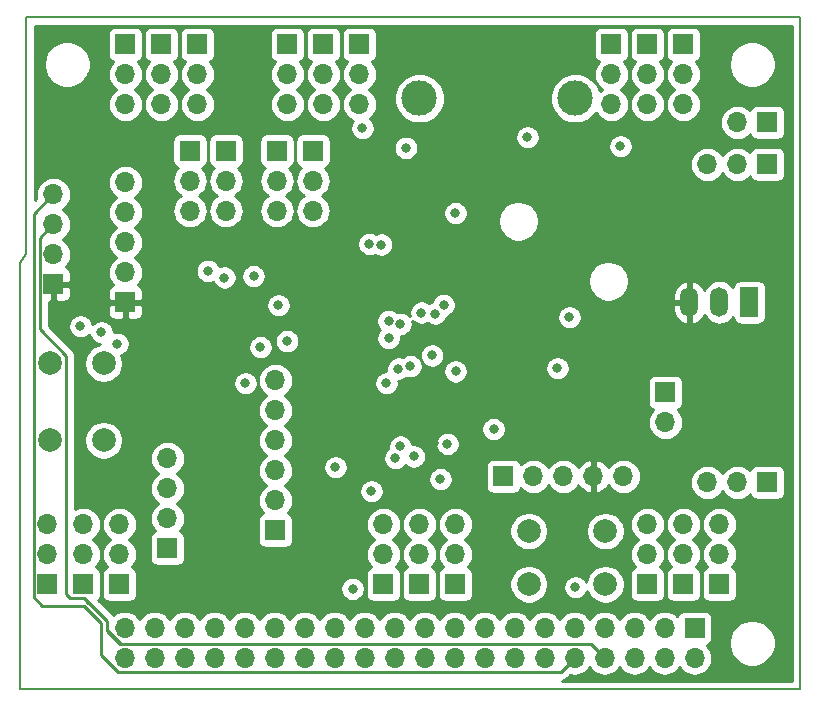
<source format=gbr>
G04 #@! TF.GenerationSoftware,KiCad,Pcbnew,(5.1.0)-1*
G04 #@! TF.CreationDate,2019-04-21T19:35:35+02:00*
G04 #@! TF.ProjectId,RM Board03,524d2042-6f61-4726-9430-332e6b696361,rev?*
G04 #@! TF.SameCoordinates,Original*
G04 #@! TF.FileFunction,Copper,L2,Inr*
G04 #@! TF.FilePolarity,Positive*
%FSLAX46Y46*%
G04 Gerber Fmt 4.6, Leading zero omitted, Abs format (unit mm)*
G04 Created by KiCad (PCBNEW (5.1.0)-1) date 2019-04-21 19:35:35*
%MOMM*%
%LPD*%
G04 APERTURE LIST*
%ADD10C,0.150000*%
%ADD11O,1.700000X1.700000*%
%ADD12R,1.700000X1.700000*%
%ADD13C,3.000000*%
%ADD14O,1.500000X2.500000*%
%ADD15R,1.500000X2.500000*%
%ADD16C,2.000000*%
%ADD17C,0.800000*%
%ADD18C,0.250000*%
%ADD19C,0.254000*%
G04 APERTURE END LIST*
D10*
X99314000Y-118872000D02*
X99314000Y-98806000D01*
X98806000Y-119634000D02*
X99314000Y-118872000D01*
X98806000Y-155702000D02*
X98806000Y-119634000D01*
X164846000Y-155702000D02*
X98806000Y-155702000D01*
X164846000Y-98806000D02*
X164846000Y-155702000D01*
X99314000Y-98806000D02*
X164846000Y-98806000D01*
D11*
X149860000Y-137668000D03*
X147320000Y-137668000D03*
X144780000Y-137668000D03*
X142240000Y-137668000D03*
D12*
X139700000Y-137668000D03*
D11*
X135636000Y-141732000D03*
X135636000Y-144272000D03*
D12*
X135636000Y-146812000D03*
D11*
X154940000Y-141732000D03*
X154940000Y-144272000D03*
D12*
X154940000Y-146812000D03*
D11*
X156972000Y-138176000D03*
X159512000Y-138176000D03*
D12*
X162052000Y-138176000D03*
D11*
X153416000Y-133096000D03*
D12*
X153416000Y-130556000D03*
D11*
X156972000Y-111252000D03*
X159512000Y-111252000D03*
D12*
X162052000Y-111252000D03*
D13*
X132592000Y-105664000D03*
X145792000Y-105664000D03*
D12*
X111252000Y-143764000D03*
D11*
X111252000Y-141224000D03*
X111252000Y-138684000D03*
X111252000Y-136144000D03*
X127508000Y-106172000D03*
X127508000Y-103632000D03*
D12*
X127508000Y-101092000D03*
D11*
X124460000Y-106172000D03*
X124460000Y-103632000D03*
D12*
X124460000Y-101092000D03*
D11*
X107696000Y-106172000D03*
X107696000Y-103632000D03*
D12*
X107696000Y-101092000D03*
D11*
X129540000Y-141732000D03*
X129540000Y-144272000D03*
D12*
X129540000Y-146812000D03*
D11*
X101092000Y-141732000D03*
X101092000Y-144272000D03*
D12*
X101092000Y-146812000D03*
D11*
X151892000Y-141732000D03*
X151892000Y-144272000D03*
D12*
X151892000Y-146812000D03*
D11*
X157988000Y-141732000D03*
X157988000Y-144272000D03*
D12*
X157988000Y-146812000D03*
D11*
X107188000Y-141732000D03*
X107188000Y-144272000D03*
D12*
X107188000Y-146812000D03*
D11*
X154940000Y-106172000D03*
X154940000Y-103632000D03*
D12*
X154940000Y-101092000D03*
D11*
X104140000Y-141732000D03*
X104140000Y-144272000D03*
D12*
X104140000Y-146812000D03*
D11*
X123571000Y-115189000D03*
X123571000Y-112649000D03*
D12*
X123571000Y-110109000D03*
D11*
X113157000Y-115189000D03*
X113157000Y-112649000D03*
D12*
X113157000Y-110109000D03*
D11*
X151892000Y-106172000D03*
X151892000Y-103632000D03*
D12*
X151892000Y-101092000D03*
D11*
X132588000Y-141732000D03*
X132588000Y-144272000D03*
D12*
X132588000Y-146812000D03*
D11*
X110744000Y-106172000D03*
X110744000Y-103632000D03*
D12*
X110744000Y-101092000D03*
D11*
X148844000Y-106172000D03*
X148844000Y-103632000D03*
D12*
X148844000Y-101092000D03*
D11*
X116205000Y-115189000D03*
X116205000Y-112649000D03*
D12*
X116205000Y-110109000D03*
D11*
X121412000Y-106172000D03*
X121412000Y-103632000D03*
D12*
X121412000Y-101092000D03*
D11*
X120523000Y-115189000D03*
X120523000Y-112649000D03*
D12*
X120523000Y-110109000D03*
D11*
X113792000Y-106172000D03*
X113792000Y-103632000D03*
D12*
X113792000Y-101092000D03*
D11*
X107696000Y-112776000D03*
X107696000Y-115316000D03*
X107696000Y-117856000D03*
X107696000Y-120396000D03*
D12*
X107696000Y-122936000D03*
D11*
X120396000Y-129540000D03*
X120396000Y-132080000D03*
X120396000Y-134620000D03*
X120396000Y-137160000D03*
X120396000Y-139700000D03*
D12*
X120396000Y-142240000D03*
D14*
X155448000Y-122936000D03*
X157988000Y-122936000D03*
D15*
X160528000Y-122936000D03*
D11*
X101600000Y-113792000D03*
X101600000Y-116332000D03*
X101600000Y-118872000D03*
D12*
X101600000Y-121412000D03*
D11*
X107636990Y-153062349D03*
X107636990Y-150522349D03*
X110176990Y-153062349D03*
X110176990Y-150522349D03*
X112716990Y-153062349D03*
X112716990Y-150522349D03*
X115256990Y-153062349D03*
X115256990Y-150522349D03*
X117796990Y-153062349D03*
X117796990Y-150522349D03*
X120336990Y-153062349D03*
X120336990Y-150522349D03*
X122876990Y-153062349D03*
X122876990Y-150522349D03*
X125416990Y-153062349D03*
X125416990Y-150522349D03*
X127956990Y-153062349D03*
X127956990Y-150522349D03*
X130496990Y-153062349D03*
X130496990Y-150522349D03*
X133036990Y-153062349D03*
X133036990Y-150522349D03*
X135576990Y-153062349D03*
X135576990Y-150522349D03*
X138116990Y-153062349D03*
X138116990Y-150522349D03*
X140656990Y-153062349D03*
X140656990Y-150522349D03*
X143196990Y-153062349D03*
X143196990Y-150522349D03*
X145736990Y-153062349D03*
X145736990Y-150522349D03*
X148276990Y-153062349D03*
X148276990Y-150522349D03*
X150816990Y-153062349D03*
X150816990Y-150522349D03*
X153356990Y-153062349D03*
X153356990Y-150522349D03*
X155896990Y-153062349D03*
D12*
X155896990Y-150522349D03*
D11*
X159512000Y-107696000D03*
D12*
X162052000Y-107696000D03*
D16*
X101346000Y-128120000D03*
X105846000Y-128120000D03*
X101346000Y-134620000D03*
X105846000Y-134620000D03*
X141836000Y-146812000D03*
X141836000Y-142312000D03*
X148336000Y-146812000D03*
X148336000Y-142312000D03*
D17*
X145288000Y-124206000D03*
X149606000Y-109728000D03*
X128524000Y-138938000D03*
X120650000Y-123190000D03*
X144272000Y-128524000D03*
X134954949Y-134935988D03*
X141732000Y-108966000D03*
X135636000Y-115379500D03*
X116078000Y-120840500D03*
X134627388Y-123163500D03*
X110490000Y-121285000D03*
X110490000Y-132080000D03*
X120650000Y-121666000D03*
X133858000Y-134874000D03*
X144272000Y-130048000D03*
X137350500Y-115443000D03*
X127000000Y-137096500D03*
X130813037Y-128550859D03*
X114681000Y-120271001D03*
X133671705Y-127430976D03*
X132758876Y-123805517D03*
X133921500Y-123888500D03*
X128345507Y-117999279D03*
X129344135Y-118051865D03*
X138874500Y-133667500D03*
X134366000Y-137912865D03*
X131826000Y-128348980D03*
X126936500Y-147193000D03*
X145796000Y-147066000D03*
X117856000Y-129794000D03*
X129984500Y-125981919D03*
X118544127Y-120721022D03*
X125476000Y-136906000D03*
X103886000Y-124968000D03*
X130556000Y-136144000D03*
X132111858Y-135984979D03*
X107012067Y-126450795D03*
X130974000Y-124756752D03*
X105664000Y-125476000D03*
X135646716Y-128779410D03*
X129975426Y-124517000D03*
X131445000Y-109855000D03*
X127762000Y-108204000D03*
X121383448Y-126221574D03*
X119130660Y-126741340D03*
X129794000Y-129794000D03*
X130969010Y-135143996D03*
D18*
X148276990Y-153062349D02*
X147101989Y-151887348D01*
X106114009Y-149927599D02*
X104389401Y-148202991D01*
X110621652Y-151887348D02*
X107310348Y-151887348D01*
X107262987Y-151887348D02*
X110621652Y-151887348D01*
X106114009Y-150738370D02*
X107262987Y-151887348D01*
X106114009Y-149927599D02*
X106114009Y-150738370D01*
X147101989Y-151887348D02*
X110621652Y-151887348D01*
X106114009Y-150691009D02*
X106114009Y-149927599D01*
X107310348Y-151887348D02*
X106114009Y-150691009D01*
X104173411Y-147987001D02*
X106114009Y-149927599D01*
X103029999Y-147987001D02*
X104173411Y-147987001D01*
X102671001Y-147628003D02*
X103029999Y-147987001D01*
X102671001Y-127483999D02*
X102671001Y-147628003D01*
X100424999Y-125237997D02*
X102671001Y-127483999D01*
X100424999Y-117507001D02*
X100424999Y-125237997D01*
X101600000Y-116332000D02*
X100424999Y-117507001D01*
X99916999Y-115475001D02*
X101600000Y-113792000D01*
X100647999Y-148653001D02*
X99916999Y-147922001D01*
X99916999Y-147922001D02*
X99916999Y-115475001D01*
X145736990Y-153062349D02*
X144561989Y-154237350D01*
X144561989Y-154237350D02*
X107072989Y-154237350D01*
X107072989Y-154237350D02*
X105664000Y-152828361D01*
X105664000Y-152828361D02*
X105664000Y-150114000D01*
X105664000Y-150114000D02*
X104203001Y-148653001D01*
X104203001Y-148653001D02*
X100647999Y-148653001D01*
D19*
G36*
X164136001Y-154992000D02*
G01*
X144653641Y-154992000D01*
X144710975Y-154986353D01*
X144854236Y-154942896D01*
X144986265Y-154872324D01*
X145101990Y-154777351D01*
X145125793Y-154748347D01*
X145370994Y-154503146D01*
X145445879Y-154525862D01*
X145664040Y-154547349D01*
X145809940Y-154547349D01*
X146028101Y-154525862D01*
X146308024Y-154440948D01*
X146566004Y-154303055D01*
X146792124Y-154117483D01*
X146977696Y-153891363D01*
X147006990Y-153836558D01*
X147036284Y-153891363D01*
X147221856Y-154117483D01*
X147447976Y-154303055D01*
X147705956Y-154440948D01*
X147985879Y-154525862D01*
X148204040Y-154547349D01*
X148349940Y-154547349D01*
X148568101Y-154525862D01*
X148848024Y-154440948D01*
X149106004Y-154303055D01*
X149332124Y-154117483D01*
X149517696Y-153891363D01*
X149546990Y-153836558D01*
X149576284Y-153891363D01*
X149761856Y-154117483D01*
X149987976Y-154303055D01*
X150245956Y-154440948D01*
X150525879Y-154525862D01*
X150744040Y-154547349D01*
X150889940Y-154547349D01*
X151108101Y-154525862D01*
X151388024Y-154440948D01*
X151646004Y-154303055D01*
X151872124Y-154117483D01*
X152057696Y-153891363D01*
X152086990Y-153836558D01*
X152116284Y-153891363D01*
X152301856Y-154117483D01*
X152527976Y-154303055D01*
X152785956Y-154440948D01*
X153065879Y-154525862D01*
X153284040Y-154547349D01*
X153429940Y-154547349D01*
X153648101Y-154525862D01*
X153928024Y-154440948D01*
X154186004Y-154303055D01*
X154412124Y-154117483D01*
X154597696Y-153891363D01*
X154626990Y-153836558D01*
X154656284Y-153891363D01*
X154841856Y-154117483D01*
X155067976Y-154303055D01*
X155325956Y-154440948D01*
X155605879Y-154525862D01*
X155824040Y-154547349D01*
X155969940Y-154547349D01*
X156188101Y-154525862D01*
X156468024Y-154440948D01*
X156726004Y-154303055D01*
X156952124Y-154117483D01*
X157137696Y-153891363D01*
X157275589Y-153633383D01*
X157360503Y-153353460D01*
X157389175Y-153062349D01*
X157360503Y-152771238D01*
X157275589Y-152491315D01*
X157137696Y-152233335D01*
X156952124Y-152007215D01*
X156922303Y-151982742D01*
X156991170Y-151961851D01*
X157101484Y-151902886D01*
X157198175Y-151823534D01*
X157277527Y-151726843D01*
X157336492Y-151616529D01*
X157342463Y-151596844D01*
X158781990Y-151596844D01*
X158781990Y-151987854D01*
X158858272Y-152371352D01*
X159007905Y-152732599D01*
X159225139Y-153057713D01*
X159501626Y-153334200D01*
X159826740Y-153551434D01*
X160187987Y-153701067D01*
X160571485Y-153777349D01*
X160962495Y-153777349D01*
X161345993Y-153701067D01*
X161707240Y-153551434D01*
X162032354Y-153334200D01*
X162308841Y-153057713D01*
X162526075Y-152732599D01*
X162675708Y-152371352D01*
X162751990Y-151987854D01*
X162751990Y-151596844D01*
X162675708Y-151213346D01*
X162526075Y-150852099D01*
X162308841Y-150526985D01*
X162032354Y-150250498D01*
X161707240Y-150033264D01*
X161345993Y-149883631D01*
X160962495Y-149807349D01*
X160571485Y-149807349D01*
X160187987Y-149883631D01*
X159826740Y-150033264D01*
X159501626Y-150250498D01*
X159225139Y-150526985D01*
X159007905Y-150852099D01*
X158858272Y-151213346D01*
X158781990Y-151596844D01*
X157342463Y-151596844D01*
X157372802Y-151496831D01*
X157385062Y-151372349D01*
X157385062Y-149672349D01*
X157372802Y-149547867D01*
X157336492Y-149428169D01*
X157277527Y-149317855D01*
X157198175Y-149221164D01*
X157101484Y-149141812D01*
X156991170Y-149082847D01*
X156871472Y-149046537D01*
X156746990Y-149034277D01*
X155046990Y-149034277D01*
X154922508Y-149046537D01*
X154802810Y-149082847D01*
X154692496Y-149141812D01*
X154595805Y-149221164D01*
X154516453Y-149317855D01*
X154457488Y-149428169D01*
X154436597Y-149497036D01*
X154412124Y-149467215D01*
X154186004Y-149281643D01*
X153928024Y-149143750D01*
X153648101Y-149058836D01*
X153429940Y-149037349D01*
X153284040Y-149037349D01*
X153065879Y-149058836D01*
X152785956Y-149143750D01*
X152527976Y-149281643D01*
X152301856Y-149467215D01*
X152116284Y-149693335D01*
X152086990Y-149748140D01*
X152057696Y-149693335D01*
X151872124Y-149467215D01*
X151646004Y-149281643D01*
X151388024Y-149143750D01*
X151108101Y-149058836D01*
X150889940Y-149037349D01*
X150744040Y-149037349D01*
X150525879Y-149058836D01*
X150245956Y-149143750D01*
X149987976Y-149281643D01*
X149761856Y-149467215D01*
X149576284Y-149693335D01*
X149546990Y-149748140D01*
X149517696Y-149693335D01*
X149332124Y-149467215D01*
X149106004Y-149281643D01*
X148848024Y-149143750D01*
X148568101Y-149058836D01*
X148349940Y-149037349D01*
X148204040Y-149037349D01*
X147985879Y-149058836D01*
X147705956Y-149143750D01*
X147447976Y-149281643D01*
X147221856Y-149467215D01*
X147036284Y-149693335D01*
X147006990Y-149748140D01*
X146977696Y-149693335D01*
X146792124Y-149467215D01*
X146566004Y-149281643D01*
X146308024Y-149143750D01*
X146028101Y-149058836D01*
X145809940Y-149037349D01*
X145664040Y-149037349D01*
X145445879Y-149058836D01*
X145165956Y-149143750D01*
X144907976Y-149281643D01*
X144681856Y-149467215D01*
X144496284Y-149693335D01*
X144466990Y-149748140D01*
X144437696Y-149693335D01*
X144252124Y-149467215D01*
X144026004Y-149281643D01*
X143768024Y-149143750D01*
X143488101Y-149058836D01*
X143269940Y-149037349D01*
X143124040Y-149037349D01*
X142905879Y-149058836D01*
X142625956Y-149143750D01*
X142367976Y-149281643D01*
X142141856Y-149467215D01*
X141956284Y-149693335D01*
X141926990Y-149748140D01*
X141897696Y-149693335D01*
X141712124Y-149467215D01*
X141486004Y-149281643D01*
X141228024Y-149143750D01*
X140948101Y-149058836D01*
X140729940Y-149037349D01*
X140584040Y-149037349D01*
X140365879Y-149058836D01*
X140085956Y-149143750D01*
X139827976Y-149281643D01*
X139601856Y-149467215D01*
X139416284Y-149693335D01*
X139386990Y-149748140D01*
X139357696Y-149693335D01*
X139172124Y-149467215D01*
X138946004Y-149281643D01*
X138688024Y-149143750D01*
X138408101Y-149058836D01*
X138189940Y-149037349D01*
X138044040Y-149037349D01*
X137825879Y-149058836D01*
X137545956Y-149143750D01*
X137287976Y-149281643D01*
X137061856Y-149467215D01*
X136876284Y-149693335D01*
X136846990Y-149748140D01*
X136817696Y-149693335D01*
X136632124Y-149467215D01*
X136406004Y-149281643D01*
X136148024Y-149143750D01*
X135868101Y-149058836D01*
X135649940Y-149037349D01*
X135504040Y-149037349D01*
X135285879Y-149058836D01*
X135005956Y-149143750D01*
X134747976Y-149281643D01*
X134521856Y-149467215D01*
X134336284Y-149693335D01*
X134306990Y-149748140D01*
X134277696Y-149693335D01*
X134092124Y-149467215D01*
X133866004Y-149281643D01*
X133608024Y-149143750D01*
X133328101Y-149058836D01*
X133109940Y-149037349D01*
X132964040Y-149037349D01*
X132745879Y-149058836D01*
X132465956Y-149143750D01*
X132207976Y-149281643D01*
X131981856Y-149467215D01*
X131796284Y-149693335D01*
X131766990Y-149748140D01*
X131737696Y-149693335D01*
X131552124Y-149467215D01*
X131326004Y-149281643D01*
X131068024Y-149143750D01*
X130788101Y-149058836D01*
X130569940Y-149037349D01*
X130424040Y-149037349D01*
X130205879Y-149058836D01*
X129925956Y-149143750D01*
X129667976Y-149281643D01*
X129441856Y-149467215D01*
X129256284Y-149693335D01*
X129226990Y-149748140D01*
X129197696Y-149693335D01*
X129012124Y-149467215D01*
X128786004Y-149281643D01*
X128528024Y-149143750D01*
X128248101Y-149058836D01*
X128029940Y-149037349D01*
X127884040Y-149037349D01*
X127665879Y-149058836D01*
X127385956Y-149143750D01*
X127127976Y-149281643D01*
X126901856Y-149467215D01*
X126716284Y-149693335D01*
X126686990Y-149748140D01*
X126657696Y-149693335D01*
X126472124Y-149467215D01*
X126246004Y-149281643D01*
X125988024Y-149143750D01*
X125708101Y-149058836D01*
X125489940Y-149037349D01*
X125344040Y-149037349D01*
X125125879Y-149058836D01*
X124845956Y-149143750D01*
X124587976Y-149281643D01*
X124361856Y-149467215D01*
X124176284Y-149693335D01*
X124146990Y-149748140D01*
X124117696Y-149693335D01*
X123932124Y-149467215D01*
X123706004Y-149281643D01*
X123448024Y-149143750D01*
X123168101Y-149058836D01*
X122949940Y-149037349D01*
X122804040Y-149037349D01*
X122585879Y-149058836D01*
X122305956Y-149143750D01*
X122047976Y-149281643D01*
X121821856Y-149467215D01*
X121636284Y-149693335D01*
X121606990Y-149748140D01*
X121577696Y-149693335D01*
X121392124Y-149467215D01*
X121166004Y-149281643D01*
X120908024Y-149143750D01*
X120628101Y-149058836D01*
X120409940Y-149037349D01*
X120264040Y-149037349D01*
X120045879Y-149058836D01*
X119765956Y-149143750D01*
X119507976Y-149281643D01*
X119281856Y-149467215D01*
X119096284Y-149693335D01*
X119066990Y-149748140D01*
X119037696Y-149693335D01*
X118852124Y-149467215D01*
X118626004Y-149281643D01*
X118368024Y-149143750D01*
X118088101Y-149058836D01*
X117869940Y-149037349D01*
X117724040Y-149037349D01*
X117505879Y-149058836D01*
X117225956Y-149143750D01*
X116967976Y-149281643D01*
X116741856Y-149467215D01*
X116556284Y-149693335D01*
X116526990Y-149748140D01*
X116497696Y-149693335D01*
X116312124Y-149467215D01*
X116086004Y-149281643D01*
X115828024Y-149143750D01*
X115548101Y-149058836D01*
X115329940Y-149037349D01*
X115184040Y-149037349D01*
X114965879Y-149058836D01*
X114685956Y-149143750D01*
X114427976Y-149281643D01*
X114201856Y-149467215D01*
X114016284Y-149693335D01*
X113986990Y-149748140D01*
X113957696Y-149693335D01*
X113772124Y-149467215D01*
X113546004Y-149281643D01*
X113288024Y-149143750D01*
X113008101Y-149058836D01*
X112789940Y-149037349D01*
X112644040Y-149037349D01*
X112425879Y-149058836D01*
X112145956Y-149143750D01*
X111887976Y-149281643D01*
X111661856Y-149467215D01*
X111476284Y-149693335D01*
X111446990Y-149748140D01*
X111417696Y-149693335D01*
X111232124Y-149467215D01*
X111006004Y-149281643D01*
X110748024Y-149143750D01*
X110468101Y-149058836D01*
X110249940Y-149037349D01*
X110104040Y-149037349D01*
X109885879Y-149058836D01*
X109605956Y-149143750D01*
X109347976Y-149281643D01*
X109121856Y-149467215D01*
X108936284Y-149693335D01*
X108906990Y-149748140D01*
X108877696Y-149693335D01*
X108692124Y-149467215D01*
X108466004Y-149281643D01*
X108208024Y-149143750D01*
X107928101Y-149058836D01*
X107709940Y-149037349D01*
X107564040Y-149037349D01*
X107345879Y-149058836D01*
X107065956Y-149143750D01*
X106807976Y-149281643D01*
X106664015Y-149399789D01*
X106654010Y-149387598D01*
X106625012Y-149363800D01*
X105404502Y-148143290D01*
X105441185Y-148113185D01*
X105520537Y-148016494D01*
X105579502Y-147906180D01*
X105615812Y-147786482D01*
X105628072Y-147662000D01*
X105628072Y-145962000D01*
X105615812Y-145837518D01*
X105579502Y-145717820D01*
X105520537Y-145607506D01*
X105441185Y-145510815D01*
X105344494Y-145431463D01*
X105234180Y-145372498D01*
X105165313Y-145351607D01*
X105195134Y-145327134D01*
X105380706Y-145101014D01*
X105518599Y-144843034D01*
X105603513Y-144563111D01*
X105632185Y-144272000D01*
X105603513Y-143980889D01*
X105518599Y-143700966D01*
X105380706Y-143442986D01*
X105195134Y-143216866D01*
X104969014Y-143031294D01*
X104914209Y-143002000D01*
X104969014Y-142972706D01*
X105195134Y-142787134D01*
X105380706Y-142561014D01*
X105518599Y-142303034D01*
X105603513Y-142023111D01*
X105632185Y-141732000D01*
X105695815Y-141732000D01*
X105724487Y-142023111D01*
X105809401Y-142303034D01*
X105947294Y-142561014D01*
X106132866Y-142787134D01*
X106358986Y-142972706D01*
X106413791Y-143002000D01*
X106358986Y-143031294D01*
X106132866Y-143216866D01*
X105947294Y-143442986D01*
X105809401Y-143700966D01*
X105724487Y-143980889D01*
X105695815Y-144272000D01*
X105724487Y-144563111D01*
X105809401Y-144843034D01*
X105947294Y-145101014D01*
X106132866Y-145327134D01*
X106162687Y-145351607D01*
X106093820Y-145372498D01*
X105983506Y-145431463D01*
X105886815Y-145510815D01*
X105807463Y-145607506D01*
X105748498Y-145717820D01*
X105712188Y-145837518D01*
X105699928Y-145962000D01*
X105699928Y-147662000D01*
X105712188Y-147786482D01*
X105748498Y-147906180D01*
X105807463Y-148016494D01*
X105886815Y-148113185D01*
X105983506Y-148192537D01*
X106093820Y-148251502D01*
X106213518Y-148287812D01*
X106338000Y-148300072D01*
X108038000Y-148300072D01*
X108162482Y-148287812D01*
X108282180Y-148251502D01*
X108392494Y-148192537D01*
X108489185Y-148113185D01*
X108568537Y-148016494D01*
X108627502Y-147906180D01*
X108663812Y-147786482D01*
X108676072Y-147662000D01*
X108676072Y-147091061D01*
X125901500Y-147091061D01*
X125901500Y-147294939D01*
X125941274Y-147494898D01*
X126019295Y-147683256D01*
X126132563Y-147852774D01*
X126276726Y-147996937D01*
X126446244Y-148110205D01*
X126634602Y-148188226D01*
X126834561Y-148228000D01*
X127038439Y-148228000D01*
X127238398Y-148188226D01*
X127426756Y-148110205D01*
X127596274Y-147996937D01*
X127740437Y-147852774D01*
X127853705Y-147683256D01*
X127931726Y-147494898D01*
X127971500Y-147294939D01*
X127971500Y-147091061D01*
X127931726Y-146891102D01*
X127853705Y-146702744D01*
X127740437Y-146533226D01*
X127596274Y-146389063D01*
X127426756Y-146275795D01*
X127238398Y-146197774D01*
X127038439Y-146158000D01*
X126834561Y-146158000D01*
X126634602Y-146197774D01*
X126446244Y-146275795D01*
X126276726Y-146389063D01*
X126132563Y-146533226D01*
X126019295Y-146702744D01*
X125941274Y-146891102D01*
X125901500Y-147091061D01*
X108676072Y-147091061D01*
X108676072Y-145962000D01*
X108663812Y-145837518D01*
X108627502Y-145717820D01*
X108568537Y-145607506D01*
X108489185Y-145510815D01*
X108392494Y-145431463D01*
X108282180Y-145372498D01*
X108213313Y-145351607D01*
X108243134Y-145327134D01*
X108428706Y-145101014D01*
X108566599Y-144843034D01*
X108651513Y-144563111D01*
X108680185Y-144272000D01*
X108651513Y-143980889D01*
X108566599Y-143700966D01*
X108428706Y-143442986D01*
X108243134Y-143216866D01*
X108017014Y-143031294D01*
X107962209Y-143002000D01*
X108017014Y-142972706D01*
X108243134Y-142787134D01*
X108428706Y-142561014D01*
X108566599Y-142303034D01*
X108651513Y-142023111D01*
X108680185Y-141732000D01*
X108651513Y-141440889D01*
X108566599Y-141160966D01*
X108428706Y-140902986D01*
X108243134Y-140676866D01*
X108017014Y-140491294D01*
X107759034Y-140353401D01*
X107479111Y-140268487D01*
X107260950Y-140247000D01*
X107115050Y-140247000D01*
X106896889Y-140268487D01*
X106616966Y-140353401D01*
X106358986Y-140491294D01*
X106132866Y-140676866D01*
X105947294Y-140902986D01*
X105809401Y-141160966D01*
X105724487Y-141440889D01*
X105695815Y-141732000D01*
X105632185Y-141732000D01*
X105603513Y-141440889D01*
X105518599Y-141160966D01*
X105380706Y-140902986D01*
X105195134Y-140676866D01*
X104969014Y-140491294D01*
X104711034Y-140353401D01*
X104431111Y-140268487D01*
X104212950Y-140247000D01*
X104067050Y-140247000D01*
X103848889Y-140268487D01*
X103568966Y-140353401D01*
X103431001Y-140427145D01*
X103431001Y-134458967D01*
X104211000Y-134458967D01*
X104211000Y-134781033D01*
X104273832Y-135096912D01*
X104397082Y-135394463D01*
X104576013Y-135662252D01*
X104803748Y-135889987D01*
X105071537Y-136068918D01*
X105369088Y-136192168D01*
X105684967Y-136255000D01*
X106007033Y-136255000D01*
X106322912Y-136192168D01*
X106439199Y-136144000D01*
X109759815Y-136144000D01*
X109788487Y-136435111D01*
X109873401Y-136715034D01*
X110011294Y-136973014D01*
X110196866Y-137199134D01*
X110422986Y-137384706D01*
X110477791Y-137414000D01*
X110422986Y-137443294D01*
X110196866Y-137628866D01*
X110011294Y-137854986D01*
X109873401Y-138112966D01*
X109788487Y-138392889D01*
X109759815Y-138684000D01*
X109788487Y-138975111D01*
X109873401Y-139255034D01*
X110011294Y-139513014D01*
X110196866Y-139739134D01*
X110422986Y-139924706D01*
X110477791Y-139954000D01*
X110422986Y-139983294D01*
X110196866Y-140168866D01*
X110011294Y-140394986D01*
X109873401Y-140652966D01*
X109788487Y-140932889D01*
X109759815Y-141224000D01*
X109788487Y-141515111D01*
X109873401Y-141795034D01*
X110011294Y-142053014D01*
X110196866Y-142279134D01*
X110226687Y-142303607D01*
X110157820Y-142324498D01*
X110047506Y-142383463D01*
X109950815Y-142462815D01*
X109871463Y-142559506D01*
X109812498Y-142669820D01*
X109776188Y-142789518D01*
X109763928Y-142914000D01*
X109763928Y-144614000D01*
X109776188Y-144738482D01*
X109812498Y-144858180D01*
X109871463Y-144968494D01*
X109950815Y-145065185D01*
X110047506Y-145144537D01*
X110157820Y-145203502D01*
X110277518Y-145239812D01*
X110402000Y-145252072D01*
X112102000Y-145252072D01*
X112226482Y-145239812D01*
X112346180Y-145203502D01*
X112456494Y-145144537D01*
X112553185Y-145065185D01*
X112632537Y-144968494D01*
X112691502Y-144858180D01*
X112727812Y-144738482D01*
X112740072Y-144614000D01*
X112740072Y-142914000D01*
X112727812Y-142789518D01*
X112691502Y-142669820D01*
X112632537Y-142559506D01*
X112553185Y-142462815D01*
X112456494Y-142383463D01*
X112346180Y-142324498D01*
X112277313Y-142303607D01*
X112307134Y-142279134D01*
X112492706Y-142053014D01*
X112630599Y-141795034D01*
X112715513Y-141515111D01*
X112744185Y-141224000D01*
X112715513Y-140932889D01*
X112630599Y-140652966D01*
X112492706Y-140394986D01*
X112307134Y-140168866D01*
X112081014Y-139983294D01*
X112026209Y-139954000D01*
X112081014Y-139924706D01*
X112307134Y-139739134D01*
X112492706Y-139513014D01*
X112630599Y-139255034D01*
X112715513Y-138975111D01*
X112744185Y-138684000D01*
X112715513Y-138392889D01*
X112630599Y-138112966D01*
X112492706Y-137854986D01*
X112307134Y-137628866D01*
X112081014Y-137443294D01*
X112026209Y-137414000D01*
X112081014Y-137384706D01*
X112307134Y-137199134D01*
X112492706Y-136973014D01*
X112630599Y-136715034D01*
X112715513Y-136435111D01*
X112744185Y-136144000D01*
X112715513Y-135852889D01*
X112630599Y-135572966D01*
X112492706Y-135314986D01*
X112307134Y-135088866D01*
X112081014Y-134903294D01*
X111823034Y-134765401D01*
X111543111Y-134680487D01*
X111324950Y-134659000D01*
X111179050Y-134659000D01*
X110960889Y-134680487D01*
X110680966Y-134765401D01*
X110422986Y-134903294D01*
X110196866Y-135088866D01*
X110011294Y-135314986D01*
X109873401Y-135572966D01*
X109788487Y-135852889D01*
X109759815Y-136144000D01*
X106439199Y-136144000D01*
X106620463Y-136068918D01*
X106888252Y-135889987D01*
X107115987Y-135662252D01*
X107294918Y-135394463D01*
X107418168Y-135096912D01*
X107481000Y-134781033D01*
X107481000Y-134458967D01*
X107418168Y-134143088D01*
X107294918Y-133845537D01*
X107115987Y-133577748D01*
X106888252Y-133350013D01*
X106620463Y-133171082D01*
X106322912Y-133047832D01*
X106007033Y-132985000D01*
X105684967Y-132985000D01*
X105369088Y-133047832D01*
X105071537Y-133171082D01*
X104803748Y-133350013D01*
X104576013Y-133577748D01*
X104397082Y-133845537D01*
X104273832Y-134143088D01*
X104211000Y-134458967D01*
X103431001Y-134458967D01*
X103431001Y-127521321D01*
X103434677Y-127483998D01*
X103431001Y-127446675D01*
X103431001Y-127446666D01*
X103420004Y-127335013D01*
X103376547Y-127191752D01*
X103305975Y-127059723D01*
X103270847Y-127016919D01*
X103234800Y-126972995D01*
X103234796Y-126972991D01*
X103211002Y-126943998D01*
X103182010Y-126920205D01*
X101184999Y-124923196D01*
X101184999Y-124866061D01*
X102851000Y-124866061D01*
X102851000Y-125069939D01*
X102890774Y-125269898D01*
X102968795Y-125458256D01*
X103082063Y-125627774D01*
X103226226Y-125771937D01*
X103395744Y-125885205D01*
X103584102Y-125963226D01*
X103784061Y-126003000D01*
X103987939Y-126003000D01*
X104187898Y-125963226D01*
X104376256Y-125885205D01*
X104545774Y-125771937D01*
X104647378Y-125670333D01*
X104668774Y-125777898D01*
X104746795Y-125966256D01*
X104860063Y-126135774D01*
X105004226Y-126279937D01*
X105173744Y-126393205D01*
X105362102Y-126471226D01*
X105558158Y-126510224D01*
X105369088Y-126547832D01*
X105071537Y-126671082D01*
X104803748Y-126850013D01*
X104576013Y-127077748D01*
X104397082Y-127345537D01*
X104273832Y-127643088D01*
X104211000Y-127958967D01*
X104211000Y-128281033D01*
X104273832Y-128596912D01*
X104397082Y-128894463D01*
X104576013Y-129162252D01*
X104803748Y-129389987D01*
X105071537Y-129568918D01*
X105369088Y-129692168D01*
X105684967Y-129755000D01*
X106007033Y-129755000D01*
X106322912Y-129692168D01*
X106323170Y-129692061D01*
X116821000Y-129692061D01*
X116821000Y-129895939D01*
X116860774Y-130095898D01*
X116938795Y-130284256D01*
X117052063Y-130453774D01*
X117196226Y-130597937D01*
X117365744Y-130711205D01*
X117554102Y-130789226D01*
X117754061Y-130829000D01*
X117957939Y-130829000D01*
X118157898Y-130789226D01*
X118346256Y-130711205D01*
X118515774Y-130597937D01*
X118659937Y-130453774D01*
X118773205Y-130284256D01*
X118851226Y-130095898D01*
X118891000Y-129895939D01*
X118891000Y-129692061D01*
X118860754Y-129540000D01*
X118903815Y-129540000D01*
X118932487Y-129831111D01*
X119017401Y-130111034D01*
X119155294Y-130369014D01*
X119340866Y-130595134D01*
X119566986Y-130780706D01*
X119621791Y-130810000D01*
X119566986Y-130839294D01*
X119340866Y-131024866D01*
X119155294Y-131250986D01*
X119017401Y-131508966D01*
X118932487Y-131788889D01*
X118903815Y-132080000D01*
X118932487Y-132371111D01*
X119017401Y-132651034D01*
X119155294Y-132909014D01*
X119340866Y-133135134D01*
X119566986Y-133320706D01*
X119621791Y-133350000D01*
X119566986Y-133379294D01*
X119340866Y-133564866D01*
X119155294Y-133790986D01*
X119017401Y-134048966D01*
X118932487Y-134328889D01*
X118903815Y-134620000D01*
X118932487Y-134911111D01*
X119017401Y-135191034D01*
X119155294Y-135449014D01*
X119340866Y-135675134D01*
X119566986Y-135860706D01*
X119621791Y-135890000D01*
X119566986Y-135919294D01*
X119340866Y-136104866D01*
X119155294Y-136330986D01*
X119017401Y-136588966D01*
X118932487Y-136868889D01*
X118903815Y-137160000D01*
X118932487Y-137451111D01*
X119017401Y-137731034D01*
X119155294Y-137989014D01*
X119340866Y-138215134D01*
X119566986Y-138400706D01*
X119621791Y-138430000D01*
X119566986Y-138459294D01*
X119340866Y-138644866D01*
X119155294Y-138870986D01*
X119017401Y-139128966D01*
X118932487Y-139408889D01*
X118903815Y-139700000D01*
X118932487Y-139991111D01*
X119017401Y-140271034D01*
X119155294Y-140529014D01*
X119340866Y-140755134D01*
X119370687Y-140779607D01*
X119301820Y-140800498D01*
X119191506Y-140859463D01*
X119094815Y-140938815D01*
X119015463Y-141035506D01*
X118956498Y-141145820D01*
X118920188Y-141265518D01*
X118907928Y-141390000D01*
X118907928Y-143090000D01*
X118920188Y-143214482D01*
X118956498Y-143334180D01*
X119015463Y-143444494D01*
X119094815Y-143541185D01*
X119191506Y-143620537D01*
X119301820Y-143679502D01*
X119421518Y-143715812D01*
X119546000Y-143728072D01*
X121246000Y-143728072D01*
X121370482Y-143715812D01*
X121490180Y-143679502D01*
X121600494Y-143620537D01*
X121697185Y-143541185D01*
X121776537Y-143444494D01*
X121835502Y-143334180D01*
X121871812Y-143214482D01*
X121884072Y-143090000D01*
X121884072Y-141732000D01*
X128047815Y-141732000D01*
X128076487Y-142023111D01*
X128161401Y-142303034D01*
X128299294Y-142561014D01*
X128484866Y-142787134D01*
X128710986Y-142972706D01*
X128765791Y-143002000D01*
X128710986Y-143031294D01*
X128484866Y-143216866D01*
X128299294Y-143442986D01*
X128161401Y-143700966D01*
X128076487Y-143980889D01*
X128047815Y-144272000D01*
X128076487Y-144563111D01*
X128161401Y-144843034D01*
X128299294Y-145101014D01*
X128484866Y-145327134D01*
X128514687Y-145351607D01*
X128445820Y-145372498D01*
X128335506Y-145431463D01*
X128238815Y-145510815D01*
X128159463Y-145607506D01*
X128100498Y-145717820D01*
X128064188Y-145837518D01*
X128051928Y-145962000D01*
X128051928Y-147662000D01*
X128064188Y-147786482D01*
X128100498Y-147906180D01*
X128159463Y-148016494D01*
X128238815Y-148113185D01*
X128335506Y-148192537D01*
X128445820Y-148251502D01*
X128565518Y-148287812D01*
X128690000Y-148300072D01*
X130390000Y-148300072D01*
X130514482Y-148287812D01*
X130634180Y-148251502D01*
X130744494Y-148192537D01*
X130841185Y-148113185D01*
X130920537Y-148016494D01*
X130979502Y-147906180D01*
X131015812Y-147786482D01*
X131028072Y-147662000D01*
X131028072Y-145962000D01*
X131015812Y-145837518D01*
X130979502Y-145717820D01*
X130920537Y-145607506D01*
X130841185Y-145510815D01*
X130744494Y-145431463D01*
X130634180Y-145372498D01*
X130565313Y-145351607D01*
X130595134Y-145327134D01*
X130780706Y-145101014D01*
X130918599Y-144843034D01*
X131003513Y-144563111D01*
X131032185Y-144272000D01*
X131003513Y-143980889D01*
X130918599Y-143700966D01*
X130780706Y-143442986D01*
X130595134Y-143216866D01*
X130369014Y-143031294D01*
X130314209Y-143002000D01*
X130369014Y-142972706D01*
X130595134Y-142787134D01*
X130780706Y-142561014D01*
X130918599Y-142303034D01*
X131003513Y-142023111D01*
X131032185Y-141732000D01*
X131095815Y-141732000D01*
X131124487Y-142023111D01*
X131209401Y-142303034D01*
X131347294Y-142561014D01*
X131532866Y-142787134D01*
X131758986Y-142972706D01*
X131813791Y-143002000D01*
X131758986Y-143031294D01*
X131532866Y-143216866D01*
X131347294Y-143442986D01*
X131209401Y-143700966D01*
X131124487Y-143980889D01*
X131095815Y-144272000D01*
X131124487Y-144563111D01*
X131209401Y-144843034D01*
X131347294Y-145101014D01*
X131532866Y-145327134D01*
X131562687Y-145351607D01*
X131493820Y-145372498D01*
X131383506Y-145431463D01*
X131286815Y-145510815D01*
X131207463Y-145607506D01*
X131148498Y-145717820D01*
X131112188Y-145837518D01*
X131099928Y-145962000D01*
X131099928Y-147662000D01*
X131112188Y-147786482D01*
X131148498Y-147906180D01*
X131207463Y-148016494D01*
X131286815Y-148113185D01*
X131383506Y-148192537D01*
X131493820Y-148251502D01*
X131613518Y-148287812D01*
X131738000Y-148300072D01*
X133438000Y-148300072D01*
X133562482Y-148287812D01*
X133682180Y-148251502D01*
X133792494Y-148192537D01*
X133889185Y-148113185D01*
X133968537Y-148016494D01*
X134027502Y-147906180D01*
X134063812Y-147786482D01*
X134076072Y-147662000D01*
X134076072Y-145962000D01*
X134063812Y-145837518D01*
X134027502Y-145717820D01*
X133968537Y-145607506D01*
X133889185Y-145510815D01*
X133792494Y-145431463D01*
X133682180Y-145372498D01*
X133613313Y-145351607D01*
X133643134Y-145327134D01*
X133828706Y-145101014D01*
X133966599Y-144843034D01*
X134051513Y-144563111D01*
X134080185Y-144272000D01*
X134051513Y-143980889D01*
X133966599Y-143700966D01*
X133828706Y-143442986D01*
X133643134Y-143216866D01*
X133417014Y-143031294D01*
X133362209Y-143002000D01*
X133417014Y-142972706D01*
X133643134Y-142787134D01*
X133828706Y-142561014D01*
X133966599Y-142303034D01*
X134051513Y-142023111D01*
X134080185Y-141732000D01*
X134143815Y-141732000D01*
X134172487Y-142023111D01*
X134257401Y-142303034D01*
X134395294Y-142561014D01*
X134580866Y-142787134D01*
X134806986Y-142972706D01*
X134861791Y-143002000D01*
X134806986Y-143031294D01*
X134580866Y-143216866D01*
X134395294Y-143442986D01*
X134257401Y-143700966D01*
X134172487Y-143980889D01*
X134143815Y-144272000D01*
X134172487Y-144563111D01*
X134257401Y-144843034D01*
X134395294Y-145101014D01*
X134580866Y-145327134D01*
X134610687Y-145351607D01*
X134541820Y-145372498D01*
X134431506Y-145431463D01*
X134334815Y-145510815D01*
X134255463Y-145607506D01*
X134196498Y-145717820D01*
X134160188Y-145837518D01*
X134147928Y-145962000D01*
X134147928Y-147662000D01*
X134160188Y-147786482D01*
X134196498Y-147906180D01*
X134255463Y-148016494D01*
X134334815Y-148113185D01*
X134431506Y-148192537D01*
X134541820Y-148251502D01*
X134661518Y-148287812D01*
X134786000Y-148300072D01*
X136486000Y-148300072D01*
X136610482Y-148287812D01*
X136730180Y-148251502D01*
X136840494Y-148192537D01*
X136937185Y-148113185D01*
X137016537Y-148016494D01*
X137075502Y-147906180D01*
X137111812Y-147786482D01*
X137124072Y-147662000D01*
X137124072Y-146650967D01*
X140201000Y-146650967D01*
X140201000Y-146973033D01*
X140263832Y-147288912D01*
X140387082Y-147586463D01*
X140566013Y-147854252D01*
X140793748Y-148081987D01*
X141061537Y-148260918D01*
X141359088Y-148384168D01*
X141674967Y-148447000D01*
X141997033Y-148447000D01*
X142312912Y-148384168D01*
X142610463Y-148260918D01*
X142878252Y-148081987D01*
X143105987Y-147854252D01*
X143284918Y-147586463D01*
X143408168Y-147288912D01*
X143471000Y-146973033D01*
X143471000Y-146964061D01*
X144761000Y-146964061D01*
X144761000Y-147167939D01*
X144800774Y-147367898D01*
X144878795Y-147556256D01*
X144992063Y-147725774D01*
X145136226Y-147869937D01*
X145305744Y-147983205D01*
X145494102Y-148061226D01*
X145694061Y-148101000D01*
X145897939Y-148101000D01*
X146097898Y-148061226D01*
X146286256Y-147983205D01*
X146455774Y-147869937D01*
X146599937Y-147725774D01*
X146713205Y-147556256D01*
X146791226Y-147367898D01*
X146792953Y-147359216D01*
X146887082Y-147586463D01*
X147066013Y-147854252D01*
X147293748Y-148081987D01*
X147561537Y-148260918D01*
X147859088Y-148384168D01*
X148174967Y-148447000D01*
X148497033Y-148447000D01*
X148812912Y-148384168D01*
X149110463Y-148260918D01*
X149378252Y-148081987D01*
X149605987Y-147854252D01*
X149784918Y-147586463D01*
X149908168Y-147288912D01*
X149971000Y-146973033D01*
X149971000Y-146650967D01*
X149908168Y-146335088D01*
X149784918Y-146037537D01*
X149605987Y-145769748D01*
X149378252Y-145542013D01*
X149110463Y-145363082D01*
X148812912Y-145239832D01*
X148497033Y-145177000D01*
X148174967Y-145177000D01*
X147859088Y-145239832D01*
X147561537Y-145363082D01*
X147293748Y-145542013D01*
X147066013Y-145769748D01*
X146887082Y-146037537D01*
X146763832Y-146335088D01*
X146715068Y-146580242D01*
X146713205Y-146575744D01*
X146599937Y-146406226D01*
X146455774Y-146262063D01*
X146286256Y-146148795D01*
X146097898Y-146070774D01*
X145897939Y-146031000D01*
X145694061Y-146031000D01*
X145494102Y-146070774D01*
X145305744Y-146148795D01*
X145136226Y-146262063D01*
X144992063Y-146406226D01*
X144878795Y-146575744D01*
X144800774Y-146764102D01*
X144761000Y-146964061D01*
X143471000Y-146964061D01*
X143471000Y-146650967D01*
X143408168Y-146335088D01*
X143284918Y-146037537D01*
X143105987Y-145769748D01*
X142878252Y-145542013D01*
X142610463Y-145363082D01*
X142312912Y-145239832D01*
X141997033Y-145177000D01*
X141674967Y-145177000D01*
X141359088Y-145239832D01*
X141061537Y-145363082D01*
X140793748Y-145542013D01*
X140566013Y-145769748D01*
X140387082Y-146037537D01*
X140263832Y-146335088D01*
X140201000Y-146650967D01*
X137124072Y-146650967D01*
X137124072Y-145962000D01*
X137111812Y-145837518D01*
X137075502Y-145717820D01*
X137016537Y-145607506D01*
X136937185Y-145510815D01*
X136840494Y-145431463D01*
X136730180Y-145372498D01*
X136661313Y-145351607D01*
X136691134Y-145327134D01*
X136876706Y-145101014D01*
X137014599Y-144843034D01*
X137099513Y-144563111D01*
X137128185Y-144272000D01*
X137099513Y-143980889D01*
X137014599Y-143700966D01*
X136876706Y-143442986D01*
X136691134Y-143216866D01*
X136465014Y-143031294D01*
X136410209Y-143002000D01*
X136465014Y-142972706D01*
X136691134Y-142787134D01*
X136876706Y-142561014D01*
X137014599Y-142303034D01*
X137060728Y-142150967D01*
X140201000Y-142150967D01*
X140201000Y-142473033D01*
X140263832Y-142788912D01*
X140387082Y-143086463D01*
X140566013Y-143354252D01*
X140793748Y-143581987D01*
X141061537Y-143760918D01*
X141359088Y-143884168D01*
X141674967Y-143947000D01*
X141997033Y-143947000D01*
X142312912Y-143884168D01*
X142610463Y-143760918D01*
X142878252Y-143581987D01*
X143105987Y-143354252D01*
X143284918Y-143086463D01*
X143408168Y-142788912D01*
X143471000Y-142473033D01*
X143471000Y-142150967D01*
X146701000Y-142150967D01*
X146701000Y-142473033D01*
X146763832Y-142788912D01*
X146887082Y-143086463D01*
X147066013Y-143354252D01*
X147293748Y-143581987D01*
X147561537Y-143760918D01*
X147859088Y-143884168D01*
X148174967Y-143947000D01*
X148497033Y-143947000D01*
X148812912Y-143884168D01*
X149110463Y-143760918D01*
X149378252Y-143581987D01*
X149605987Y-143354252D01*
X149784918Y-143086463D01*
X149908168Y-142788912D01*
X149971000Y-142473033D01*
X149971000Y-142150967D01*
X149908168Y-141835088D01*
X149865468Y-141732000D01*
X150399815Y-141732000D01*
X150428487Y-142023111D01*
X150513401Y-142303034D01*
X150651294Y-142561014D01*
X150836866Y-142787134D01*
X151062986Y-142972706D01*
X151117791Y-143002000D01*
X151062986Y-143031294D01*
X150836866Y-143216866D01*
X150651294Y-143442986D01*
X150513401Y-143700966D01*
X150428487Y-143980889D01*
X150399815Y-144272000D01*
X150428487Y-144563111D01*
X150513401Y-144843034D01*
X150651294Y-145101014D01*
X150836866Y-145327134D01*
X150866687Y-145351607D01*
X150797820Y-145372498D01*
X150687506Y-145431463D01*
X150590815Y-145510815D01*
X150511463Y-145607506D01*
X150452498Y-145717820D01*
X150416188Y-145837518D01*
X150403928Y-145962000D01*
X150403928Y-147662000D01*
X150416188Y-147786482D01*
X150452498Y-147906180D01*
X150511463Y-148016494D01*
X150590815Y-148113185D01*
X150687506Y-148192537D01*
X150797820Y-148251502D01*
X150917518Y-148287812D01*
X151042000Y-148300072D01*
X152742000Y-148300072D01*
X152866482Y-148287812D01*
X152986180Y-148251502D01*
X153096494Y-148192537D01*
X153193185Y-148113185D01*
X153272537Y-148016494D01*
X153331502Y-147906180D01*
X153367812Y-147786482D01*
X153380072Y-147662000D01*
X153380072Y-145962000D01*
X153367812Y-145837518D01*
X153331502Y-145717820D01*
X153272537Y-145607506D01*
X153193185Y-145510815D01*
X153096494Y-145431463D01*
X152986180Y-145372498D01*
X152917313Y-145351607D01*
X152947134Y-145327134D01*
X153132706Y-145101014D01*
X153270599Y-144843034D01*
X153355513Y-144563111D01*
X153384185Y-144272000D01*
X153355513Y-143980889D01*
X153270599Y-143700966D01*
X153132706Y-143442986D01*
X152947134Y-143216866D01*
X152721014Y-143031294D01*
X152666209Y-143002000D01*
X152721014Y-142972706D01*
X152947134Y-142787134D01*
X153132706Y-142561014D01*
X153270599Y-142303034D01*
X153355513Y-142023111D01*
X153384185Y-141732000D01*
X153447815Y-141732000D01*
X153476487Y-142023111D01*
X153561401Y-142303034D01*
X153699294Y-142561014D01*
X153884866Y-142787134D01*
X154110986Y-142972706D01*
X154165791Y-143002000D01*
X154110986Y-143031294D01*
X153884866Y-143216866D01*
X153699294Y-143442986D01*
X153561401Y-143700966D01*
X153476487Y-143980889D01*
X153447815Y-144272000D01*
X153476487Y-144563111D01*
X153561401Y-144843034D01*
X153699294Y-145101014D01*
X153884866Y-145327134D01*
X153914687Y-145351607D01*
X153845820Y-145372498D01*
X153735506Y-145431463D01*
X153638815Y-145510815D01*
X153559463Y-145607506D01*
X153500498Y-145717820D01*
X153464188Y-145837518D01*
X153451928Y-145962000D01*
X153451928Y-147662000D01*
X153464188Y-147786482D01*
X153500498Y-147906180D01*
X153559463Y-148016494D01*
X153638815Y-148113185D01*
X153735506Y-148192537D01*
X153845820Y-148251502D01*
X153965518Y-148287812D01*
X154090000Y-148300072D01*
X155790000Y-148300072D01*
X155914482Y-148287812D01*
X156034180Y-148251502D01*
X156144494Y-148192537D01*
X156241185Y-148113185D01*
X156320537Y-148016494D01*
X156379502Y-147906180D01*
X156415812Y-147786482D01*
X156428072Y-147662000D01*
X156428072Y-145962000D01*
X156415812Y-145837518D01*
X156379502Y-145717820D01*
X156320537Y-145607506D01*
X156241185Y-145510815D01*
X156144494Y-145431463D01*
X156034180Y-145372498D01*
X155965313Y-145351607D01*
X155995134Y-145327134D01*
X156180706Y-145101014D01*
X156318599Y-144843034D01*
X156403513Y-144563111D01*
X156432185Y-144272000D01*
X156403513Y-143980889D01*
X156318599Y-143700966D01*
X156180706Y-143442986D01*
X155995134Y-143216866D01*
X155769014Y-143031294D01*
X155714209Y-143002000D01*
X155769014Y-142972706D01*
X155995134Y-142787134D01*
X156180706Y-142561014D01*
X156318599Y-142303034D01*
X156403513Y-142023111D01*
X156432185Y-141732000D01*
X156495815Y-141732000D01*
X156524487Y-142023111D01*
X156609401Y-142303034D01*
X156747294Y-142561014D01*
X156932866Y-142787134D01*
X157158986Y-142972706D01*
X157213791Y-143002000D01*
X157158986Y-143031294D01*
X156932866Y-143216866D01*
X156747294Y-143442986D01*
X156609401Y-143700966D01*
X156524487Y-143980889D01*
X156495815Y-144272000D01*
X156524487Y-144563111D01*
X156609401Y-144843034D01*
X156747294Y-145101014D01*
X156932866Y-145327134D01*
X156962687Y-145351607D01*
X156893820Y-145372498D01*
X156783506Y-145431463D01*
X156686815Y-145510815D01*
X156607463Y-145607506D01*
X156548498Y-145717820D01*
X156512188Y-145837518D01*
X156499928Y-145962000D01*
X156499928Y-147662000D01*
X156512188Y-147786482D01*
X156548498Y-147906180D01*
X156607463Y-148016494D01*
X156686815Y-148113185D01*
X156783506Y-148192537D01*
X156893820Y-148251502D01*
X157013518Y-148287812D01*
X157138000Y-148300072D01*
X158838000Y-148300072D01*
X158962482Y-148287812D01*
X159082180Y-148251502D01*
X159192494Y-148192537D01*
X159289185Y-148113185D01*
X159368537Y-148016494D01*
X159427502Y-147906180D01*
X159463812Y-147786482D01*
X159476072Y-147662000D01*
X159476072Y-145962000D01*
X159463812Y-145837518D01*
X159427502Y-145717820D01*
X159368537Y-145607506D01*
X159289185Y-145510815D01*
X159192494Y-145431463D01*
X159082180Y-145372498D01*
X159013313Y-145351607D01*
X159043134Y-145327134D01*
X159228706Y-145101014D01*
X159366599Y-144843034D01*
X159451513Y-144563111D01*
X159480185Y-144272000D01*
X159451513Y-143980889D01*
X159366599Y-143700966D01*
X159228706Y-143442986D01*
X159043134Y-143216866D01*
X158817014Y-143031294D01*
X158762209Y-143002000D01*
X158817014Y-142972706D01*
X159043134Y-142787134D01*
X159228706Y-142561014D01*
X159366599Y-142303034D01*
X159451513Y-142023111D01*
X159480185Y-141732000D01*
X159451513Y-141440889D01*
X159366599Y-141160966D01*
X159228706Y-140902986D01*
X159043134Y-140676866D01*
X158817014Y-140491294D01*
X158559034Y-140353401D01*
X158279111Y-140268487D01*
X158060950Y-140247000D01*
X157915050Y-140247000D01*
X157696889Y-140268487D01*
X157416966Y-140353401D01*
X157158986Y-140491294D01*
X156932866Y-140676866D01*
X156747294Y-140902986D01*
X156609401Y-141160966D01*
X156524487Y-141440889D01*
X156495815Y-141732000D01*
X156432185Y-141732000D01*
X156403513Y-141440889D01*
X156318599Y-141160966D01*
X156180706Y-140902986D01*
X155995134Y-140676866D01*
X155769014Y-140491294D01*
X155511034Y-140353401D01*
X155231111Y-140268487D01*
X155012950Y-140247000D01*
X154867050Y-140247000D01*
X154648889Y-140268487D01*
X154368966Y-140353401D01*
X154110986Y-140491294D01*
X153884866Y-140676866D01*
X153699294Y-140902986D01*
X153561401Y-141160966D01*
X153476487Y-141440889D01*
X153447815Y-141732000D01*
X153384185Y-141732000D01*
X153355513Y-141440889D01*
X153270599Y-141160966D01*
X153132706Y-140902986D01*
X152947134Y-140676866D01*
X152721014Y-140491294D01*
X152463034Y-140353401D01*
X152183111Y-140268487D01*
X151964950Y-140247000D01*
X151819050Y-140247000D01*
X151600889Y-140268487D01*
X151320966Y-140353401D01*
X151062986Y-140491294D01*
X150836866Y-140676866D01*
X150651294Y-140902986D01*
X150513401Y-141160966D01*
X150428487Y-141440889D01*
X150399815Y-141732000D01*
X149865468Y-141732000D01*
X149784918Y-141537537D01*
X149605987Y-141269748D01*
X149378252Y-141042013D01*
X149110463Y-140863082D01*
X148812912Y-140739832D01*
X148497033Y-140677000D01*
X148174967Y-140677000D01*
X147859088Y-140739832D01*
X147561537Y-140863082D01*
X147293748Y-141042013D01*
X147066013Y-141269748D01*
X146887082Y-141537537D01*
X146763832Y-141835088D01*
X146701000Y-142150967D01*
X143471000Y-142150967D01*
X143408168Y-141835088D01*
X143284918Y-141537537D01*
X143105987Y-141269748D01*
X142878252Y-141042013D01*
X142610463Y-140863082D01*
X142312912Y-140739832D01*
X141997033Y-140677000D01*
X141674967Y-140677000D01*
X141359088Y-140739832D01*
X141061537Y-140863082D01*
X140793748Y-141042013D01*
X140566013Y-141269748D01*
X140387082Y-141537537D01*
X140263832Y-141835088D01*
X140201000Y-142150967D01*
X137060728Y-142150967D01*
X137099513Y-142023111D01*
X137128185Y-141732000D01*
X137099513Y-141440889D01*
X137014599Y-141160966D01*
X136876706Y-140902986D01*
X136691134Y-140676866D01*
X136465014Y-140491294D01*
X136207034Y-140353401D01*
X135927111Y-140268487D01*
X135708950Y-140247000D01*
X135563050Y-140247000D01*
X135344889Y-140268487D01*
X135064966Y-140353401D01*
X134806986Y-140491294D01*
X134580866Y-140676866D01*
X134395294Y-140902986D01*
X134257401Y-141160966D01*
X134172487Y-141440889D01*
X134143815Y-141732000D01*
X134080185Y-141732000D01*
X134051513Y-141440889D01*
X133966599Y-141160966D01*
X133828706Y-140902986D01*
X133643134Y-140676866D01*
X133417014Y-140491294D01*
X133159034Y-140353401D01*
X132879111Y-140268487D01*
X132660950Y-140247000D01*
X132515050Y-140247000D01*
X132296889Y-140268487D01*
X132016966Y-140353401D01*
X131758986Y-140491294D01*
X131532866Y-140676866D01*
X131347294Y-140902986D01*
X131209401Y-141160966D01*
X131124487Y-141440889D01*
X131095815Y-141732000D01*
X131032185Y-141732000D01*
X131003513Y-141440889D01*
X130918599Y-141160966D01*
X130780706Y-140902986D01*
X130595134Y-140676866D01*
X130369014Y-140491294D01*
X130111034Y-140353401D01*
X129831111Y-140268487D01*
X129612950Y-140247000D01*
X129467050Y-140247000D01*
X129248889Y-140268487D01*
X128968966Y-140353401D01*
X128710986Y-140491294D01*
X128484866Y-140676866D01*
X128299294Y-140902986D01*
X128161401Y-141160966D01*
X128076487Y-141440889D01*
X128047815Y-141732000D01*
X121884072Y-141732000D01*
X121884072Y-141390000D01*
X121871812Y-141265518D01*
X121835502Y-141145820D01*
X121776537Y-141035506D01*
X121697185Y-140938815D01*
X121600494Y-140859463D01*
X121490180Y-140800498D01*
X121421313Y-140779607D01*
X121451134Y-140755134D01*
X121636706Y-140529014D01*
X121774599Y-140271034D01*
X121859513Y-139991111D01*
X121888185Y-139700000D01*
X121859513Y-139408889D01*
X121774599Y-139128966D01*
X121636706Y-138870986D01*
X121608044Y-138836061D01*
X127489000Y-138836061D01*
X127489000Y-139039939D01*
X127528774Y-139239898D01*
X127606795Y-139428256D01*
X127720063Y-139597774D01*
X127864226Y-139741937D01*
X128033744Y-139855205D01*
X128222102Y-139933226D01*
X128422061Y-139973000D01*
X128625939Y-139973000D01*
X128825898Y-139933226D01*
X129014256Y-139855205D01*
X129183774Y-139741937D01*
X129327937Y-139597774D01*
X129441205Y-139428256D01*
X129519226Y-139239898D01*
X129559000Y-139039939D01*
X129559000Y-138836061D01*
X129519226Y-138636102D01*
X129441205Y-138447744D01*
X129327937Y-138278226D01*
X129183774Y-138134063D01*
X129014256Y-138020795D01*
X128825898Y-137942774D01*
X128625939Y-137903000D01*
X128422061Y-137903000D01*
X128222102Y-137942774D01*
X128033744Y-138020795D01*
X127864226Y-138134063D01*
X127720063Y-138278226D01*
X127606795Y-138447744D01*
X127528774Y-138636102D01*
X127489000Y-138836061D01*
X121608044Y-138836061D01*
X121451134Y-138644866D01*
X121225014Y-138459294D01*
X121170209Y-138430000D01*
X121225014Y-138400706D01*
X121451134Y-138215134D01*
X121636706Y-137989014D01*
X121774599Y-137731034D01*
X121859513Y-137451111D01*
X121888185Y-137160000D01*
X121859513Y-136868889D01*
X121839848Y-136804061D01*
X124441000Y-136804061D01*
X124441000Y-137007939D01*
X124480774Y-137207898D01*
X124558795Y-137396256D01*
X124672063Y-137565774D01*
X124816226Y-137709937D01*
X124985744Y-137823205D01*
X125174102Y-137901226D01*
X125374061Y-137941000D01*
X125577939Y-137941000D01*
X125777898Y-137901226D01*
X125966256Y-137823205D01*
X125984632Y-137810926D01*
X133331000Y-137810926D01*
X133331000Y-138014804D01*
X133370774Y-138214763D01*
X133448795Y-138403121D01*
X133562063Y-138572639D01*
X133706226Y-138716802D01*
X133875744Y-138830070D01*
X134064102Y-138908091D01*
X134264061Y-138947865D01*
X134467939Y-138947865D01*
X134667898Y-138908091D01*
X134856256Y-138830070D01*
X135025774Y-138716802D01*
X135169937Y-138572639D01*
X135283205Y-138403121D01*
X135361226Y-138214763D01*
X135401000Y-138014804D01*
X135401000Y-137810926D01*
X135361226Y-137610967D01*
X135283205Y-137422609D01*
X135169937Y-137253091D01*
X135025774Y-137108928D01*
X134856256Y-136995660D01*
X134667898Y-136917639D01*
X134467939Y-136877865D01*
X134264061Y-136877865D01*
X134064102Y-136917639D01*
X133875744Y-136995660D01*
X133706226Y-137108928D01*
X133562063Y-137253091D01*
X133448795Y-137422609D01*
X133370774Y-137610967D01*
X133331000Y-137810926D01*
X125984632Y-137810926D01*
X126135774Y-137709937D01*
X126279937Y-137565774D01*
X126393205Y-137396256D01*
X126471226Y-137207898D01*
X126511000Y-137007939D01*
X126511000Y-136804061D01*
X126471226Y-136604102D01*
X126393205Y-136415744D01*
X126279937Y-136246226D01*
X126135774Y-136102063D01*
X126045975Y-136042061D01*
X129521000Y-136042061D01*
X129521000Y-136245939D01*
X129560774Y-136445898D01*
X129638795Y-136634256D01*
X129752063Y-136803774D01*
X129896226Y-136947937D01*
X130065744Y-137061205D01*
X130254102Y-137139226D01*
X130454061Y-137179000D01*
X130657939Y-137179000D01*
X130857898Y-137139226D01*
X131046256Y-137061205D01*
X131215774Y-136947937D01*
X131359937Y-136803774D01*
X131402797Y-136739629D01*
X131452084Y-136788916D01*
X131621602Y-136902184D01*
X131809960Y-136980205D01*
X132009919Y-137019979D01*
X132213797Y-137019979D01*
X132413756Y-136980205D01*
X132602114Y-136902184D01*
X132728104Y-136818000D01*
X138211928Y-136818000D01*
X138211928Y-138518000D01*
X138224188Y-138642482D01*
X138260498Y-138762180D01*
X138319463Y-138872494D01*
X138398815Y-138969185D01*
X138495506Y-139048537D01*
X138605820Y-139107502D01*
X138725518Y-139143812D01*
X138850000Y-139156072D01*
X140550000Y-139156072D01*
X140674482Y-139143812D01*
X140794180Y-139107502D01*
X140904494Y-139048537D01*
X141001185Y-138969185D01*
X141080537Y-138872494D01*
X141139502Y-138762180D01*
X141160393Y-138693313D01*
X141184866Y-138723134D01*
X141410986Y-138908706D01*
X141668966Y-139046599D01*
X141948889Y-139131513D01*
X142167050Y-139153000D01*
X142312950Y-139153000D01*
X142531111Y-139131513D01*
X142811034Y-139046599D01*
X143069014Y-138908706D01*
X143295134Y-138723134D01*
X143480706Y-138497014D01*
X143510000Y-138442209D01*
X143539294Y-138497014D01*
X143724866Y-138723134D01*
X143950986Y-138908706D01*
X144208966Y-139046599D01*
X144488889Y-139131513D01*
X144707050Y-139153000D01*
X144852950Y-139153000D01*
X145071111Y-139131513D01*
X145351034Y-139046599D01*
X145609014Y-138908706D01*
X145835134Y-138723134D01*
X146020706Y-138497014D01*
X146055201Y-138432477D01*
X146124822Y-138549355D01*
X146319731Y-138765588D01*
X146553080Y-138939641D01*
X146815901Y-139064825D01*
X146963110Y-139109476D01*
X147193000Y-138988155D01*
X147193000Y-137795000D01*
X147173000Y-137795000D01*
X147173000Y-137541000D01*
X147193000Y-137541000D01*
X147193000Y-136347845D01*
X147447000Y-136347845D01*
X147447000Y-137541000D01*
X147467000Y-137541000D01*
X147467000Y-137795000D01*
X147447000Y-137795000D01*
X147447000Y-138988155D01*
X147676890Y-139109476D01*
X147824099Y-139064825D01*
X148086920Y-138939641D01*
X148320269Y-138765588D01*
X148515178Y-138549355D01*
X148584799Y-138432477D01*
X148619294Y-138497014D01*
X148804866Y-138723134D01*
X149030986Y-138908706D01*
X149288966Y-139046599D01*
X149568889Y-139131513D01*
X149787050Y-139153000D01*
X149932950Y-139153000D01*
X150151111Y-139131513D01*
X150431034Y-139046599D01*
X150689014Y-138908706D01*
X150915134Y-138723134D01*
X151100706Y-138497014D01*
X151238599Y-138239034D01*
X151257720Y-138176000D01*
X155479815Y-138176000D01*
X155508487Y-138467111D01*
X155593401Y-138747034D01*
X155731294Y-139005014D01*
X155916866Y-139231134D01*
X156142986Y-139416706D01*
X156400966Y-139554599D01*
X156680889Y-139639513D01*
X156899050Y-139661000D01*
X157044950Y-139661000D01*
X157263111Y-139639513D01*
X157543034Y-139554599D01*
X157801014Y-139416706D01*
X158027134Y-139231134D01*
X158212706Y-139005014D01*
X158242000Y-138950209D01*
X158271294Y-139005014D01*
X158456866Y-139231134D01*
X158682986Y-139416706D01*
X158940966Y-139554599D01*
X159220889Y-139639513D01*
X159439050Y-139661000D01*
X159584950Y-139661000D01*
X159803111Y-139639513D01*
X160083034Y-139554599D01*
X160341014Y-139416706D01*
X160567134Y-139231134D01*
X160591607Y-139201313D01*
X160612498Y-139270180D01*
X160671463Y-139380494D01*
X160750815Y-139477185D01*
X160847506Y-139556537D01*
X160957820Y-139615502D01*
X161077518Y-139651812D01*
X161202000Y-139664072D01*
X162902000Y-139664072D01*
X163026482Y-139651812D01*
X163146180Y-139615502D01*
X163256494Y-139556537D01*
X163353185Y-139477185D01*
X163432537Y-139380494D01*
X163491502Y-139270180D01*
X163527812Y-139150482D01*
X163540072Y-139026000D01*
X163540072Y-137326000D01*
X163527812Y-137201518D01*
X163491502Y-137081820D01*
X163432537Y-136971506D01*
X163353185Y-136874815D01*
X163256494Y-136795463D01*
X163146180Y-136736498D01*
X163026482Y-136700188D01*
X162902000Y-136687928D01*
X161202000Y-136687928D01*
X161077518Y-136700188D01*
X160957820Y-136736498D01*
X160847506Y-136795463D01*
X160750815Y-136874815D01*
X160671463Y-136971506D01*
X160612498Y-137081820D01*
X160591607Y-137150687D01*
X160567134Y-137120866D01*
X160341014Y-136935294D01*
X160083034Y-136797401D01*
X159803111Y-136712487D01*
X159584950Y-136691000D01*
X159439050Y-136691000D01*
X159220889Y-136712487D01*
X158940966Y-136797401D01*
X158682986Y-136935294D01*
X158456866Y-137120866D01*
X158271294Y-137346986D01*
X158242000Y-137401791D01*
X158212706Y-137346986D01*
X158027134Y-137120866D01*
X157801014Y-136935294D01*
X157543034Y-136797401D01*
X157263111Y-136712487D01*
X157044950Y-136691000D01*
X156899050Y-136691000D01*
X156680889Y-136712487D01*
X156400966Y-136797401D01*
X156142986Y-136935294D01*
X155916866Y-137120866D01*
X155731294Y-137346986D01*
X155593401Y-137604966D01*
X155508487Y-137884889D01*
X155479815Y-138176000D01*
X151257720Y-138176000D01*
X151323513Y-137959111D01*
X151352185Y-137668000D01*
X151323513Y-137376889D01*
X151238599Y-137096966D01*
X151100706Y-136838986D01*
X150915134Y-136612866D01*
X150689014Y-136427294D01*
X150431034Y-136289401D01*
X150151111Y-136204487D01*
X149932950Y-136183000D01*
X149787050Y-136183000D01*
X149568889Y-136204487D01*
X149288966Y-136289401D01*
X149030986Y-136427294D01*
X148804866Y-136612866D01*
X148619294Y-136838986D01*
X148584799Y-136903523D01*
X148515178Y-136786645D01*
X148320269Y-136570412D01*
X148086920Y-136396359D01*
X147824099Y-136271175D01*
X147676890Y-136226524D01*
X147447000Y-136347845D01*
X147193000Y-136347845D01*
X146963110Y-136226524D01*
X146815901Y-136271175D01*
X146553080Y-136396359D01*
X146319731Y-136570412D01*
X146124822Y-136786645D01*
X146055201Y-136903523D01*
X146020706Y-136838986D01*
X145835134Y-136612866D01*
X145609014Y-136427294D01*
X145351034Y-136289401D01*
X145071111Y-136204487D01*
X144852950Y-136183000D01*
X144707050Y-136183000D01*
X144488889Y-136204487D01*
X144208966Y-136289401D01*
X143950986Y-136427294D01*
X143724866Y-136612866D01*
X143539294Y-136838986D01*
X143510000Y-136893791D01*
X143480706Y-136838986D01*
X143295134Y-136612866D01*
X143069014Y-136427294D01*
X142811034Y-136289401D01*
X142531111Y-136204487D01*
X142312950Y-136183000D01*
X142167050Y-136183000D01*
X141948889Y-136204487D01*
X141668966Y-136289401D01*
X141410986Y-136427294D01*
X141184866Y-136612866D01*
X141160393Y-136642687D01*
X141139502Y-136573820D01*
X141080537Y-136463506D01*
X141001185Y-136366815D01*
X140904494Y-136287463D01*
X140794180Y-136228498D01*
X140674482Y-136192188D01*
X140550000Y-136179928D01*
X138850000Y-136179928D01*
X138725518Y-136192188D01*
X138605820Y-136228498D01*
X138495506Y-136287463D01*
X138398815Y-136366815D01*
X138319463Y-136463506D01*
X138260498Y-136573820D01*
X138224188Y-136693518D01*
X138211928Y-136818000D01*
X132728104Y-136818000D01*
X132771632Y-136788916D01*
X132915795Y-136644753D01*
X133029063Y-136475235D01*
X133107084Y-136286877D01*
X133146858Y-136086918D01*
X133146858Y-135883040D01*
X133107084Y-135683081D01*
X133029063Y-135494723D01*
X132915795Y-135325205D01*
X132771632Y-135181042D01*
X132602114Y-135067774D01*
X132413756Y-134989753D01*
X132213797Y-134949979D01*
X132009919Y-134949979D01*
X131986617Y-134954614D01*
X131964236Y-134842098D01*
X131960902Y-134834049D01*
X133919949Y-134834049D01*
X133919949Y-135037927D01*
X133959723Y-135237886D01*
X134037744Y-135426244D01*
X134151012Y-135595762D01*
X134295175Y-135739925D01*
X134464693Y-135853193D01*
X134653051Y-135931214D01*
X134853010Y-135970988D01*
X135056888Y-135970988D01*
X135256847Y-135931214D01*
X135445205Y-135853193D01*
X135614723Y-135739925D01*
X135758886Y-135595762D01*
X135872154Y-135426244D01*
X135950175Y-135237886D01*
X135989949Y-135037927D01*
X135989949Y-134834049D01*
X135950175Y-134634090D01*
X135872154Y-134445732D01*
X135758886Y-134276214D01*
X135614723Y-134132051D01*
X135445205Y-134018783D01*
X135256847Y-133940762D01*
X135056888Y-133900988D01*
X134853010Y-133900988D01*
X134653051Y-133940762D01*
X134464693Y-134018783D01*
X134295175Y-134132051D01*
X134151012Y-134276214D01*
X134037744Y-134445732D01*
X133959723Y-134634090D01*
X133919949Y-134834049D01*
X131960902Y-134834049D01*
X131886215Y-134653740D01*
X131772947Y-134484222D01*
X131628784Y-134340059D01*
X131459266Y-134226791D01*
X131270908Y-134148770D01*
X131070949Y-134108996D01*
X130867071Y-134108996D01*
X130667112Y-134148770D01*
X130478754Y-134226791D01*
X130309236Y-134340059D01*
X130165073Y-134484222D01*
X130051805Y-134653740D01*
X129973784Y-134842098D01*
X129934010Y-135042057D01*
X129934010Y-135245935D01*
X129946104Y-135306736D01*
X129896226Y-135340063D01*
X129752063Y-135484226D01*
X129638795Y-135653744D01*
X129560774Y-135842102D01*
X129521000Y-136042061D01*
X126045975Y-136042061D01*
X125966256Y-135988795D01*
X125777898Y-135910774D01*
X125577939Y-135871000D01*
X125374061Y-135871000D01*
X125174102Y-135910774D01*
X124985744Y-135988795D01*
X124816226Y-136102063D01*
X124672063Y-136246226D01*
X124558795Y-136415744D01*
X124480774Y-136604102D01*
X124441000Y-136804061D01*
X121839848Y-136804061D01*
X121774599Y-136588966D01*
X121636706Y-136330986D01*
X121451134Y-136104866D01*
X121225014Y-135919294D01*
X121170209Y-135890000D01*
X121225014Y-135860706D01*
X121451134Y-135675134D01*
X121636706Y-135449014D01*
X121774599Y-135191034D01*
X121859513Y-134911111D01*
X121888185Y-134620000D01*
X121859513Y-134328889D01*
X121774599Y-134048966D01*
X121636706Y-133790986D01*
X121451705Y-133565561D01*
X137839500Y-133565561D01*
X137839500Y-133769439D01*
X137879274Y-133969398D01*
X137957295Y-134157756D01*
X138070563Y-134327274D01*
X138214726Y-134471437D01*
X138384244Y-134584705D01*
X138572602Y-134662726D01*
X138772561Y-134702500D01*
X138976439Y-134702500D01*
X139176398Y-134662726D01*
X139364756Y-134584705D01*
X139534274Y-134471437D01*
X139678437Y-134327274D01*
X139791705Y-134157756D01*
X139869726Y-133969398D01*
X139909500Y-133769439D01*
X139909500Y-133565561D01*
X139869726Y-133365602D01*
X139791705Y-133177244D01*
X139737420Y-133096000D01*
X151923815Y-133096000D01*
X151952487Y-133387111D01*
X152037401Y-133667034D01*
X152175294Y-133925014D01*
X152360866Y-134151134D01*
X152586986Y-134336706D01*
X152844966Y-134474599D01*
X153124889Y-134559513D01*
X153343050Y-134581000D01*
X153488950Y-134581000D01*
X153707111Y-134559513D01*
X153987034Y-134474599D01*
X154245014Y-134336706D01*
X154471134Y-134151134D01*
X154656706Y-133925014D01*
X154794599Y-133667034D01*
X154879513Y-133387111D01*
X154908185Y-133096000D01*
X154879513Y-132804889D01*
X154794599Y-132524966D01*
X154656706Y-132266986D01*
X154471134Y-132040866D01*
X154441313Y-132016393D01*
X154510180Y-131995502D01*
X154620494Y-131936537D01*
X154717185Y-131857185D01*
X154796537Y-131760494D01*
X154855502Y-131650180D01*
X154891812Y-131530482D01*
X154904072Y-131406000D01*
X154904072Y-129706000D01*
X154891812Y-129581518D01*
X154855502Y-129461820D01*
X154796537Y-129351506D01*
X154717185Y-129254815D01*
X154620494Y-129175463D01*
X154510180Y-129116498D01*
X154390482Y-129080188D01*
X154266000Y-129067928D01*
X152566000Y-129067928D01*
X152441518Y-129080188D01*
X152321820Y-129116498D01*
X152211506Y-129175463D01*
X152114815Y-129254815D01*
X152035463Y-129351506D01*
X151976498Y-129461820D01*
X151940188Y-129581518D01*
X151927928Y-129706000D01*
X151927928Y-131406000D01*
X151940188Y-131530482D01*
X151976498Y-131650180D01*
X152035463Y-131760494D01*
X152114815Y-131857185D01*
X152211506Y-131936537D01*
X152321820Y-131995502D01*
X152390687Y-132016393D01*
X152360866Y-132040866D01*
X152175294Y-132266986D01*
X152037401Y-132524966D01*
X151952487Y-132804889D01*
X151923815Y-133096000D01*
X139737420Y-133096000D01*
X139678437Y-133007726D01*
X139534274Y-132863563D01*
X139364756Y-132750295D01*
X139176398Y-132672274D01*
X138976439Y-132632500D01*
X138772561Y-132632500D01*
X138572602Y-132672274D01*
X138384244Y-132750295D01*
X138214726Y-132863563D01*
X138070563Y-133007726D01*
X137957295Y-133177244D01*
X137879274Y-133365602D01*
X137839500Y-133565561D01*
X121451705Y-133565561D01*
X121451134Y-133564866D01*
X121225014Y-133379294D01*
X121170209Y-133350000D01*
X121225014Y-133320706D01*
X121451134Y-133135134D01*
X121636706Y-132909014D01*
X121774599Y-132651034D01*
X121859513Y-132371111D01*
X121888185Y-132080000D01*
X121859513Y-131788889D01*
X121774599Y-131508966D01*
X121636706Y-131250986D01*
X121451134Y-131024866D01*
X121225014Y-130839294D01*
X121170209Y-130810000D01*
X121225014Y-130780706D01*
X121451134Y-130595134D01*
X121636706Y-130369014D01*
X121774599Y-130111034D01*
X121859513Y-129831111D01*
X121873208Y-129692061D01*
X128759000Y-129692061D01*
X128759000Y-129895939D01*
X128798774Y-130095898D01*
X128876795Y-130284256D01*
X128990063Y-130453774D01*
X129134226Y-130597937D01*
X129303744Y-130711205D01*
X129492102Y-130789226D01*
X129692061Y-130829000D01*
X129895939Y-130829000D01*
X130095898Y-130789226D01*
X130284256Y-130711205D01*
X130453774Y-130597937D01*
X130597937Y-130453774D01*
X130711205Y-130284256D01*
X130789226Y-130095898D01*
X130829000Y-129895939D01*
X130829000Y-129692061D01*
X130807875Y-129585859D01*
X130914976Y-129585859D01*
X131114935Y-129546085D01*
X131303293Y-129468064D01*
X131472811Y-129354796D01*
X131495322Y-129332285D01*
X131524102Y-129344206D01*
X131724061Y-129383980D01*
X131927939Y-129383980D01*
X132127898Y-129344206D01*
X132316256Y-129266185D01*
X132485774Y-129152917D01*
X132629937Y-129008754D01*
X132743205Y-128839236D01*
X132810210Y-128677471D01*
X134611716Y-128677471D01*
X134611716Y-128881349D01*
X134651490Y-129081308D01*
X134729511Y-129269666D01*
X134842779Y-129439184D01*
X134986942Y-129583347D01*
X135156460Y-129696615D01*
X135344818Y-129774636D01*
X135544777Y-129814410D01*
X135748655Y-129814410D01*
X135948614Y-129774636D01*
X136136972Y-129696615D01*
X136306490Y-129583347D01*
X136450653Y-129439184D01*
X136563921Y-129269666D01*
X136641942Y-129081308D01*
X136681716Y-128881349D01*
X136681716Y-128677471D01*
X136641942Y-128477512D01*
X136618974Y-128422061D01*
X143237000Y-128422061D01*
X143237000Y-128625939D01*
X143276774Y-128825898D01*
X143354795Y-129014256D01*
X143468063Y-129183774D01*
X143612226Y-129327937D01*
X143781744Y-129441205D01*
X143970102Y-129519226D01*
X144170061Y-129559000D01*
X144373939Y-129559000D01*
X144573898Y-129519226D01*
X144762256Y-129441205D01*
X144931774Y-129327937D01*
X145075937Y-129183774D01*
X145189205Y-129014256D01*
X145267226Y-128825898D01*
X145307000Y-128625939D01*
X145307000Y-128422061D01*
X145267226Y-128222102D01*
X145189205Y-128033744D01*
X145075937Y-127864226D01*
X144931774Y-127720063D01*
X144762256Y-127606795D01*
X144573898Y-127528774D01*
X144373939Y-127489000D01*
X144170061Y-127489000D01*
X143970102Y-127528774D01*
X143781744Y-127606795D01*
X143612226Y-127720063D01*
X143468063Y-127864226D01*
X143354795Y-128033744D01*
X143276774Y-128222102D01*
X143237000Y-128422061D01*
X136618974Y-128422061D01*
X136563921Y-128289154D01*
X136450653Y-128119636D01*
X136306490Y-127975473D01*
X136136972Y-127862205D01*
X135948614Y-127784184D01*
X135748655Y-127744410D01*
X135544777Y-127744410D01*
X135344818Y-127784184D01*
X135156460Y-127862205D01*
X134986942Y-127975473D01*
X134842779Y-128119636D01*
X134729511Y-128289154D01*
X134651490Y-128477512D01*
X134611716Y-128677471D01*
X132810210Y-128677471D01*
X132821226Y-128650878D01*
X132861000Y-128450919D01*
X132861000Y-128247041D01*
X132821226Y-128047082D01*
X132792905Y-127978709D01*
X132867768Y-128090750D01*
X133011931Y-128234913D01*
X133181449Y-128348181D01*
X133369807Y-128426202D01*
X133569766Y-128465976D01*
X133773644Y-128465976D01*
X133973603Y-128426202D01*
X134161961Y-128348181D01*
X134331479Y-128234913D01*
X134475642Y-128090750D01*
X134588910Y-127921232D01*
X134666931Y-127732874D01*
X134706705Y-127532915D01*
X134706705Y-127329037D01*
X134666931Y-127129078D01*
X134588910Y-126940720D01*
X134475642Y-126771202D01*
X134331479Y-126627039D01*
X134161961Y-126513771D01*
X133973603Y-126435750D01*
X133773644Y-126395976D01*
X133569766Y-126395976D01*
X133369807Y-126435750D01*
X133181449Y-126513771D01*
X133011931Y-126627039D01*
X132867768Y-126771202D01*
X132754500Y-126940720D01*
X132676479Y-127129078D01*
X132636705Y-127329037D01*
X132636705Y-127532915D01*
X132676479Y-127732874D01*
X132704800Y-127801247D01*
X132629937Y-127689206D01*
X132485774Y-127545043D01*
X132316256Y-127431775D01*
X132127898Y-127353754D01*
X131927939Y-127313980D01*
X131724061Y-127313980D01*
X131524102Y-127353754D01*
X131335744Y-127431775D01*
X131166226Y-127545043D01*
X131143715Y-127567554D01*
X131114935Y-127555633D01*
X130914976Y-127515859D01*
X130711098Y-127515859D01*
X130511139Y-127555633D01*
X130322781Y-127633654D01*
X130153263Y-127746922D01*
X130009100Y-127891085D01*
X129895832Y-128060603D01*
X129817811Y-128248961D01*
X129778037Y-128448920D01*
X129778037Y-128652798D01*
X129799162Y-128759000D01*
X129692061Y-128759000D01*
X129492102Y-128798774D01*
X129303744Y-128876795D01*
X129134226Y-128990063D01*
X128990063Y-129134226D01*
X128876795Y-129303744D01*
X128798774Y-129492102D01*
X128759000Y-129692061D01*
X121873208Y-129692061D01*
X121888185Y-129540000D01*
X121859513Y-129248889D01*
X121774599Y-128968966D01*
X121636706Y-128710986D01*
X121451134Y-128484866D01*
X121225014Y-128299294D01*
X120967034Y-128161401D01*
X120687111Y-128076487D01*
X120468950Y-128055000D01*
X120323050Y-128055000D01*
X120104889Y-128076487D01*
X119824966Y-128161401D01*
X119566986Y-128299294D01*
X119340866Y-128484866D01*
X119155294Y-128710986D01*
X119017401Y-128968966D01*
X118932487Y-129248889D01*
X118903815Y-129540000D01*
X118860754Y-129540000D01*
X118851226Y-129492102D01*
X118773205Y-129303744D01*
X118659937Y-129134226D01*
X118515774Y-128990063D01*
X118346256Y-128876795D01*
X118157898Y-128798774D01*
X117957939Y-128759000D01*
X117754061Y-128759000D01*
X117554102Y-128798774D01*
X117365744Y-128876795D01*
X117196226Y-128990063D01*
X117052063Y-129134226D01*
X116938795Y-129303744D01*
X116860774Y-129492102D01*
X116821000Y-129692061D01*
X106323170Y-129692061D01*
X106620463Y-129568918D01*
X106888252Y-129389987D01*
X107115987Y-129162252D01*
X107294918Y-128894463D01*
X107418168Y-128596912D01*
X107481000Y-128281033D01*
X107481000Y-127958967D01*
X107418168Y-127643088D01*
X107333234Y-127438040D01*
X107502323Y-127368000D01*
X107671841Y-127254732D01*
X107816004Y-127110569D01*
X107929272Y-126941051D01*
X108007293Y-126752693D01*
X108029827Y-126639401D01*
X118095660Y-126639401D01*
X118095660Y-126843279D01*
X118135434Y-127043238D01*
X118213455Y-127231596D01*
X118326723Y-127401114D01*
X118470886Y-127545277D01*
X118640404Y-127658545D01*
X118828762Y-127736566D01*
X119028721Y-127776340D01*
X119232599Y-127776340D01*
X119432558Y-127736566D01*
X119620916Y-127658545D01*
X119790434Y-127545277D01*
X119934597Y-127401114D01*
X120047865Y-127231596D01*
X120125886Y-127043238D01*
X120165660Y-126843279D01*
X120165660Y-126639401D01*
X120125886Y-126439442D01*
X120047865Y-126251084D01*
X119960034Y-126119635D01*
X120348448Y-126119635D01*
X120348448Y-126323513D01*
X120388222Y-126523472D01*
X120466243Y-126711830D01*
X120579511Y-126881348D01*
X120723674Y-127025511D01*
X120893192Y-127138779D01*
X121081550Y-127216800D01*
X121281509Y-127256574D01*
X121485387Y-127256574D01*
X121685346Y-127216800D01*
X121873704Y-127138779D01*
X122043222Y-127025511D01*
X122187385Y-126881348D01*
X122300653Y-126711830D01*
X122378674Y-126523472D01*
X122418448Y-126323513D01*
X122418448Y-126119635D01*
X122378674Y-125919676D01*
X122300653Y-125731318D01*
X122187385Y-125561800D01*
X122043222Y-125417637D01*
X121873704Y-125304369D01*
X121685346Y-125226348D01*
X121485387Y-125186574D01*
X121281509Y-125186574D01*
X121081550Y-125226348D01*
X120893192Y-125304369D01*
X120723674Y-125417637D01*
X120579511Y-125561800D01*
X120466243Y-125731318D01*
X120388222Y-125919676D01*
X120348448Y-126119635D01*
X119960034Y-126119635D01*
X119934597Y-126081566D01*
X119790434Y-125937403D01*
X119620916Y-125824135D01*
X119432558Y-125746114D01*
X119232599Y-125706340D01*
X119028721Y-125706340D01*
X118828762Y-125746114D01*
X118640404Y-125824135D01*
X118470886Y-125937403D01*
X118326723Y-126081566D01*
X118213455Y-126251084D01*
X118135434Y-126439442D01*
X118095660Y-126639401D01*
X108029827Y-126639401D01*
X108047067Y-126552734D01*
X108047067Y-126348856D01*
X108007293Y-126148897D01*
X107929272Y-125960539D01*
X107816004Y-125791021D01*
X107671841Y-125646858D01*
X107502323Y-125533590D01*
X107313965Y-125455569D01*
X107114006Y-125415795D01*
X106910128Y-125415795D01*
X106710169Y-125455569D01*
X106699000Y-125460195D01*
X106699000Y-125374061D01*
X106659226Y-125174102D01*
X106581205Y-124985744D01*
X106467937Y-124816226D01*
X106323774Y-124672063D01*
X106154256Y-124558795D01*
X105965898Y-124480774D01*
X105765939Y-124441000D01*
X105562061Y-124441000D01*
X105362102Y-124480774D01*
X105173744Y-124558795D01*
X105004226Y-124672063D01*
X104902622Y-124773667D01*
X104881226Y-124666102D01*
X104803205Y-124477744D01*
X104689937Y-124308226D01*
X104545774Y-124164063D01*
X104376256Y-124050795D01*
X104187898Y-123972774D01*
X103987939Y-123933000D01*
X103784061Y-123933000D01*
X103584102Y-123972774D01*
X103395744Y-124050795D01*
X103226226Y-124164063D01*
X103082063Y-124308226D01*
X102968795Y-124477744D01*
X102890774Y-124666102D01*
X102851000Y-124866061D01*
X101184999Y-124866061D01*
X101184999Y-123786000D01*
X106207928Y-123786000D01*
X106220188Y-123910482D01*
X106256498Y-124030180D01*
X106315463Y-124140494D01*
X106394815Y-124237185D01*
X106491506Y-124316537D01*
X106601820Y-124375502D01*
X106721518Y-124411812D01*
X106846000Y-124424072D01*
X107410250Y-124421000D01*
X107569000Y-124262250D01*
X107569000Y-123063000D01*
X107823000Y-123063000D01*
X107823000Y-124262250D01*
X107981750Y-124421000D01*
X108546000Y-124424072D01*
X108637493Y-124415061D01*
X128940426Y-124415061D01*
X128940426Y-124618939D01*
X128980200Y-124818898D01*
X129058221Y-125007256D01*
X129171489Y-125176774D01*
X129248712Y-125253997D01*
X129180563Y-125322145D01*
X129067295Y-125491663D01*
X128989274Y-125680021D01*
X128949500Y-125879980D01*
X128949500Y-126083858D01*
X128989274Y-126283817D01*
X129067295Y-126472175D01*
X129180563Y-126641693D01*
X129324726Y-126785856D01*
X129494244Y-126899124D01*
X129682602Y-126977145D01*
X129882561Y-127016919D01*
X130086439Y-127016919D01*
X130286398Y-126977145D01*
X130474756Y-126899124D01*
X130644274Y-126785856D01*
X130788437Y-126641693D01*
X130901705Y-126472175D01*
X130979726Y-126283817D01*
X131019500Y-126083858D01*
X131019500Y-125879980D01*
X131001950Y-125791752D01*
X131075939Y-125791752D01*
X131275898Y-125751978D01*
X131464256Y-125673957D01*
X131633774Y-125560689D01*
X131777937Y-125416526D01*
X131891205Y-125247008D01*
X131969226Y-125058650D01*
X132009000Y-124858691D01*
X132009000Y-124654813D01*
X131975365Y-124485717D01*
X132099102Y-124609454D01*
X132268620Y-124722722D01*
X132456978Y-124800743D01*
X132656937Y-124840517D01*
X132860815Y-124840517D01*
X133060774Y-124800743D01*
X133249132Y-124722722D01*
X133278091Y-124703372D01*
X133431244Y-124805705D01*
X133619602Y-124883726D01*
X133819561Y-124923500D01*
X134023439Y-124923500D01*
X134223398Y-124883726D01*
X134411756Y-124805705D01*
X134581274Y-124692437D01*
X134725437Y-124548274D01*
X134838705Y-124378756D01*
X134916726Y-124190398D01*
X134922768Y-124160022D01*
X134929286Y-124158726D01*
X135061258Y-124104061D01*
X144253000Y-124104061D01*
X144253000Y-124307939D01*
X144292774Y-124507898D01*
X144370795Y-124696256D01*
X144484063Y-124865774D01*
X144628226Y-125009937D01*
X144797744Y-125123205D01*
X144986102Y-125201226D01*
X145186061Y-125241000D01*
X145389939Y-125241000D01*
X145589898Y-125201226D01*
X145778256Y-125123205D01*
X145947774Y-125009937D01*
X146091937Y-124865774D01*
X146205205Y-124696256D01*
X146283226Y-124507898D01*
X146323000Y-124307939D01*
X146323000Y-124104061D01*
X146283226Y-123904102D01*
X146205205Y-123715744D01*
X146091937Y-123546226D01*
X145947774Y-123402063D01*
X145778256Y-123288795D01*
X145589898Y-123210774D01*
X145389939Y-123171000D01*
X145186061Y-123171000D01*
X144986102Y-123210774D01*
X144797744Y-123288795D01*
X144628226Y-123402063D01*
X144484063Y-123546226D01*
X144370795Y-123715744D01*
X144292774Y-123904102D01*
X144253000Y-124104061D01*
X135061258Y-124104061D01*
X135117644Y-124080705D01*
X135287162Y-123967437D01*
X135431325Y-123823274D01*
X135544593Y-123653756D01*
X135622614Y-123465398D01*
X135662388Y-123265439D01*
X135662388Y-123063000D01*
X154063000Y-123063000D01*
X154063000Y-123563000D01*
X154114389Y-123830760D01*
X154217028Y-124083349D01*
X154366972Y-124311061D01*
X154558460Y-124505145D01*
X154784132Y-124658142D01*
X155035316Y-124764173D01*
X155106815Y-124778318D01*
X155321000Y-124655656D01*
X155321000Y-123063000D01*
X154063000Y-123063000D01*
X135662388Y-123063000D01*
X135662388Y-123061561D01*
X135622614Y-122861602D01*
X135544593Y-122673244D01*
X135431325Y-122503726D01*
X135287162Y-122359563D01*
X135117644Y-122246295D01*
X134929286Y-122168274D01*
X134729327Y-122128500D01*
X134525449Y-122128500D01*
X134325490Y-122168274D01*
X134137132Y-122246295D01*
X133967614Y-122359563D01*
X133823451Y-122503726D01*
X133710183Y-122673244D01*
X133632162Y-122861602D01*
X133626120Y-122891978D01*
X133619602Y-122893274D01*
X133431244Y-122971295D01*
X133402285Y-122990645D01*
X133249132Y-122888312D01*
X133060774Y-122810291D01*
X132860815Y-122770517D01*
X132656937Y-122770517D01*
X132456978Y-122810291D01*
X132268620Y-122888312D01*
X132099102Y-123001580D01*
X131954939Y-123145743D01*
X131841671Y-123315261D01*
X131763650Y-123503619D01*
X131723876Y-123703578D01*
X131723876Y-123907456D01*
X131757511Y-124076552D01*
X131633774Y-123952815D01*
X131464256Y-123839547D01*
X131275898Y-123761526D01*
X131075939Y-123721752D01*
X130872061Y-123721752D01*
X130681745Y-123759608D01*
X130635200Y-123713063D01*
X130465682Y-123599795D01*
X130277324Y-123521774D01*
X130077365Y-123482000D01*
X129873487Y-123482000D01*
X129673528Y-123521774D01*
X129485170Y-123599795D01*
X129315652Y-123713063D01*
X129171489Y-123857226D01*
X129058221Y-124026744D01*
X128980200Y-124215102D01*
X128940426Y-124415061D01*
X108637493Y-124415061D01*
X108670482Y-124411812D01*
X108790180Y-124375502D01*
X108900494Y-124316537D01*
X108997185Y-124237185D01*
X109076537Y-124140494D01*
X109135502Y-124030180D01*
X109171812Y-123910482D01*
X109184072Y-123786000D01*
X109181000Y-123221750D01*
X109047311Y-123088061D01*
X119615000Y-123088061D01*
X119615000Y-123291939D01*
X119654774Y-123491898D01*
X119732795Y-123680256D01*
X119846063Y-123849774D01*
X119990226Y-123993937D01*
X120159744Y-124107205D01*
X120348102Y-124185226D01*
X120548061Y-124225000D01*
X120751939Y-124225000D01*
X120951898Y-124185226D01*
X121140256Y-124107205D01*
X121309774Y-123993937D01*
X121453937Y-123849774D01*
X121567205Y-123680256D01*
X121645226Y-123491898D01*
X121685000Y-123291939D01*
X121685000Y-123088061D01*
X121645226Y-122888102D01*
X121567205Y-122699744D01*
X121453937Y-122530226D01*
X121309774Y-122386063D01*
X121140256Y-122272795D01*
X120951898Y-122194774D01*
X120751939Y-122155000D01*
X120548061Y-122155000D01*
X120348102Y-122194774D01*
X120159744Y-122272795D01*
X119990226Y-122386063D01*
X119846063Y-122530226D01*
X119732795Y-122699744D01*
X119654774Y-122888102D01*
X119615000Y-123088061D01*
X109047311Y-123088061D01*
X109022250Y-123063000D01*
X107823000Y-123063000D01*
X107569000Y-123063000D01*
X106369750Y-123063000D01*
X106211000Y-123221750D01*
X106207928Y-123786000D01*
X101184999Y-123786000D01*
X101184999Y-122897704D01*
X101314250Y-122897000D01*
X101473000Y-122738250D01*
X101473000Y-121539000D01*
X101727000Y-121539000D01*
X101727000Y-122738250D01*
X101885750Y-122897000D01*
X102450000Y-122900072D01*
X102574482Y-122887812D01*
X102694180Y-122851502D01*
X102804494Y-122792537D01*
X102901185Y-122713185D01*
X102980537Y-122616494D01*
X103039502Y-122506180D01*
X103075812Y-122386482D01*
X103088072Y-122262000D01*
X103085000Y-121697750D01*
X102926250Y-121539000D01*
X101727000Y-121539000D01*
X101473000Y-121539000D01*
X101453000Y-121539000D01*
X101453000Y-121285000D01*
X101473000Y-121285000D01*
X101473000Y-121265000D01*
X101727000Y-121265000D01*
X101727000Y-121285000D01*
X102926250Y-121285000D01*
X103085000Y-121126250D01*
X103088072Y-120562000D01*
X103075812Y-120437518D01*
X103039502Y-120317820D01*
X102980537Y-120207506D01*
X102901185Y-120110815D01*
X102804494Y-120031463D01*
X102694180Y-119972498D01*
X102625313Y-119951607D01*
X102655134Y-119927134D01*
X102840706Y-119701014D01*
X102978599Y-119443034D01*
X103063513Y-119163111D01*
X103092185Y-118872000D01*
X103063513Y-118580889D01*
X102978599Y-118300966D01*
X102840706Y-118042986D01*
X102655134Y-117816866D01*
X102429014Y-117631294D01*
X102374209Y-117602000D01*
X102429014Y-117572706D01*
X102655134Y-117387134D01*
X102840706Y-117161014D01*
X102978599Y-116903034D01*
X103063513Y-116623111D01*
X103092185Y-116332000D01*
X103063513Y-116040889D01*
X102978599Y-115760966D01*
X102840706Y-115502986D01*
X102655134Y-115276866D01*
X102429014Y-115091294D01*
X102374209Y-115062000D01*
X102429014Y-115032706D01*
X102655134Y-114847134D01*
X102840706Y-114621014D01*
X102978599Y-114363034D01*
X103063513Y-114083111D01*
X103092185Y-113792000D01*
X103063513Y-113500889D01*
X102978599Y-113220966D01*
X102840706Y-112962986D01*
X102687251Y-112776000D01*
X106203815Y-112776000D01*
X106232487Y-113067111D01*
X106317401Y-113347034D01*
X106455294Y-113605014D01*
X106640866Y-113831134D01*
X106866986Y-114016706D01*
X106921791Y-114046000D01*
X106866986Y-114075294D01*
X106640866Y-114260866D01*
X106455294Y-114486986D01*
X106317401Y-114744966D01*
X106232487Y-115024889D01*
X106203815Y-115316000D01*
X106232487Y-115607111D01*
X106317401Y-115887034D01*
X106455294Y-116145014D01*
X106640866Y-116371134D01*
X106866986Y-116556706D01*
X106921791Y-116586000D01*
X106866986Y-116615294D01*
X106640866Y-116800866D01*
X106455294Y-117026986D01*
X106317401Y-117284966D01*
X106232487Y-117564889D01*
X106203815Y-117856000D01*
X106232487Y-118147111D01*
X106317401Y-118427034D01*
X106455294Y-118685014D01*
X106640866Y-118911134D01*
X106866986Y-119096706D01*
X106921791Y-119126000D01*
X106866986Y-119155294D01*
X106640866Y-119340866D01*
X106455294Y-119566986D01*
X106317401Y-119824966D01*
X106232487Y-120104889D01*
X106203815Y-120396000D01*
X106232487Y-120687111D01*
X106317401Y-120967034D01*
X106455294Y-121225014D01*
X106640866Y-121451134D01*
X106670687Y-121475607D01*
X106601820Y-121496498D01*
X106491506Y-121555463D01*
X106394815Y-121634815D01*
X106315463Y-121731506D01*
X106256498Y-121841820D01*
X106220188Y-121961518D01*
X106207928Y-122086000D01*
X106211000Y-122650250D01*
X106369750Y-122809000D01*
X107569000Y-122809000D01*
X107569000Y-122789000D01*
X107823000Y-122789000D01*
X107823000Y-122809000D01*
X109022250Y-122809000D01*
X109181000Y-122650250D01*
X109184072Y-122086000D01*
X109171812Y-121961518D01*
X109135502Y-121841820D01*
X109076537Y-121731506D01*
X108997185Y-121634815D01*
X108900494Y-121555463D01*
X108790180Y-121496498D01*
X108721313Y-121475607D01*
X108751134Y-121451134D01*
X108936706Y-121225014D01*
X109074599Y-120967034D01*
X109159513Y-120687111D01*
X109188185Y-120396000D01*
X109165834Y-120169062D01*
X113646000Y-120169062D01*
X113646000Y-120372940D01*
X113685774Y-120572899D01*
X113763795Y-120761257D01*
X113877063Y-120930775D01*
X114021226Y-121074938D01*
X114190744Y-121188206D01*
X114379102Y-121266227D01*
X114579061Y-121306001D01*
X114782939Y-121306001D01*
X114982898Y-121266227D01*
X115111928Y-121212781D01*
X115160795Y-121330756D01*
X115274063Y-121500274D01*
X115418226Y-121644437D01*
X115587744Y-121757705D01*
X115776102Y-121835726D01*
X115976061Y-121875500D01*
X116179939Y-121875500D01*
X116379898Y-121835726D01*
X116568256Y-121757705D01*
X116737774Y-121644437D01*
X116881937Y-121500274D01*
X116995205Y-121330756D01*
X117073226Y-121142398D01*
X117113000Y-120942439D01*
X117113000Y-120738561D01*
X117089235Y-120619083D01*
X117509127Y-120619083D01*
X117509127Y-120822961D01*
X117548901Y-121022920D01*
X117626922Y-121211278D01*
X117740190Y-121380796D01*
X117884353Y-121524959D01*
X118053871Y-121638227D01*
X118242229Y-121716248D01*
X118442188Y-121756022D01*
X118646066Y-121756022D01*
X118846025Y-121716248D01*
X119034383Y-121638227D01*
X119203901Y-121524959D01*
X119348064Y-121380796D01*
X119461332Y-121211278D01*
X119539353Y-121022920D01*
X119546474Y-120987117D01*
X146855000Y-120987117D01*
X146855000Y-121328883D01*
X146921675Y-121664081D01*
X147052463Y-121979831D01*
X147242337Y-122263998D01*
X147484002Y-122505663D01*
X147768169Y-122695537D01*
X148083919Y-122826325D01*
X148419117Y-122893000D01*
X148760883Y-122893000D01*
X149096081Y-122826325D01*
X149411831Y-122695537D01*
X149695998Y-122505663D01*
X149892661Y-122309000D01*
X154063000Y-122309000D01*
X154063000Y-122809000D01*
X155321000Y-122809000D01*
X155321000Y-121216344D01*
X155575000Y-121216344D01*
X155575000Y-122809000D01*
X155595000Y-122809000D01*
X155595000Y-123063000D01*
X155575000Y-123063000D01*
X155575000Y-124655656D01*
X155789185Y-124778318D01*
X155860684Y-124764173D01*
X156111868Y-124658142D01*
X156337540Y-124505145D01*
X156529028Y-124311061D01*
X156678972Y-124083349D01*
X156715514Y-123993421D01*
X156830843Y-124209187D01*
X157003919Y-124420080D01*
X157214812Y-124593157D01*
X157455419Y-124721764D01*
X157716493Y-124800960D01*
X157988000Y-124827701D01*
X158259506Y-124800960D01*
X158520580Y-124721764D01*
X158761187Y-124593157D01*
X158972080Y-124420081D01*
X159142527Y-124212392D01*
X159152188Y-124310482D01*
X159188498Y-124430180D01*
X159247463Y-124540494D01*
X159326815Y-124637185D01*
X159423506Y-124716537D01*
X159533820Y-124775502D01*
X159653518Y-124811812D01*
X159778000Y-124824072D01*
X161278000Y-124824072D01*
X161402482Y-124811812D01*
X161522180Y-124775502D01*
X161632494Y-124716537D01*
X161729185Y-124637185D01*
X161808537Y-124540494D01*
X161867502Y-124430180D01*
X161903812Y-124310482D01*
X161916072Y-124186000D01*
X161916072Y-121686000D01*
X161903812Y-121561518D01*
X161867502Y-121441820D01*
X161808537Y-121331506D01*
X161729185Y-121234815D01*
X161632494Y-121155463D01*
X161522180Y-121096498D01*
X161402482Y-121060188D01*
X161278000Y-121047928D01*
X159778000Y-121047928D01*
X159653518Y-121060188D01*
X159533820Y-121096498D01*
X159423506Y-121155463D01*
X159326815Y-121234815D01*
X159247463Y-121331506D01*
X159188498Y-121441820D01*
X159152188Y-121561518D01*
X159142527Y-121659608D01*
X158972081Y-121451919D01*
X158761188Y-121278843D01*
X158520581Y-121150236D01*
X158259507Y-121071040D01*
X157988000Y-121044299D01*
X157716494Y-121071040D01*
X157455420Y-121150236D01*
X157214813Y-121278843D01*
X157003920Y-121451919D01*
X156830843Y-121662812D01*
X156715514Y-121878578D01*
X156678972Y-121788651D01*
X156529028Y-121560939D01*
X156337540Y-121366855D01*
X156111868Y-121213858D01*
X155860684Y-121107827D01*
X155789185Y-121093682D01*
X155575000Y-121216344D01*
X155321000Y-121216344D01*
X155106815Y-121093682D01*
X155035316Y-121107827D01*
X154784132Y-121213858D01*
X154558460Y-121366855D01*
X154366972Y-121560939D01*
X154217028Y-121788651D01*
X154114389Y-122041240D01*
X154063000Y-122309000D01*
X149892661Y-122309000D01*
X149937663Y-122263998D01*
X150127537Y-121979831D01*
X150258325Y-121664081D01*
X150325000Y-121328883D01*
X150325000Y-120987117D01*
X150258325Y-120651919D01*
X150127537Y-120336169D01*
X149937663Y-120052002D01*
X149695998Y-119810337D01*
X149411831Y-119620463D01*
X149096081Y-119489675D01*
X148760883Y-119423000D01*
X148419117Y-119423000D01*
X148083919Y-119489675D01*
X147768169Y-119620463D01*
X147484002Y-119810337D01*
X147242337Y-120052002D01*
X147052463Y-120336169D01*
X146921675Y-120651919D01*
X146855000Y-120987117D01*
X119546474Y-120987117D01*
X119579127Y-120822961D01*
X119579127Y-120619083D01*
X119539353Y-120419124D01*
X119461332Y-120230766D01*
X119348064Y-120061248D01*
X119203901Y-119917085D01*
X119034383Y-119803817D01*
X118846025Y-119725796D01*
X118646066Y-119686022D01*
X118442188Y-119686022D01*
X118242229Y-119725796D01*
X118053871Y-119803817D01*
X117884353Y-119917085D01*
X117740190Y-120061248D01*
X117626922Y-120230766D01*
X117548901Y-120419124D01*
X117509127Y-120619083D01*
X117089235Y-120619083D01*
X117073226Y-120538602D01*
X116995205Y-120350244D01*
X116881937Y-120180726D01*
X116737774Y-120036563D01*
X116568256Y-119923295D01*
X116379898Y-119845274D01*
X116179939Y-119805500D01*
X115976061Y-119805500D01*
X115776102Y-119845274D01*
X115647072Y-119898720D01*
X115598205Y-119780745D01*
X115484937Y-119611227D01*
X115340774Y-119467064D01*
X115171256Y-119353796D01*
X114982898Y-119275775D01*
X114782939Y-119236001D01*
X114579061Y-119236001D01*
X114379102Y-119275775D01*
X114190744Y-119353796D01*
X114021226Y-119467064D01*
X113877063Y-119611227D01*
X113763795Y-119780745D01*
X113685774Y-119969103D01*
X113646000Y-120169062D01*
X109165834Y-120169062D01*
X109159513Y-120104889D01*
X109074599Y-119824966D01*
X108936706Y-119566986D01*
X108751134Y-119340866D01*
X108525014Y-119155294D01*
X108470209Y-119126000D01*
X108525014Y-119096706D01*
X108751134Y-118911134D01*
X108936706Y-118685014D01*
X109074599Y-118427034D01*
X109159513Y-118147111D01*
X109184113Y-117897340D01*
X127310507Y-117897340D01*
X127310507Y-118101218D01*
X127350281Y-118301177D01*
X127428302Y-118489535D01*
X127541570Y-118659053D01*
X127685733Y-118803216D01*
X127855251Y-118916484D01*
X128043609Y-118994505D01*
X128243568Y-119034279D01*
X128447446Y-119034279D01*
X128647405Y-118994505D01*
X128798363Y-118931976D01*
X128853879Y-118969070D01*
X129042237Y-119047091D01*
X129242196Y-119086865D01*
X129446074Y-119086865D01*
X129646033Y-119047091D01*
X129834391Y-118969070D01*
X130003909Y-118855802D01*
X130148072Y-118711639D01*
X130261340Y-118542121D01*
X130339361Y-118353763D01*
X130379135Y-118153804D01*
X130379135Y-117949926D01*
X130339361Y-117749967D01*
X130261340Y-117561609D01*
X130148072Y-117392091D01*
X130003909Y-117247928D01*
X129834391Y-117134660D01*
X129646033Y-117056639D01*
X129446074Y-117016865D01*
X129242196Y-117016865D01*
X129042237Y-117056639D01*
X128891279Y-117119168D01*
X128835763Y-117082074D01*
X128647405Y-117004053D01*
X128447446Y-116964279D01*
X128243568Y-116964279D01*
X128043609Y-117004053D01*
X127855251Y-117082074D01*
X127685733Y-117195342D01*
X127541570Y-117339505D01*
X127428302Y-117509023D01*
X127350281Y-117697381D01*
X127310507Y-117897340D01*
X109184113Y-117897340D01*
X109188185Y-117856000D01*
X109159513Y-117564889D01*
X109074599Y-117284966D01*
X108936706Y-117026986D01*
X108751134Y-116800866D01*
X108525014Y-116615294D01*
X108470209Y-116586000D01*
X108525014Y-116556706D01*
X108751134Y-116371134D01*
X108936706Y-116145014D01*
X109074599Y-115887034D01*
X109159513Y-115607111D01*
X109188185Y-115316000D01*
X109159513Y-115024889D01*
X109074599Y-114744966D01*
X108936706Y-114486986D01*
X108751134Y-114260866D01*
X108525014Y-114075294D01*
X108470209Y-114046000D01*
X108525014Y-114016706D01*
X108751134Y-113831134D01*
X108936706Y-113605014D01*
X109074599Y-113347034D01*
X109159513Y-113067111D01*
X109188185Y-112776000D01*
X109175677Y-112649000D01*
X111664815Y-112649000D01*
X111693487Y-112940111D01*
X111778401Y-113220034D01*
X111916294Y-113478014D01*
X112101866Y-113704134D01*
X112327986Y-113889706D01*
X112382791Y-113919000D01*
X112327986Y-113948294D01*
X112101866Y-114133866D01*
X111916294Y-114359986D01*
X111778401Y-114617966D01*
X111693487Y-114897889D01*
X111664815Y-115189000D01*
X111693487Y-115480111D01*
X111778401Y-115760034D01*
X111916294Y-116018014D01*
X112101866Y-116244134D01*
X112327986Y-116429706D01*
X112585966Y-116567599D01*
X112865889Y-116652513D01*
X113084050Y-116674000D01*
X113229950Y-116674000D01*
X113448111Y-116652513D01*
X113728034Y-116567599D01*
X113986014Y-116429706D01*
X114212134Y-116244134D01*
X114397706Y-116018014D01*
X114535599Y-115760034D01*
X114620513Y-115480111D01*
X114649185Y-115189000D01*
X114620513Y-114897889D01*
X114535599Y-114617966D01*
X114397706Y-114359986D01*
X114212134Y-114133866D01*
X113986014Y-113948294D01*
X113931209Y-113919000D01*
X113986014Y-113889706D01*
X114212134Y-113704134D01*
X114397706Y-113478014D01*
X114535599Y-113220034D01*
X114620513Y-112940111D01*
X114649185Y-112649000D01*
X114712815Y-112649000D01*
X114741487Y-112940111D01*
X114826401Y-113220034D01*
X114964294Y-113478014D01*
X115149866Y-113704134D01*
X115375986Y-113889706D01*
X115430791Y-113919000D01*
X115375986Y-113948294D01*
X115149866Y-114133866D01*
X114964294Y-114359986D01*
X114826401Y-114617966D01*
X114741487Y-114897889D01*
X114712815Y-115189000D01*
X114741487Y-115480111D01*
X114826401Y-115760034D01*
X114964294Y-116018014D01*
X115149866Y-116244134D01*
X115375986Y-116429706D01*
X115633966Y-116567599D01*
X115913889Y-116652513D01*
X116132050Y-116674000D01*
X116277950Y-116674000D01*
X116496111Y-116652513D01*
X116776034Y-116567599D01*
X117034014Y-116429706D01*
X117260134Y-116244134D01*
X117445706Y-116018014D01*
X117583599Y-115760034D01*
X117668513Y-115480111D01*
X117697185Y-115189000D01*
X117668513Y-114897889D01*
X117583599Y-114617966D01*
X117445706Y-114359986D01*
X117260134Y-114133866D01*
X117034014Y-113948294D01*
X116979209Y-113919000D01*
X117034014Y-113889706D01*
X117260134Y-113704134D01*
X117445706Y-113478014D01*
X117583599Y-113220034D01*
X117668513Y-112940111D01*
X117697185Y-112649000D01*
X119030815Y-112649000D01*
X119059487Y-112940111D01*
X119144401Y-113220034D01*
X119282294Y-113478014D01*
X119467866Y-113704134D01*
X119693986Y-113889706D01*
X119748791Y-113919000D01*
X119693986Y-113948294D01*
X119467866Y-114133866D01*
X119282294Y-114359986D01*
X119144401Y-114617966D01*
X119059487Y-114897889D01*
X119030815Y-115189000D01*
X119059487Y-115480111D01*
X119144401Y-115760034D01*
X119282294Y-116018014D01*
X119467866Y-116244134D01*
X119693986Y-116429706D01*
X119951966Y-116567599D01*
X120231889Y-116652513D01*
X120450050Y-116674000D01*
X120595950Y-116674000D01*
X120814111Y-116652513D01*
X121094034Y-116567599D01*
X121352014Y-116429706D01*
X121578134Y-116244134D01*
X121763706Y-116018014D01*
X121901599Y-115760034D01*
X121986513Y-115480111D01*
X122015185Y-115189000D01*
X121986513Y-114897889D01*
X121901599Y-114617966D01*
X121763706Y-114359986D01*
X121578134Y-114133866D01*
X121352014Y-113948294D01*
X121297209Y-113919000D01*
X121352014Y-113889706D01*
X121578134Y-113704134D01*
X121763706Y-113478014D01*
X121901599Y-113220034D01*
X121986513Y-112940111D01*
X122015185Y-112649000D01*
X122078815Y-112649000D01*
X122107487Y-112940111D01*
X122192401Y-113220034D01*
X122330294Y-113478014D01*
X122515866Y-113704134D01*
X122741986Y-113889706D01*
X122796791Y-113919000D01*
X122741986Y-113948294D01*
X122515866Y-114133866D01*
X122330294Y-114359986D01*
X122192401Y-114617966D01*
X122107487Y-114897889D01*
X122078815Y-115189000D01*
X122107487Y-115480111D01*
X122192401Y-115760034D01*
X122330294Y-116018014D01*
X122515866Y-116244134D01*
X122741986Y-116429706D01*
X122999966Y-116567599D01*
X123279889Y-116652513D01*
X123498050Y-116674000D01*
X123643950Y-116674000D01*
X123862111Y-116652513D01*
X124142034Y-116567599D01*
X124400014Y-116429706D01*
X124626134Y-116244134D01*
X124811706Y-116018014D01*
X124949599Y-115760034D01*
X125034513Y-115480111D01*
X125054462Y-115277561D01*
X134601000Y-115277561D01*
X134601000Y-115481439D01*
X134640774Y-115681398D01*
X134718795Y-115869756D01*
X134832063Y-116039274D01*
X134976226Y-116183437D01*
X135145744Y-116296705D01*
X135334102Y-116374726D01*
X135534061Y-116414500D01*
X135737939Y-116414500D01*
X135937898Y-116374726D01*
X136126256Y-116296705D01*
X136295774Y-116183437D01*
X136439937Y-116039274D01*
X136528241Y-115907117D01*
X139235000Y-115907117D01*
X139235000Y-116248883D01*
X139301675Y-116584081D01*
X139432463Y-116899831D01*
X139622337Y-117183998D01*
X139864002Y-117425663D01*
X140148169Y-117615537D01*
X140463919Y-117746325D01*
X140799117Y-117813000D01*
X141140883Y-117813000D01*
X141476081Y-117746325D01*
X141791831Y-117615537D01*
X142075998Y-117425663D01*
X142317663Y-117183998D01*
X142507537Y-116899831D01*
X142638325Y-116584081D01*
X142705000Y-116248883D01*
X142705000Y-115907117D01*
X142638325Y-115571919D01*
X142507537Y-115256169D01*
X142317663Y-114972002D01*
X142075998Y-114730337D01*
X141791831Y-114540463D01*
X141476081Y-114409675D01*
X141140883Y-114343000D01*
X140799117Y-114343000D01*
X140463919Y-114409675D01*
X140148169Y-114540463D01*
X139864002Y-114730337D01*
X139622337Y-114972002D01*
X139432463Y-115256169D01*
X139301675Y-115571919D01*
X139235000Y-115907117D01*
X136528241Y-115907117D01*
X136553205Y-115869756D01*
X136631226Y-115681398D01*
X136671000Y-115481439D01*
X136671000Y-115277561D01*
X136631226Y-115077602D01*
X136553205Y-114889244D01*
X136439937Y-114719726D01*
X136295774Y-114575563D01*
X136126256Y-114462295D01*
X135937898Y-114384274D01*
X135737939Y-114344500D01*
X135534061Y-114344500D01*
X135334102Y-114384274D01*
X135145744Y-114462295D01*
X134976226Y-114575563D01*
X134832063Y-114719726D01*
X134718795Y-114889244D01*
X134640774Y-115077602D01*
X134601000Y-115277561D01*
X125054462Y-115277561D01*
X125063185Y-115189000D01*
X125034513Y-114897889D01*
X124949599Y-114617966D01*
X124811706Y-114359986D01*
X124626134Y-114133866D01*
X124400014Y-113948294D01*
X124345209Y-113919000D01*
X124400014Y-113889706D01*
X124626134Y-113704134D01*
X124811706Y-113478014D01*
X124949599Y-113220034D01*
X125034513Y-112940111D01*
X125063185Y-112649000D01*
X125034513Y-112357889D01*
X124949599Y-112077966D01*
X124811706Y-111819986D01*
X124626134Y-111593866D01*
X124596313Y-111569393D01*
X124665180Y-111548502D01*
X124775494Y-111489537D01*
X124872185Y-111410185D01*
X124951537Y-111313494D01*
X124984406Y-111252000D01*
X155479815Y-111252000D01*
X155508487Y-111543111D01*
X155593401Y-111823034D01*
X155731294Y-112081014D01*
X155916866Y-112307134D01*
X156142986Y-112492706D01*
X156400966Y-112630599D01*
X156680889Y-112715513D01*
X156899050Y-112737000D01*
X157044950Y-112737000D01*
X157263111Y-112715513D01*
X157543034Y-112630599D01*
X157801014Y-112492706D01*
X158027134Y-112307134D01*
X158212706Y-112081014D01*
X158242000Y-112026209D01*
X158271294Y-112081014D01*
X158456866Y-112307134D01*
X158682986Y-112492706D01*
X158940966Y-112630599D01*
X159220889Y-112715513D01*
X159439050Y-112737000D01*
X159584950Y-112737000D01*
X159803111Y-112715513D01*
X160083034Y-112630599D01*
X160341014Y-112492706D01*
X160567134Y-112307134D01*
X160591607Y-112277313D01*
X160612498Y-112346180D01*
X160671463Y-112456494D01*
X160750815Y-112553185D01*
X160847506Y-112632537D01*
X160957820Y-112691502D01*
X161077518Y-112727812D01*
X161202000Y-112740072D01*
X162902000Y-112740072D01*
X163026482Y-112727812D01*
X163146180Y-112691502D01*
X163256494Y-112632537D01*
X163353185Y-112553185D01*
X163432537Y-112456494D01*
X163491502Y-112346180D01*
X163527812Y-112226482D01*
X163540072Y-112102000D01*
X163540072Y-110402000D01*
X163527812Y-110277518D01*
X163491502Y-110157820D01*
X163432537Y-110047506D01*
X163353185Y-109950815D01*
X163256494Y-109871463D01*
X163146180Y-109812498D01*
X163026482Y-109776188D01*
X162902000Y-109763928D01*
X161202000Y-109763928D01*
X161077518Y-109776188D01*
X160957820Y-109812498D01*
X160847506Y-109871463D01*
X160750815Y-109950815D01*
X160671463Y-110047506D01*
X160612498Y-110157820D01*
X160591607Y-110226687D01*
X160567134Y-110196866D01*
X160341014Y-110011294D01*
X160083034Y-109873401D01*
X159803111Y-109788487D01*
X159584950Y-109767000D01*
X159439050Y-109767000D01*
X159220889Y-109788487D01*
X158940966Y-109873401D01*
X158682986Y-110011294D01*
X158456866Y-110196866D01*
X158271294Y-110422986D01*
X158242000Y-110477791D01*
X158212706Y-110422986D01*
X158027134Y-110196866D01*
X157801014Y-110011294D01*
X157543034Y-109873401D01*
X157263111Y-109788487D01*
X157044950Y-109767000D01*
X156899050Y-109767000D01*
X156680889Y-109788487D01*
X156400966Y-109873401D01*
X156142986Y-110011294D01*
X155916866Y-110196866D01*
X155731294Y-110422986D01*
X155593401Y-110680966D01*
X155508487Y-110960889D01*
X155479815Y-111252000D01*
X124984406Y-111252000D01*
X125010502Y-111203180D01*
X125046812Y-111083482D01*
X125059072Y-110959000D01*
X125059072Y-109753061D01*
X130410000Y-109753061D01*
X130410000Y-109956939D01*
X130449774Y-110156898D01*
X130527795Y-110345256D01*
X130641063Y-110514774D01*
X130785226Y-110658937D01*
X130954744Y-110772205D01*
X131143102Y-110850226D01*
X131343061Y-110890000D01*
X131546939Y-110890000D01*
X131746898Y-110850226D01*
X131935256Y-110772205D01*
X132104774Y-110658937D01*
X132248937Y-110514774D01*
X132362205Y-110345256D01*
X132440226Y-110156898D01*
X132480000Y-109956939D01*
X132480000Y-109753061D01*
X132440226Y-109553102D01*
X132362205Y-109364744D01*
X132248937Y-109195226D01*
X132104774Y-109051063D01*
X131935256Y-108937795D01*
X131757248Y-108864061D01*
X140697000Y-108864061D01*
X140697000Y-109067939D01*
X140736774Y-109267898D01*
X140814795Y-109456256D01*
X140928063Y-109625774D01*
X141072226Y-109769937D01*
X141241744Y-109883205D01*
X141430102Y-109961226D01*
X141630061Y-110001000D01*
X141833939Y-110001000D01*
X142033898Y-109961226D01*
X142222256Y-109883205D01*
X142391774Y-109769937D01*
X142535650Y-109626061D01*
X148571000Y-109626061D01*
X148571000Y-109829939D01*
X148610774Y-110029898D01*
X148688795Y-110218256D01*
X148802063Y-110387774D01*
X148946226Y-110531937D01*
X149115744Y-110645205D01*
X149304102Y-110723226D01*
X149504061Y-110763000D01*
X149707939Y-110763000D01*
X149907898Y-110723226D01*
X150096256Y-110645205D01*
X150265774Y-110531937D01*
X150409937Y-110387774D01*
X150523205Y-110218256D01*
X150601226Y-110029898D01*
X150641000Y-109829939D01*
X150641000Y-109626061D01*
X150601226Y-109426102D01*
X150523205Y-109237744D01*
X150409937Y-109068226D01*
X150265774Y-108924063D01*
X150096256Y-108810795D01*
X149907898Y-108732774D01*
X149707939Y-108693000D01*
X149504061Y-108693000D01*
X149304102Y-108732774D01*
X149115744Y-108810795D01*
X148946226Y-108924063D01*
X148802063Y-109068226D01*
X148688795Y-109237744D01*
X148610774Y-109426102D01*
X148571000Y-109626061D01*
X142535650Y-109626061D01*
X142535937Y-109625774D01*
X142649205Y-109456256D01*
X142727226Y-109267898D01*
X142767000Y-109067939D01*
X142767000Y-108864061D01*
X142727226Y-108664102D01*
X142649205Y-108475744D01*
X142535937Y-108306226D01*
X142391774Y-108162063D01*
X142222256Y-108048795D01*
X142033898Y-107970774D01*
X141833939Y-107931000D01*
X141630061Y-107931000D01*
X141430102Y-107970774D01*
X141241744Y-108048795D01*
X141072226Y-108162063D01*
X140928063Y-108306226D01*
X140814795Y-108475744D01*
X140736774Y-108664102D01*
X140697000Y-108864061D01*
X131757248Y-108864061D01*
X131746898Y-108859774D01*
X131546939Y-108820000D01*
X131343061Y-108820000D01*
X131143102Y-108859774D01*
X130954744Y-108937795D01*
X130785226Y-109051063D01*
X130641063Y-109195226D01*
X130527795Y-109364744D01*
X130449774Y-109553102D01*
X130410000Y-109753061D01*
X125059072Y-109753061D01*
X125059072Y-109259000D01*
X125046812Y-109134518D01*
X125010502Y-109014820D01*
X124951537Y-108904506D01*
X124872185Y-108807815D01*
X124775494Y-108728463D01*
X124665180Y-108669498D01*
X124545482Y-108633188D01*
X124421000Y-108620928D01*
X122721000Y-108620928D01*
X122596518Y-108633188D01*
X122476820Y-108669498D01*
X122366506Y-108728463D01*
X122269815Y-108807815D01*
X122190463Y-108904506D01*
X122131498Y-109014820D01*
X122095188Y-109134518D01*
X122082928Y-109259000D01*
X122082928Y-110959000D01*
X122095188Y-111083482D01*
X122131498Y-111203180D01*
X122190463Y-111313494D01*
X122269815Y-111410185D01*
X122366506Y-111489537D01*
X122476820Y-111548502D01*
X122545687Y-111569393D01*
X122515866Y-111593866D01*
X122330294Y-111819986D01*
X122192401Y-112077966D01*
X122107487Y-112357889D01*
X122078815Y-112649000D01*
X122015185Y-112649000D01*
X121986513Y-112357889D01*
X121901599Y-112077966D01*
X121763706Y-111819986D01*
X121578134Y-111593866D01*
X121548313Y-111569393D01*
X121617180Y-111548502D01*
X121727494Y-111489537D01*
X121824185Y-111410185D01*
X121903537Y-111313494D01*
X121962502Y-111203180D01*
X121998812Y-111083482D01*
X122011072Y-110959000D01*
X122011072Y-109259000D01*
X121998812Y-109134518D01*
X121962502Y-109014820D01*
X121903537Y-108904506D01*
X121824185Y-108807815D01*
X121727494Y-108728463D01*
X121617180Y-108669498D01*
X121497482Y-108633188D01*
X121373000Y-108620928D01*
X119673000Y-108620928D01*
X119548518Y-108633188D01*
X119428820Y-108669498D01*
X119318506Y-108728463D01*
X119221815Y-108807815D01*
X119142463Y-108904506D01*
X119083498Y-109014820D01*
X119047188Y-109134518D01*
X119034928Y-109259000D01*
X119034928Y-110959000D01*
X119047188Y-111083482D01*
X119083498Y-111203180D01*
X119142463Y-111313494D01*
X119221815Y-111410185D01*
X119318506Y-111489537D01*
X119428820Y-111548502D01*
X119497687Y-111569393D01*
X119467866Y-111593866D01*
X119282294Y-111819986D01*
X119144401Y-112077966D01*
X119059487Y-112357889D01*
X119030815Y-112649000D01*
X117697185Y-112649000D01*
X117668513Y-112357889D01*
X117583599Y-112077966D01*
X117445706Y-111819986D01*
X117260134Y-111593866D01*
X117230313Y-111569393D01*
X117299180Y-111548502D01*
X117409494Y-111489537D01*
X117506185Y-111410185D01*
X117585537Y-111313494D01*
X117644502Y-111203180D01*
X117680812Y-111083482D01*
X117693072Y-110959000D01*
X117693072Y-109259000D01*
X117680812Y-109134518D01*
X117644502Y-109014820D01*
X117585537Y-108904506D01*
X117506185Y-108807815D01*
X117409494Y-108728463D01*
X117299180Y-108669498D01*
X117179482Y-108633188D01*
X117055000Y-108620928D01*
X115355000Y-108620928D01*
X115230518Y-108633188D01*
X115110820Y-108669498D01*
X115000506Y-108728463D01*
X114903815Y-108807815D01*
X114824463Y-108904506D01*
X114765498Y-109014820D01*
X114729188Y-109134518D01*
X114716928Y-109259000D01*
X114716928Y-110959000D01*
X114729188Y-111083482D01*
X114765498Y-111203180D01*
X114824463Y-111313494D01*
X114903815Y-111410185D01*
X115000506Y-111489537D01*
X115110820Y-111548502D01*
X115179687Y-111569393D01*
X115149866Y-111593866D01*
X114964294Y-111819986D01*
X114826401Y-112077966D01*
X114741487Y-112357889D01*
X114712815Y-112649000D01*
X114649185Y-112649000D01*
X114620513Y-112357889D01*
X114535599Y-112077966D01*
X114397706Y-111819986D01*
X114212134Y-111593866D01*
X114182313Y-111569393D01*
X114251180Y-111548502D01*
X114361494Y-111489537D01*
X114458185Y-111410185D01*
X114537537Y-111313494D01*
X114596502Y-111203180D01*
X114632812Y-111083482D01*
X114645072Y-110959000D01*
X114645072Y-109259000D01*
X114632812Y-109134518D01*
X114596502Y-109014820D01*
X114537537Y-108904506D01*
X114458185Y-108807815D01*
X114361494Y-108728463D01*
X114251180Y-108669498D01*
X114131482Y-108633188D01*
X114007000Y-108620928D01*
X112307000Y-108620928D01*
X112182518Y-108633188D01*
X112062820Y-108669498D01*
X111952506Y-108728463D01*
X111855815Y-108807815D01*
X111776463Y-108904506D01*
X111717498Y-109014820D01*
X111681188Y-109134518D01*
X111668928Y-109259000D01*
X111668928Y-110959000D01*
X111681188Y-111083482D01*
X111717498Y-111203180D01*
X111776463Y-111313494D01*
X111855815Y-111410185D01*
X111952506Y-111489537D01*
X112062820Y-111548502D01*
X112131687Y-111569393D01*
X112101866Y-111593866D01*
X111916294Y-111819986D01*
X111778401Y-112077966D01*
X111693487Y-112357889D01*
X111664815Y-112649000D01*
X109175677Y-112649000D01*
X109159513Y-112484889D01*
X109074599Y-112204966D01*
X108936706Y-111946986D01*
X108751134Y-111720866D01*
X108525014Y-111535294D01*
X108267034Y-111397401D01*
X107987111Y-111312487D01*
X107768950Y-111291000D01*
X107623050Y-111291000D01*
X107404889Y-111312487D01*
X107124966Y-111397401D01*
X106866986Y-111535294D01*
X106640866Y-111720866D01*
X106455294Y-111946986D01*
X106317401Y-112204966D01*
X106232487Y-112484889D01*
X106203815Y-112776000D01*
X102687251Y-112776000D01*
X102655134Y-112736866D01*
X102429014Y-112551294D01*
X102171034Y-112413401D01*
X101891111Y-112328487D01*
X101672950Y-112307000D01*
X101527050Y-112307000D01*
X101308889Y-112328487D01*
X101028966Y-112413401D01*
X100770986Y-112551294D01*
X100544866Y-112736866D01*
X100359294Y-112962986D01*
X100221401Y-113220966D01*
X100136487Y-113500889D01*
X100107815Y-113792000D01*
X100136487Y-114083111D01*
X100159203Y-114157995D01*
X100024000Y-114293199D01*
X100024000Y-102596844D01*
X100781990Y-102596844D01*
X100781990Y-102987854D01*
X100858272Y-103371352D01*
X101007905Y-103732599D01*
X101225139Y-104057713D01*
X101501626Y-104334200D01*
X101826740Y-104551434D01*
X102187987Y-104701067D01*
X102571485Y-104777349D01*
X102962495Y-104777349D01*
X103345993Y-104701067D01*
X103707240Y-104551434D01*
X104032354Y-104334200D01*
X104308841Y-104057713D01*
X104526075Y-103732599D01*
X104567744Y-103632000D01*
X106203815Y-103632000D01*
X106232487Y-103923111D01*
X106317401Y-104203034D01*
X106455294Y-104461014D01*
X106640866Y-104687134D01*
X106866986Y-104872706D01*
X106921791Y-104902000D01*
X106866986Y-104931294D01*
X106640866Y-105116866D01*
X106455294Y-105342986D01*
X106317401Y-105600966D01*
X106232487Y-105880889D01*
X106203815Y-106172000D01*
X106232487Y-106463111D01*
X106317401Y-106743034D01*
X106455294Y-107001014D01*
X106640866Y-107227134D01*
X106866986Y-107412706D01*
X107124966Y-107550599D01*
X107404889Y-107635513D01*
X107623050Y-107657000D01*
X107768950Y-107657000D01*
X107987111Y-107635513D01*
X108267034Y-107550599D01*
X108525014Y-107412706D01*
X108751134Y-107227134D01*
X108936706Y-107001014D01*
X109074599Y-106743034D01*
X109159513Y-106463111D01*
X109188185Y-106172000D01*
X109159513Y-105880889D01*
X109074599Y-105600966D01*
X108936706Y-105342986D01*
X108751134Y-105116866D01*
X108525014Y-104931294D01*
X108470209Y-104902000D01*
X108525014Y-104872706D01*
X108751134Y-104687134D01*
X108936706Y-104461014D01*
X109074599Y-104203034D01*
X109159513Y-103923111D01*
X109188185Y-103632000D01*
X109251815Y-103632000D01*
X109280487Y-103923111D01*
X109365401Y-104203034D01*
X109503294Y-104461014D01*
X109688866Y-104687134D01*
X109914986Y-104872706D01*
X109969791Y-104902000D01*
X109914986Y-104931294D01*
X109688866Y-105116866D01*
X109503294Y-105342986D01*
X109365401Y-105600966D01*
X109280487Y-105880889D01*
X109251815Y-106172000D01*
X109280487Y-106463111D01*
X109365401Y-106743034D01*
X109503294Y-107001014D01*
X109688866Y-107227134D01*
X109914986Y-107412706D01*
X110172966Y-107550599D01*
X110452889Y-107635513D01*
X110671050Y-107657000D01*
X110816950Y-107657000D01*
X111035111Y-107635513D01*
X111315034Y-107550599D01*
X111573014Y-107412706D01*
X111799134Y-107227134D01*
X111984706Y-107001014D01*
X112122599Y-106743034D01*
X112207513Y-106463111D01*
X112236185Y-106172000D01*
X112207513Y-105880889D01*
X112122599Y-105600966D01*
X111984706Y-105342986D01*
X111799134Y-105116866D01*
X111573014Y-104931294D01*
X111518209Y-104902000D01*
X111573014Y-104872706D01*
X111799134Y-104687134D01*
X111984706Y-104461014D01*
X112122599Y-104203034D01*
X112207513Y-103923111D01*
X112236185Y-103632000D01*
X112299815Y-103632000D01*
X112328487Y-103923111D01*
X112413401Y-104203034D01*
X112551294Y-104461014D01*
X112736866Y-104687134D01*
X112962986Y-104872706D01*
X113017791Y-104902000D01*
X112962986Y-104931294D01*
X112736866Y-105116866D01*
X112551294Y-105342986D01*
X112413401Y-105600966D01*
X112328487Y-105880889D01*
X112299815Y-106172000D01*
X112328487Y-106463111D01*
X112413401Y-106743034D01*
X112551294Y-107001014D01*
X112736866Y-107227134D01*
X112962986Y-107412706D01*
X113220966Y-107550599D01*
X113500889Y-107635513D01*
X113719050Y-107657000D01*
X113864950Y-107657000D01*
X114083111Y-107635513D01*
X114363034Y-107550599D01*
X114621014Y-107412706D01*
X114847134Y-107227134D01*
X115032706Y-107001014D01*
X115170599Y-106743034D01*
X115255513Y-106463111D01*
X115284185Y-106172000D01*
X115255513Y-105880889D01*
X115170599Y-105600966D01*
X115032706Y-105342986D01*
X114847134Y-105116866D01*
X114621014Y-104931294D01*
X114566209Y-104902000D01*
X114621014Y-104872706D01*
X114847134Y-104687134D01*
X115032706Y-104461014D01*
X115170599Y-104203034D01*
X115255513Y-103923111D01*
X115284185Y-103632000D01*
X119919815Y-103632000D01*
X119948487Y-103923111D01*
X120033401Y-104203034D01*
X120171294Y-104461014D01*
X120356866Y-104687134D01*
X120582986Y-104872706D01*
X120637791Y-104902000D01*
X120582986Y-104931294D01*
X120356866Y-105116866D01*
X120171294Y-105342986D01*
X120033401Y-105600966D01*
X119948487Y-105880889D01*
X119919815Y-106172000D01*
X119948487Y-106463111D01*
X120033401Y-106743034D01*
X120171294Y-107001014D01*
X120356866Y-107227134D01*
X120582986Y-107412706D01*
X120840966Y-107550599D01*
X121120889Y-107635513D01*
X121339050Y-107657000D01*
X121484950Y-107657000D01*
X121703111Y-107635513D01*
X121983034Y-107550599D01*
X122241014Y-107412706D01*
X122467134Y-107227134D01*
X122652706Y-107001014D01*
X122790599Y-106743034D01*
X122875513Y-106463111D01*
X122904185Y-106172000D01*
X122875513Y-105880889D01*
X122790599Y-105600966D01*
X122652706Y-105342986D01*
X122467134Y-105116866D01*
X122241014Y-104931294D01*
X122186209Y-104902000D01*
X122241014Y-104872706D01*
X122467134Y-104687134D01*
X122652706Y-104461014D01*
X122790599Y-104203034D01*
X122875513Y-103923111D01*
X122904185Y-103632000D01*
X122967815Y-103632000D01*
X122996487Y-103923111D01*
X123081401Y-104203034D01*
X123219294Y-104461014D01*
X123404866Y-104687134D01*
X123630986Y-104872706D01*
X123685791Y-104902000D01*
X123630986Y-104931294D01*
X123404866Y-105116866D01*
X123219294Y-105342986D01*
X123081401Y-105600966D01*
X122996487Y-105880889D01*
X122967815Y-106172000D01*
X122996487Y-106463111D01*
X123081401Y-106743034D01*
X123219294Y-107001014D01*
X123404866Y-107227134D01*
X123630986Y-107412706D01*
X123888966Y-107550599D01*
X124168889Y-107635513D01*
X124387050Y-107657000D01*
X124532950Y-107657000D01*
X124751111Y-107635513D01*
X125031034Y-107550599D01*
X125289014Y-107412706D01*
X125515134Y-107227134D01*
X125700706Y-107001014D01*
X125838599Y-106743034D01*
X125923513Y-106463111D01*
X125952185Y-106172000D01*
X125923513Y-105880889D01*
X125838599Y-105600966D01*
X125700706Y-105342986D01*
X125515134Y-105116866D01*
X125289014Y-104931294D01*
X125234209Y-104902000D01*
X125289014Y-104872706D01*
X125515134Y-104687134D01*
X125700706Y-104461014D01*
X125838599Y-104203034D01*
X125923513Y-103923111D01*
X125952185Y-103632000D01*
X126015815Y-103632000D01*
X126044487Y-103923111D01*
X126129401Y-104203034D01*
X126267294Y-104461014D01*
X126452866Y-104687134D01*
X126678986Y-104872706D01*
X126733791Y-104902000D01*
X126678986Y-104931294D01*
X126452866Y-105116866D01*
X126267294Y-105342986D01*
X126129401Y-105600966D01*
X126044487Y-105880889D01*
X126015815Y-106172000D01*
X126044487Y-106463111D01*
X126129401Y-106743034D01*
X126267294Y-107001014D01*
X126452866Y-107227134D01*
X126678986Y-107412706D01*
X126936966Y-107550599D01*
X126950967Y-107554846D01*
X126844795Y-107713744D01*
X126766774Y-107902102D01*
X126727000Y-108102061D01*
X126727000Y-108305939D01*
X126766774Y-108505898D01*
X126844795Y-108694256D01*
X126958063Y-108863774D01*
X127102226Y-109007937D01*
X127271744Y-109121205D01*
X127460102Y-109199226D01*
X127660061Y-109239000D01*
X127863939Y-109239000D01*
X128063898Y-109199226D01*
X128252256Y-109121205D01*
X128421774Y-109007937D01*
X128565937Y-108863774D01*
X128679205Y-108694256D01*
X128757226Y-108505898D01*
X128797000Y-108305939D01*
X128797000Y-108102061D01*
X128757226Y-107902102D01*
X128679205Y-107713744D01*
X128565937Y-107544226D01*
X128421774Y-107400063D01*
X128383545Y-107374519D01*
X128563134Y-107227134D01*
X128748706Y-107001014D01*
X128886599Y-106743034D01*
X128971513Y-106463111D01*
X129000185Y-106172000D01*
X128971513Y-105880889D01*
X128886599Y-105600966D01*
X128807896Y-105453721D01*
X130457000Y-105453721D01*
X130457000Y-105874279D01*
X130539047Y-106286756D01*
X130699988Y-106675302D01*
X130933637Y-107024983D01*
X131231017Y-107322363D01*
X131580698Y-107556012D01*
X131969244Y-107716953D01*
X132381721Y-107799000D01*
X132802279Y-107799000D01*
X133214756Y-107716953D01*
X133603302Y-107556012D01*
X133952983Y-107322363D01*
X134250363Y-107024983D01*
X134484012Y-106675302D01*
X134644953Y-106286756D01*
X134727000Y-105874279D01*
X134727000Y-105453721D01*
X143657000Y-105453721D01*
X143657000Y-105874279D01*
X143739047Y-106286756D01*
X143899988Y-106675302D01*
X144133637Y-107024983D01*
X144431017Y-107322363D01*
X144780698Y-107556012D01*
X145169244Y-107716953D01*
X145581721Y-107799000D01*
X146002279Y-107799000D01*
X146414756Y-107716953D01*
X146465341Y-107696000D01*
X158019815Y-107696000D01*
X158048487Y-107987111D01*
X158133401Y-108267034D01*
X158271294Y-108525014D01*
X158456866Y-108751134D01*
X158682986Y-108936706D01*
X158940966Y-109074599D01*
X159220889Y-109159513D01*
X159439050Y-109181000D01*
X159584950Y-109181000D01*
X159803111Y-109159513D01*
X160083034Y-109074599D01*
X160341014Y-108936706D01*
X160567134Y-108751134D01*
X160591607Y-108721313D01*
X160612498Y-108790180D01*
X160671463Y-108900494D01*
X160750815Y-108997185D01*
X160847506Y-109076537D01*
X160957820Y-109135502D01*
X161077518Y-109171812D01*
X161202000Y-109184072D01*
X162902000Y-109184072D01*
X163026482Y-109171812D01*
X163146180Y-109135502D01*
X163256494Y-109076537D01*
X163353185Y-108997185D01*
X163432537Y-108900494D01*
X163491502Y-108790180D01*
X163527812Y-108670482D01*
X163540072Y-108546000D01*
X163540072Y-106846000D01*
X163527812Y-106721518D01*
X163491502Y-106601820D01*
X163432537Y-106491506D01*
X163353185Y-106394815D01*
X163256494Y-106315463D01*
X163146180Y-106256498D01*
X163026482Y-106220188D01*
X162902000Y-106207928D01*
X161202000Y-106207928D01*
X161077518Y-106220188D01*
X160957820Y-106256498D01*
X160847506Y-106315463D01*
X160750815Y-106394815D01*
X160671463Y-106491506D01*
X160612498Y-106601820D01*
X160591607Y-106670687D01*
X160567134Y-106640866D01*
X160341014Y-106455294D01*
X160083034Y-106317401D01*
X159803111Y-106232487D01*
X159584950Y-106211000D01*
X159439050Y-106211000D01*
X159220889Y-106232487D01*
X158940966Y-106317401D01*
X158682986Y-106455294D01*
X158456866Y-106640866D01*
X158271294Y-106866986D01*
X158133401Y-107124966D01*
X158048487Y-107404889D01*
X158019815Y-107696000D01*
X146465341Y-107696000D01*
X146803302Y-107556012D01*
X147152983Y-107322363D01*
X147450363Y-107024983D01*
X147542445Y-106887173D01*
X147603294Y-107001014D01*
X147788866Y-107227134D01*
X148014986Y-107412706D01*
X148272966Y-107550599D01*
X148552889Y-107635513D01*
X148771050Y-107657000D01*
X148916950Y-107657000D01*
X149135111Y-107635513D01*
X149415034Y-107550599D01*
X149673014Y-107412706D01*
X149899134Y-107227134D01*
X150084706Y-107001014D01*
X150222599Y-106743034D01*
X150307513Y-106463111D01*
X150336185Y-106172000D01*
X150307513Y-105880889D01*
X150222599Y-105600966D01*
X150084706Y-105342986D01*
X149899134Y-105116866D01*
X149673014Y-104931294D01*
X149618209Y-104902000D01*
X149673014Y-104872706D01*
X149899134Y-104687134D01*
X150084706Y-104461014D01*
X150222599Y-104203034D01*
X150307513Y-103923111D01*
X150336185Y-103632000D01*
X150399815Y-103632000D01*
X150428487Y-103923111D01*
X150513401Y-104203034D01*
X150651294Y-104461014D01*
X150836866Y-104687134D01*
X151062986Y-104872706D01*
X151117791Y-104902000D01*
X151062986Y-104931294D01*
X150836866Y-105116866D01*
X150651294Y-105342986D01*
X150513401Y-105600966D01*
X150428487Y-105880889D01*
X150399815Y-106172000D01*
X150428487Y-106463111D01*
X150513401Y-106743034D01*
X150651294Y-107001014D01*
X150836866Y-107227134D01*
X151062986Y-107412706D01*
X151320966Y-107550599D01*
X151600889Y-107635513D01*
X151819050Y-107657000D01*
X151964950Y-107657000D01*
X152183111Y-107635513D01*
X152463034Y-107550599D01*
X152721014Y-107412706D01*
X152947134Y-107227134D01*
X153132706Y-107001014D01*
X153270599Y-106743034D01*
X153355513Y-106463111D01*
X153384185Y-106172000D01*
X153355513Y-105880889D01*
X153270599Y-105600966D01*
X153132706Y-105342986D01*
X152947134Y-105116866D01*
X152721014Y-104931294D01*
X152666209Y-104902000D01*
X152721014Y-104872706D01*
X152947134Y-104687134D01*
X153132706Y-104461014D01*
X153270599Y-104203034D01*
X153355513Y-103923111D01*
X153384185Y-103632000D01*
X153447815Y-103632000D01*
X153476487Y-103923111D01*
X153561401Y-104203034D01*
X153699294Y-104461014D01*
X153884866Y-104687134D01*
X154110986Y-104872706D01*
X154165791Y-104902000D01*
X154110986Y-104931294D01*
X153884866Y-105116866D01*
X153699294Y-105342986D01*
X153561401Y-105600966D01*
X153476487Y-105880889D01*
X153447815Y-106172000D01*
X153476487Y-106463111D01*
X153561401Y-106743034D01*
X153699294Y-107001014D01*
X153884866Y-107227134D01*
X154110986Y-107412706D01*
X154368966Y-107550599D01*
X154648889Y-107635513D01*
X154867050Y-107657000D01*
X155012950Y-107657000D01*
X155231111Y-107635513D01*
X155511034Y-107550599D01*
X155769014Y-107412706D01*
X155995134Y-107227134D01*
X156180706Y-107001014D01*
X156318599Y-106743034D01*
X156403513Y-106463111D01*
X156432185Y-106172000D01*
X156403513Y-105880889D01*
X156318599Y-105600966D01*
X156180706Y-105342986D01*
X155995134Y-105116866D01*
X155769014Y-104931294D01*
X155714209Y-104902000D01*
X155769014Y-104872706D01*
X155995134Y-104687134D01*
X156180706Y-104461014D01*
X156318599Y-104203034D01*
X156403513Y-103923111D01*
X156432185Y-103632000D01*
X156403513Y-103340889D01*
X156318599Y-103060966D01*
X156180706Y-102802986D01*
X156011530Y-102596844D01*
X158781990Y-102596844D01*
X158781990Y-102987854D01*
X158858272Y-103371352D01*
X159007905Y-103732599D01*
X159225139Y-104057713D01*
X159501626Y-104334200D01*
X159826740Y-104551434D01*
X160187987Y-104701067D01*
X160571485Y-104777349D01*
X160962495Y-104777349D01*
X161345993Y-104701067D01*
X161707240Y-104551434D01*
X162032354Y-104334200D01*
X162308841Y-104057713D01*
X162526075Y-103732599D01*
X162675708Y-103371352D01*
X162751990Y-102987854D01*
X162751990Y-102596844D01*
X162675708Y-102213346D01*
X162526075Y-101852099D01*
X162308841Y-101526985D01*
X162032354Y-101250498D01*
X161707240Y-101033264D01*
X161345993Y-100883631D01*
X160962495Y-100807349D01*
X160571485Y-100807349D01*
X160187987Y-100883631D01*
X159826740Y-101033264D01*
X159501626Y-101250498D01*
X159225139Y-101526985D01*
X159007905Y-101852099D01*
X158858272Y-102213346D01*
X158781990Y-102596844D01*
X156011530Y-102596844D01*
X155995134Y-102576866D01*
X155965313Y-102552393D01*
X156034180Y-102531502D01*
X156144494Y-102472537D01*
X156241185Y-102393185D01*
X156320537Y-102296494D01*
X156379502Y-102186180D01*
X156415812Y-102066482D01*
X156428072Y-101942000D01*
X156428072Y-100242000D01*
X156415812Y-100117518D01*
X156379502Y-99997820D01*
X156320537Y-99887506D01*
X156241185Y-99790815D01*
X156144494Y-99711463D01*
X156034180Y-99652498D01*
X155914482Y-99616188D01*
X155790000Y-99603928D01*
X154090000Y-99603928D01*
X153965518Y-99616188D01*
X153845820Y-99652498D01*
X153735506Y-99711463D01*
X153638815Y-99790815D01*
X153559463Y-99887506D01*
X153500498Y-99997820D01*
X153464188Y-100117518D01*
X153451928Y-100242000D01*
X153451928Y-101942000D01*
X153464188Y-102066482D01*
X153500498Y-102186180D01*
X153559463Y-102296494D01*
X153638815Y-102393185D01*
X153735506Y-102472537D01*
X153845820Y-102531502D01*
X153914687Y-102552393D01*
X153884866Y-102576866D01*
X153699294Y-102802986D01*
X153561401Y-103060966D01*
X153476487Y-103340889D01*
X153447815Y-103632000D01*
X153384185Y-103632000D01*
X153355513Y-103340889D01*
X153270599Y-103060966D01*
X153132706Y-102802986D01*
X152947134Y-102576866D01*
X152917313Y-102552393D01*
X152986180Y-102531502D01*
X153096494Y-102472537D01*
X153193185Y-102393185D01*
X153272537Y-102296494D01*
X153331502Y-102186180D01*
X153367812Y-102066482D01*
X153380072Y-101942000D01*
X153380072Y-100242000D01*
X153367812Y-100117518D01*
X153331502Y-99997820D01*
X153272537Y-99887506D01*
X153193185Y-99790815D01*
X153096494Y-99711463D01*
X152986180Y-99652498D01*
X152866482Y-99616188D01*
X152742000Y-99603928D01*
X151042000Y-99603928D01*
X150917518Y-99616188D01*
X150797820Y-99652498D01*
X150687506Y-99711463D01*
X150590815Y-99790815D01*
X150511463Y-99887506D01*
X150452498Y-99997820D01*
X150416188Y-100117518D01*
X150403928Y-100242000D01*
X150403928Y-101942000D01*
X150416188Y-102066482D01*
X150452498Y-102186180D01*
X150511463Y-102296494D01*
X150590815Y-102393185D01*
X150687506Y-102472537D01*
X150797820Y-102531502D01*
X150866687Y-102552393D01*
X150836866Y-102576866D01*
X150651294Y-102802986D01*
X150513401Y-103060966D01*
X150428487Y-103340889D01*
X150399815Y-103632000D01*
X150336185Y-103632000D01*
X150307513Y-103340889D01*
X150222599Y-103060966D01*
X150084706Y-102802986D01*
X149899134Y-102576866D01*
X149869313Y-102552393D01*
X149938180Y-102531502D01*
X150048494Y-102472537D01*
X150145185Y-102393185D01*
X150224537Y-102296494D01*
X150283502Y-102186180D01*
X150319812Y-102066482D01*
X150332072Y-101942000D01*
X150332072Y-100242000D01*
X150319812Y-100117518D01*
X150283502Y-99997820D01*
X150224537Y-99887506D01*
X150145185Y-99790815D01*
X150048494Y-99711463D01*
X149938180Y-99652498D01*
X149818482Y-99616188D01*
X149694000Y-99603928D01*
X147994000Y-99603928D01*
X147869518Y-99616188D01*
X147749820Y-99652498D01*
X147639506Y-99711463D01*
X147542815Y-99790815D01*
X147463463Y-99887506D01*
X147404498Y-99997820D01*
X147368188Y-100117518D01*
X147355928Y-100242000D01*
X147355928Y-101942000D01*
X147368188Y-102066482D01*
X147404498Y-102186180D01*
X147463463Y-102296494D01*
X147542815Y-102393185D01*
X147639506Y-102472537D01*
X147749820Y-102531502D01*
X147818687Y-102552393D01*
X147788866Y-102576866D01*
X147603294Y-102802986D01*
X147465401Y-103060966D01*
X147380487Y-103340889D01*
X147351815Y-103632000D01*
X147380487Y-103923111D01*
X147465401Y-104203034D01*
X147603294Y-104461014D01*
X147788866Y-104687134D01*
X148014986Y-104872706D01*
X148069791Y-104902000D01*
X148014986Y-104931294D01*
X147850013Y-105066684D01*
X147844953Y-105041244D01*
X147684012Y-104652698D01*
X147450363Y-104303017D01*
X147152983Y-104005637D01*
X146803302Y-103771988D01*
X146414756Y-103611047D01*
X146002279Y-103529000D01*
X145581721Y-103529000D01*
X145169244Y-103611047D01*
X144780698Y-103771988D01*
X144431017Y-104005637D01*
X144133637Y-104303017D01*
X143899988Y-104652698D01*
X143739047Y-105041244D01*
X143657000Y-105453721D01*
X134727000Y-105453721D01*
X134644953Y-105041244D01*
X134484012Y-104652698D01*
X134250363Y-104303017D01*
X133952983Y-104005637D01*
X133603302Y-103771988D01*
X133214756Y-103611047D01*
X132802279Y-103529000D01*
X132381721Y-103529000D01*
X131969244Y-103611047D01*
X131580698Y-103771988D01*
X131231017Y-104005637D01*
X130933637Y-104303017D01*
X130699988Y-104652698D01*
X130539047Y-105041244D01*
X130457000Y-105453721D01*
X128807896Y-105453721D01*
X128748706Y-105342986D01*
X128563134Y-105116866D01*
X128337014Y-104931294D01*
X128282209Y-104902000D01*
X128337014Y-104872706D01*
X128563134Y-104687134D01*
X128748706Y-104461014D01*
X128886599Y-104203034D01*
X128971513Y-103923111D01*
X129000185Y-103632000D01*
X128971513Y-103340889D01*
X128886599Y-103060966D01*
X128748706Y-102802986D01*
X128563134Y-102576866D01*
X128533313Y-102552393D01*
X128602180Y-102531502D01*
X128712494Y-102472537D01*
X128809185Y-102393185D01*
X128888537Y-102296494D01*
X128947502Y-102186180D01*
X128983812Y-102066482D01*
X128996072Y-101942000D01*
X128996072Y-100242000D01*
X128983812Y-100117518D01*
X128947502Y-99997820D01*
X128888537Y-99887506D01*
X128809185Y-99790815D01*
X128712494Y-99711463D01*
X128602180Y-99652498D01*
X128482482Y-99616188D01*
X128358000Y-99603928D01*
X126658000Y-99603928D01*
X126533518Y-99616188D01*
X126413820Y-99652498D01*
X126303506Y-99711463D01*
X126206815Y-99790815D01*
X126127463Y-99887506D01*
X126068498Y-99997820D01*
X126032188Y-100117518D01*
X126019928Y-100242000D01*
X126019928Y-101942000D01*
X126032188Y-102066482D01*
X126068498Y-102186180D01*
X126127463Y-102296494D01*
X126206815Y-102393185D01*
X126303506Y-102472537D01*
X126413820Y-102531502D01*
X126482687Y-102552393D01*
X126452866Y-102576866D01*
X126267294Y-102802986D01*
X126129401Y-103060966D01*
X126044487Y-103340889D01*
X126015815Y-103632000D01*
X125952185Y-103632000D01*
X125923513Y-103340889D01*
X125838599Y-103060966D01*
X125700706Y-102802986D01*
X125515134Y-102576866D01*
X125485313Y-102552393D01*
X125554180Y-102531502D01*
X125664494Y-102472537D01*
X125761185Y-102393185D01*
X125840537Y-102296494D01*
X125899502Y-102186180D01*
X125935812Y-102066482D01*
X125948072Y-101942000D01*
X125948072Y-100242000D01*
X125935812Y-100117518D01*
X125899502Y-99997820D01*
X125840537Y-99887506D01*
X125761185Y-99790815D01*
X125664494Y-99711463D01*
X125554180Y-99652498D01*
X125434482Y-99616188D01*
X125310000Y-99603928D01*
X123610000Y-99603928D01*
X123485518Y-99616188D01*
X123365820Y-99652498D01*
X123255506Y-99711463D01*
X123158815Y-99790815D01*
X123079463Y-99887506D01*
X123020498Y-99997820D01*
X122984188Y-100117518D01*
X122971928Y-100242000D01*
X122971928Y-101942000D01*
X122984188Y-102066482D01*
X123020498Y-102186180D01*
X123079463Y-102296494D01*
X123158815Y-102393185D01*
X123255506Y-102472537D01*
X123365820Y-102531502D01*
X123434687Y-102552393D01*
X123404866Y-102576866D01*
X123219294Y-102802986D01*
X123081401Y-103060966D01*
X122996487Y-103340889D01*
X122967815Y-103632000D01*
X122904185Y-103632000D01*
X122875513Y-103340889D01*
X122790599Y-103060966D01*
X122652706Y-102802986D01*
X122467134Y-102576866D01*
X122437313Y-102552393D01*
X122506180Y-102531502D01*
X122616494Y-102472537D01*
X122713185Y-102393185D01*
X122792537Y-102296494D01*
X122851502Y-102186180D01*
X122887812Y-102066482D01*
X122900072Y-101942000D01*
X122900072Y-100242000D01*
X122887812Y-100117518D01*
X122851502Y-99997820D01*
X122792537Y-99887506D01*
X122713185Y-99790815D01*
X122616494Y-99711463D01*
X122506180Y-99652498D01*
X122386482Y-99616188D01*
X122262000Y-99603928D01*
X120562000Y-99603928D01*
X120437518Y-99616188D01*
X120317820Y-99652498D01*
X120207506Y-99711463D01*
X120110815Y-99790815D01*
X120031463Y-99887506D01*
X119972498Y-99997820D01*
X119936188Y-100117518D01*
X119923928Y-100242000D01*
X119923928Y-101942000D01*
X119936188Y-102066482D01*
X119972498Y-102186180D01*
X120031463Y-102296494D01*
X120110815Y-102393185D01*
X120207506Y-102472537D01*
X120317820Y-102531502D01*
X120386687Y-102552393D01*
X120356866Y-102576866D01*
X120171294Y-102802986D01*
X120033401Y-103060966D01*
X119948487Y-103340889D01*
X119919815Y-103632000D01*
X115284185Y-103632000D01*
X115255513Y-103340889D01*
X115170599Y-103060966D01*
X115032706Y-102802986D01*
X114847134Y-102576866D01*
X114817313Y-102552393D01*
X114886180Y-102531502D01*
X114996494Y-102472537D01*
X115093185Y-102393185D01*
X115172537Y-102296494D01*
X115231502Y-102186180D01*
X115267812Y-102066482D01*
X115280072Y-101942000D01*
X115280072Y-100242000D01*
X115267812Y-100117518D01*
X115231502Y-99997820D01*
X115172537Y-99887506D01*
X115093185Y-99790815D01*
X114996494Y-99711463D01*
X114886180Y-99652498D01*
X114766482Y-99616188D01*
X114642000Y-99603928D01*
X112942000Y-99603928D01*
X112817518Y-99616188D01*
X112697820Y-99652498D01*
X112587506Y-99711463D01*
X112490815Y-99790815D01*
X112411463Y-99887506D01*
X112352498Y-99997820D01*
X112316188Y-100117518D01*
X112303928Y-100242000D01*
X112303928Y-101942000D01*
X112316188Y-102066482D01*
X112352498Y-102186180D01*
X112411463Y-102296494D01*
X112490815Y-102393185D01*
X112587506Y-102472537D01*
X112697820Y-102531502D01*
X112766687Y-102552393D01*
X112736866Y-102576866D01*
X112551294Y-102802986D01*
X112413401Y-103060966D01*
X112328487Y-103340889D01*
X112299815Y-103632000D01*
X112236185Y-103632000D01*
X112207513Y-103340889D01*
X112122599Y-103060966D01*
X111984706Y-102802986D01*
X111799134Y-102576866D01*
X111769313Y-102552393D01*
X111838180Y-102531502D01*
X111948494Y-102472537D01*
X112045185Y-102393185D01*
X112124537Y-102296494D01*
X112183502Y-102186180D01*
X112219812Y-102066482D01*
X112232072Y-101942000D01*
X112232072Y-100242000D01*
X112219812Y-100117518D01*
X112183502Y-99997820D01*
X112124537Y-99887506D01*
X112045185Y-99790815D01*
X111948494Y-99711463D01*
X111838180Y-99652498D01*
X111718482Y-99616188D01*
X111594000Y-99603928D01*
X109894000Y-99603928D01*
X109769518Y-99616188D01*
X109649820Y-99652498D01*
X109539506Y-99711463D01*
X109442815Y-99790815D01*
X109363463Y-99887506D01*
X109304498Y-99997820D01*
X109268188Y-100117518D01*
X109255928Y-100242000D01*
X109255928Y-101942000D01*
X109268188Y-102066482D01*
X109304498Y-102186180D01*
X109363463Y-102296494D01*
X109442815Y-102393185D01*
X109539506Y-102472537D01*
X109649820Y-102531502D01*
X109718687Y-102552393D01*
X109688866Y-102576866D01*
X109503294Y-102802986D01*
X109365401Y-103060966D01*
X109280487Y-103340889D01*
X109251815Y-103632000D01*
X109188185Y-103632000D01*
X109159513Y-103340889D01*
X109074599Y-103060966D01*
X108936706Y-102802986D01*
X108751134Y-102576866D01*
X108721313Y-102552393D01*
X108790180Y-102531502D01*
X108900494Y-102472537D01*
X108997185Y-102393185D01*
X109076537Y-102296494D01*
X109135502Y-102186180D01*
X109171812Y-102066482D01*
X109184072Y-101942000D01*
X109184072Y-100242000D01*
X109171812Y-100117518D01*
X109135502Y-99997820D01*
X109076537Y-99887506D01*
X108997185Y-99790815D01*
X108900494Y-99711463D01*
X108790180Y-99652498D01*
X108670482Y-99616188D01*
X108546000Y-99603928D01*
X106846000Y-99603928D01*
X106721518Y-99616188D01*
X106601820Y-99652498D01*
X106491506Y-99711463D01*
X106394815Y-99790815D01*
X106315463Y-99887506D01*
X106256498Y-99997820D01*
X106220188Y-100117518D01*
X106207928Y-100242000D01*
X106207928Y-101942000D01*
X106220188Y-102066482D01*
X106256498Y-102186180D01*
X106315463Y-102296494D01*
X106394815Y-102393185D01*
X106491506Y-102472537D01*
X106601820Y-102531502D01*
X106670687Y-102552393D01*
X106640866Y-102576866D01*
X106455294Y-102802986D01*
X106317401Y-103060966D01*
X106232487Y-103340889D01*
X106203815Y-103632000D01*
X104567744Y-103632000D01*
X104675708Y-103371352D01*
X104751990Y-102987854D01*
X104751990Y-102596844D01*
X104675708Y-102213346D01*
X104526075Y-101852099D01*
X104308841Y-101526985D01*
X104032354Y-101250498D01*
X103707240Y-101033264D01*
X103345993Y-100883631D01*
X102962495Y-100807349D01*
X102571485Y-100807349D01*
X102187987Y-100883631D01*
X101826740Y-101033264D01*
X101501626Y-101250498D01*
X101225139Y-101526985D01*
X101007905Y-101852099D01*
X100858272Y-102213346D01*
X100781990Y-102596844D01*
X100024000Y-102596844D01*
X100024000Y-99516000D01*
X164136000Y-99516000D01*
X164136001Y-154992000D01*
X164136001Y-154992000D01*
G37*
X164136001Y-154992000D02*
X144653641Y-154992000D01*
X144710975Y-154986353D01*
X144854236Y-154942896D01*
X144986265Y-154872324D01*
X145101990Y-154777351D01*
X145125793Y-154748347D01*
X145370994Y-154503146D01*
X145445879Y-154525862D01*
X145664040Y-154547349D01*
X145809940Y-154547349D01*
X146028101Y-154525862D01*
X146308024Y-154440948D01*
X146566004Y-154303055D01*
X146792124Y-154117483D01*
X146977696Y-153891363D01*
X147006990Y-153836558D01*
X147036284Y-153891363D01*
X147221856Y-154117483D01*
X147447976Y-154303055D01*
X147705956Y-154440948D01*
X147985879Y-154525862D01*
X148204040Y-154547349D01*
X148349940Y-154547349D01*
X148568101Y-154525862D01*
X148848024Y-154440948D01*
X149106004Y-154303055D01*
X149332124Y-154117483D01*
X149517696Y-153891363D01*
X149546990Y-153836558D01*
X149576284Y-153891363D01*
X149761856Y-154117483D01*
X149987976Y-154303055D01*
X150245956Y-154440948D01*
X150525879Y-154525862D01*
X150744040Y-154547349D01*
X150889940Y-154547349D01*
X151108101Y-154525862D01*
X151388024Y-154440948D01*
X151646004Y-154303055D01*
X151872124Y-154117483D01*
X152057696Y-153891363D01*
X152086990Y-153836558D01*
X152116284Y-153891363D01*
X152301856Y-154117483D01*
X152527976Y-154303055D01*
X152785956Y-154440948D01*
X153065879Y-154525862D01*
X153284040Y-154547349D01*
X153429940Y-154547349D01*
X153648101Y-154525862D01*
X153928024Y-154440948D01*
X154186004Y-154303055D01*
X154412124Y-154117483D01*
X154597696Y-153891363D01*
X154626990Y-153836558D01*
X154656284Y-153891363D01*
X154841856Y-154117483D01*
X155067976Y-154303055D01*
X155325956Y-154440948D01*
X155605879Y-154525862D01*
X155824040Y-154547349D01*
X155969940Y-154547349D01*
X156188101Y-154525862D01*
X156468024Y-154440948D01*
X156726004Y-154303055D01*
X156952124Y-154117483D01*
X157137696Y-153891363D01*
X157275589Y-153633383D01*
X157360503Y-153353460D01*
X157389175Y-153062349D01*
X157360503Y-152771238D01*
X157275589Y-152491315D01*
X157137696Y-152233335D01*
X156952124Y-152007215D01*
X156922303Y-151982742D01*
X156991170Y-151961851D01*
X157101484Y-151902886D01*
X157198175Y-151823534D01*
X157277527Y-151726843D01*
X157336492Y-151616529D01*
X157342463Y-151596844D01*
X158781990Y-151596844D01*
X158781990Y-151987854D01*
X158858272Y-152371352D01*
X159007905Y-152732599D01*
X159225139Y-153057713D01*
X159501626Y-153334200D01*
X159826740Y-153551434D01*
X160187987Y-153701067D01*
X160571485Y-153777349D01*
X160962495Y-153777349D01*
X161345993Y-153701067D01*
X161707240Y-153551434D01*
X162032354Y-153334200D01*
X162308841Y-153057713D01*
X162526075Y-152732599D01*
X162675708Y-152371352D01*
X162751990Y-151987854D01*
X162751990Y-151596844D01*
X162675708Y-151213346D01*
X162526075Y-150852099D01*
X162308841Y-150526985D01*
X162032354Y-150250498D01*
X161707240Y-150033264D01*
X161345993Y-149883631D01*
X160962495Y-149807349D01*
X160571485Y-149807349D01*
X160187987Y-149883631D01*
X159826740Y-150033264D01*
X159501626Y-150250498D01*
X159225139Y-150526985D01*
X159007905Y-150852099D01*
X158858272Y-151213346D01*
X158781990Y-151596844D01*
X157342463Y-151596844D01*
X157372802Y-151496831D01*
X157385062Y-151372349D01*
X157385062Y-149672349D01*
X157372802Y-149547867D01*
X157336492Y-149428169D01*
X157277527Y-149317855D01*
X157198175Y-149221164D01*
X157101484Y-149141812D01*
X156991170Y-149082847D01*
X156871472Y-149046537D01*
X156746990Y-149034277D01*
X155046990Y-149034277D01*
X154922508Y-149046537D01*
X154802810Y-149082847D01*
X154692496Y-149141812D01*
X154595805Y-149221164D01*
X154516453Y-149317855D01*
X154457488Y-149428169D01*
X154436597Y-149497036D01*
X154412124Y-149467215D01*
X154186004Y-149281643D01*
X153928024Y-149143750D01*
X153648101Y-149058836D01*
X153429940Y-149037349D01*
X153284040Y-149037349D01*
X153065879Y-149058836D01*
X152785956Y-149143750D01*
X152527976Y-149281643D01*
X152301856Y-149467215D01*
X152116284Y-149693335D01*
X152086990Y-149748140D01*
X152057696Y-149693335D01*
X151872124Y-149467215D01*
X151646004Y-149281643D01*
X151388024Y-149143750D01*
X151108101Y-149058836D01*
X150889940Y-149037349D01*
X150744040Y-149037349D01*
X150525879Y-149058836D01*
X150245956Y-149143750D01*
X149987976Y-149281643D01*
X149761856Y-149467215D01*
X149576284Y-149693335D01*
X149546990Y-149748140D01*
X149517696Y-149693335D01*
X149332124Y-149467215D01*
X149106004Y-149281643D01*
X148848024Y-149143750D01*
X148568101Y-149058836D01*
X148349940Y-149037349D01*
X148204040Y-149037349D01*
X147985879Y-149058836D01*
X147705956Y-149143750D01*
X147447976Y-149281643D01*
X147221856Y-149467215D01*
X147036284Y-149693335D01*
X147006990Y-149748140D01*
X146977696Y-149693335D01*
X146792124Y-149467215D01*
X146566004Y-149281643D01*
X146308024Y-149143750D01*
X146028101Y-149058836D01*
X145809940Y-149037349D01*
X145664040Y-149037349D01*
X145445879Y-149058836D01*
X145165956Y-149143750D01*
X144907976Y-149281643D01*
X144681856Y-149467215D01*
X144496284Y-149693335D01*
X144466990Y-149748140D01*
X144437696Y-149693335D01*
X144252124Y-149467215D01*
X144026004Y-149281643D01*
X143768024Y-149143750D01*
X143488101Y-149058836D01*
X143269940Y-149037349D01*
X143124040Y-149037349D01*
X142905879Y-149058836D01*
X142625956Y-149143750D01*
X142367976Y-149281643D01*
X142141856Y-149467215D01*
X141956284Y-149693335D01*
X141926990Y-149748140D01*
X141897696Y-149693335D01*
X141712124Y-149467215D01*
X141486004Y-149281643D01*
X141228024Y-149143750D01*
X140948101Y-149058836D01*
X140729940Y-149037349D01*
X140584040Y-149037349D01*
X140365879Y-149058836D01*
X140085956Y-149143750D01*
X139827976Y-149281643D01*
X139601856Y-149467215D01*
X139416284Y-149693335D01*
X139386990Y-149748140D01*
X139357696Y-149693335D01*
X139172124Y-149467215D01*
X138946004Y-149281643D01*
X138688024Y-149143750D01*
X138408101Y-149058836D01*
X138189940Y-149037349D01*
X138044040Y-149037349D01*
X137825879Y-149058836D01*
X137545956Y-149143750D01*
X137287976Y-149281643D01*
X137061856Y-149467215D01*
X136876284Y-149693335D01*
X136846990Y-149748140D01*
X136817696Y-149693335D01*
X136632124Y-149467215D01*
X136406004Y-149281643D01*
X136148024Y-149143750D01*
X135868101Y-149058836D01*
X135649940Y-149037349D01*
X135504040Y-149037349D01*
X135285879Y-149058836D01*
X135005956Y-149143750D01*
X134747976Y-149281643D01*
X134521856Y-149467215D01*
X134336284Y-149693335D01*
X134306990Y-149748140D01*
X134277696Y-149693335D01*
X134092124Y-149467215D01*
X133866004Y-149281643D01*
X133608024Y-149143750D01*
X133328101Y-149058836D01*
X133109940Y-149037349D01*
X132964040Y-149037349D01*
X132745879Y-149058836D01*
X132465956Y-149143750D01*
X132207976Y-149281643D01*
X131981856Y-149467215D01*
X131796284Y-149693335D01*
X131766990Y-149748140D01*
X131737696Y-149693335D01*
X131552124Y-149467215D01*
X131326004Y-149281643D01*
X131068024Y-149143750D01*
X130788101Y-149058836D01*
X130569940Y-149037349D01*
X130424040Y-149037349D01*
X130205879Y-149058836D01*
X129925956Y-149143750D01*
X129667976Y-149281643D01*
X129441856Y-149467215D01*
X129256284Y-149693335D01*
X129226990Y-149748140D01*
X129197696Y-149693335D01*
X129012124Y-149467215D01*
X128786004Y-149281643D01*
X128528024Y-149143750D01*
X128248101Y-149058836D01*
X128029940Y-149037349D01*
X127884040Y-149037349D01*
X127665879Y-149058836D01*
X127385956Y-149143750D01*
X127127976Y-149281643D01*
X126901856Y-149467215D01*
X126716284Y-149693335D01*
X126686990Y-149748140D01*
X126657696Y-149693335D01*
X126472124Y-149467215D01*
X126246004Y-149281643D01*
X125988024Y-149143750D01*
X125708101Y-149058836D01*
X125489940Y-149037349D01*
X125344040Y-149037349D01*
X125125879Y-149058836D01*
X124845956Y-149143750D01*
X124587976Y-149281643D01*
X124361856Y-149467215D01*
X124176284Y-149693335D01*
X124146990Y-149748140D01*
X124117696Y-149693335D01*
X123932124Y-149467215D01*
X123706004Y-149281643D01*
X123448024Y-149143750D01*
X123168101Y-149058836D01*
X122949940Y-149037349D01*
X122804040Y-149037349D01*
X122585879Y-149058836D01*
X122305956Y-149143750D01*
X122047976Y-149281643D01*
X121821856Y-149467215D01*
X121636284Y-149693335D01*
X121606990Y-149748140D01*
X121577696Y-149693335D01*
X121392124Y-149467215D01*
X121166004Y-149281643D01*
X120908024Y-149143750D01*
X120628101Y-149058836D01*
X120409940Y-149037349D01*
X120264040Y-149037349D01*
X120045879Y-149058836D01*
X119765956Y-149143750D01*
X119507976Y-149281643D01*
X119281856Y-149467215D01*
X119096284Y-149693335D01*
X119066990Y-149748140D01*
X119037696Y-149693335D01*
X118852124Y-149467215D01*
X118626004Y-149281643D01*
X118368024Y-149143750D01*
X118088101Y-149058836D01*
X117869940Y-149037349D01*
X117724040Y-149037349D01*
X117505879Y-149058836D01*
X117225956Y-149143750D01*
X116967976Y-149281643D01*
X116741856Y-149467215D01*
X116556284Y-149693335D01*
X116526990Y-149748140D01*
X116497696Y-149693335D01*
X116312124Y-149467215D01*
X116086004Y-149281643D01*
X115828024Y-149143750D01*
X115548101Y-149058836D01*
X115329940Y-149037349D01*
X115184040Y-149037349D01*
X114965879Y-149058836D01*
X114685956Y-149143750D01*
X114427976Y-149281643D01*
X114201856Y-149467215D01*
X114016284Y-149693335D01*
X113986990Y-149748140D01*
X113957696Y-149693335D01*
X113772124Y-149467215D01*
X113546004Y-149281643D01*
X113288024Y-149143750D01*
X113008101Y-149058836D01*
X112789940Y-149037349D01*
X112644040Y-149037349D01*
X112425879Y-149058836D01*
X112145956Y-149143750D01*
X111887976Y-149281643D01*
X111661856Y-149467215D01*
X111476284Y-149693335D01*
X111446990Y-149748140D01*
X111417696Y-149693335D01*
X111232124Y-149467215D01*
X111006004Y-149281643D01*
X110748024Y-149143750D01*
X110468101Y-149058836D01*
X110249940Y-149037349D01*
X110104040Y-149037349D01*
X109885879Y-149058836D01*
X109605956Y-149143750D01*
X109347976Y-149281643D01*
X109121856Y-149467215D01*
X108936284Y-149693335D01*
X108906990Y-149748140D01*
X108877696Y-149693335D01*
X108692124Y-149467215D01*
X108466004Y-149281643D01*
X108208024Y-149143750D01*
X107928101Y-149058836D01*
X107709940Y-149037349D01*
X107564040Y-149037349D01*
X107345879Y-149058836D01*
X107065956Y-149143750D01*
X106807976Y-149281643D01*
X106664015Y-149399789D01*
X106654010Y-149387598D01*
X106625012Y-149363800D01*
X105404502Y-148143290D01*
X105441185Y-148113185D01*
X105520537Y-148016494D01*
X105579502Y-147906180D01*
X105615812Y-147786482D01*
X105628072Y-147662000D01*
X105628072Y-145962000D01*
X105615812Y-145837518D01*
X105579502Y-145717820D01*
X105520537Y-145607506D01*
X105441185Y-145510815D01*
X105344494Y-145431463D01*
X105234180Y-145372498D01*
X105165313Y-145351607D01*
X105195134Y-145327134D01*
X105380706Y-145101014D01*
X105518599Y-144843034D01*
X105603513Y-144563111D01*
X105632185Y-144272000D01*
X105603513Y-143980889D01*
X105518599Y-143700966D01*
X105380706Y-143442986D01*
X105195134Y-143216866D01*
X104969014Y-143031294D01*
X104914209Y-143002000D01*
X104969014Y-142972706D01*
X105195134Y-142787134D01*
X105380706Y-142561014D01*
X105518599Y-142303034D01*
X105603513Y-142023111D01*
X105632185Y-141732000D01*
X105695815Y-141732000D01*
X105724487Y-142023111D01*
X105809401Y-142303034D01*
X105947294Y-142561014D01*
X106132866Y-142787134D01*
X106358986Y-142972706D01*
X106413791Y-143002000D01*
X106358986Y-143031294D01*
X106132866Y-143216866D01*
X105947294Y-143442986D01*
X105809401Y-143700966D01*
X105724487Y-143980889D01*
X105695815Y-144272000D01*
X105724487Y-144563111D01*
X105809401Y-144843034D01*
X105947294Y-145101014D01*
X106132866Y-145327134D01*
X106162687Y-145351607D01*
X106093820Y-145372498D01*
X105983506Y-145431463D01*
X105886815Y-145510815D01*
X105807463Y-145607506D01*
X105748498Y-145717820D01*
X105712188Y-145837518D01*
X105699928Y-145962000D01*
X105699928Y-147662000D01*
X105712188Y-147786482D01*
X105748498Y-147906180D01*
X105807463Y-148016494D01*
X105886815Y-148113185D01*
X105983506Y-148192537D01*
X106093820Y-148251502D01*
X106213518Y-148287812D01*
X106338000Y-148300072D01*
X108038000Y-148300072D01*
X108162482Y-148287812D01*
X108282180Y-148251502D01*
X108392494Y-148192537D01*
X108489185Y-148113185D01*
X108568537Y-148016494D01*
X108627502Y-147906180D01*
X108663812Y-147786482D01*
X108676072Y-147662000D01*
X108676072Y-147091061D01*
X125901500Y-147091061D01*
X125901500Y-147294939D01*
X125941274Y-147494898D01*
X126019295Y-147683256D01*
X126132563Y-147852774D01*
X126276726Y-147996937D01*
X126446244Y-148110205D01*
X126634602Y-148188226D01*
X126834561Y-148228000D01*
X127038439Y-148228000D01*
X127238398Y-148188226D01*
X127426756Y-148110205D01*
X127596274Y-147996937D01*
X127740437Y-147852774D01*
X127853705Y-147683256D01*
X127931726Y-147494898D01*
X127971500Y-147294939D01*
X127971500Y-147091061D01*
X127931726Y-146891102D01*
X127853705Y-146702744D01*
X127740437Y-146533226D01*
X127596274Y-146389063D01*
X127426756Y-146275795D01*
X127238398Y-146197774D01*
X127038439Y-146158000D01*
X126834561Y-146158000D01*
X126634602Y-146197774D01*
X126446244Y-146275795D01*
X126276726Y-146389063D01*
X126132563Y-146533226D01*
X126019295Y-146702744D01*
X125941274Y-146891102D01*
X125901500Y-147091061D01*
X108676072Y-147091061D01*
X108676072Y-145962000D01*
X108663812Y-145837518D01*
X108627502Y-145717820D01*
X108568537Y-145607506D01*
X108489185Y-145510815D01*
X108392494Y-145431463D01*
X108282180Y-145372498D01*
X108213313Y-145351607D01*
X108243134Y-145327134D01*
X108428706Y-145101014D01*
X108566599Y-144843034D01*
X108651513Y-144563111D01*
X108680185Y-144272000D01*
X108651513Y-143980889D01*
X108566599Y-143700966D01*
X108428706Y-143442986D01*
X108243134Y-143216866D01*
X108017014Y-143031294D01*
X107962209Y-143002000D01*
X108017014Y-142972706D01*
X108243134Y-142787134D01*
X108428706Y-142561014D01*
X108566599Y-142303034D01*
X108651513Y-142023111D01*
X108680185Y-141732000D01*
X108651513Y-141440889D01*
X108566599Y-141160966D01*
X108428706Y-140902986D01*
X108243134Y-140676866D01*
X108017014Y-140491294D01*
X107759034Y-140353401D01*
X107479111Y-140268487D01*
X107260950Y-140247000D01*
X107115050Y-140247000D01*
X106896889Y-140268487D01*
X106616966Y-140353401D01*
X106358986Y-140491294D01*
X106132866Y-140676866D01*
X105947294Y-140902986D01*
X105809401Y-141160966D01*
X105724487Y-141440889D01*
X105695815Y-141732000D01*
X105632185Y-141732000D01*
X105603513Y-141440889D01*
X105518599Y-141160966D01*
X105380706Y-140902986D01*
X105195134Y-140676866D01*
X104969014Y-140491294D01*
X104711034Y-140353401D01*
X104431111Y-140268487D01*
X104212950Y-140247000D01*
X104067050Y-140247000D01*
X103848889Y-140268487D01*
X103568966Y-140353401D01*
X103431001Y-140427145D01*
X103431001Y-134458967D01*
X104211000Y-134458967D01*
X104211000Y-134781033D01*
X104273832Y-135096912D01*
X104397082Y-135394463D01*
X104576013Y-135662252D01*
X104803748Y-135889987D01*
X105071537Y-136068918D01*
X105369088Y-136192168D01*
X105684967Y-136255000D01*
X106007033Y-136255000D01*
X106322912Y-136192168D01*
X106439199Y-136144000D01*
X109759815Y-136144000D01*
X109788487Y-136435111D01*
X109873401Y-136715034D01*
X110011294Y-136973014D01*
X110196866Y-137199134D01*
X110422986Y-137384706D01*
X110477791Y-137414000D01*
X110422986Y-137443294D01*
X110196866Y-137628866D01*
X110011294Y-137854986D01*
X109873401Y-138112966D01*
X109788487Y-138392889D01*
X109759815Y-138684000D01*
X109788487Y-138975111D01*
X109873401Y-139255034D01*
X110011294Y-139513014D01*
X110196866Y-139739134D01*
X110422986Y-139924706D01*
X110477791Y-139954000D01*
X110422986Y-139983294D01*
X110196866Y-140168866D01*
X110011294Y-140394986D01*
X109873401Y-140652966D01*
X109788487Y-140932889D01*
X109759815Y-141224000D01*
X109788487Y-141515111D01*
X109873401Y-141795034D01*
X110011294Y-142053014D01*
X110196866Y-142279134D01*
X110226687Y-142303607D01*
X110157820Y-142324498D01*
X110047506Y-142383463D01*
X109950815Y-142462815D01*
X109871463Y-142559506D01*
X109812498Y-142669820D01*
X109776188Y-142789518D01*
X109763928Y-142914000D01*
X109763928Y-144614000D01*
X109776188Y-144738482D01*
X109812498Y-144858180D01*
X109871463Y-144968494D01*
X109950815Y-145065185D01*
X110047506Y-145144537D01*
X110157820Y-145203502D01*
X110277518Y-145239812D01*
X110402000Y-145252072D01*
X112102000Y-145252072D01*
X112226482Y-145239812D01*
X112346180Y-145203502D01*
X112456494Y-145144537D01*
X112553185Y-145065185D01*
X112632537Y-144968494D01*
X112691502Y-144858180D01*
X112727812Y-144738482D01*
X112740072Y-144614000D01*
X112740072Y-142914000D01*
X112727812Y-142789518D01*
X112691502Y-142669820D01*
X112632537Y-142559506D01*
X112553185Y-142462815D01*
X112456494Y-142383463D01*
X112346180Y-142324498D01*
X112277313Y-142303607D01*
X112307134Y-142279134D01*
X112492706Y-142053014D01*
X112630599Y-141795034D01*
X112715513Y-141515111D01*
X112744185Y-141224000D01*
X112715513Y-140932889D01*
X112630599Y-140652966D01*
X112492706Y-140394986D01*
X112307134Y-140168866D01*
X112081014Y-139983294D01*
X112026209Y-139954000D01*
X112081014Y-139924706D01*
X112307134Y-139739134D01*
X112492706Y-139513014D01*
X112630599Y-139255034D01*
X112715513Y-138975111D01*
X112744185Y-138684000D01*
X112715513Y-138392889D01*
X112630599Y-138112966D01*
X112492706Y-137854986D01*
X112307134Y-137628866D01*
X112081014Y-137443294D01*
X112026209Y-137414000D01*
X112081014Y-137384706D01*
X112307134Y-137199134D01*
X112492706Y-136973014D01*
X112630599Y-136715034D01*
X112715513Y-136435111D01*
X112744185Y-136144000D01*
X112715513Y-135852889D01*
X112630599Y-135572966D01*
X112492706Y-135314986D01*
X112307134Y-135088866D01*
X112081014Y-134903294D01*
X111823034Y-134765401D01*
X111543111Y-134680487D01*
X111324950Y-134659000D01*
X111179050Y-134659000D01*
X110960889Y-134680487D01*
X110680966Y-134765401D01*
X110422986Y-134903294D01*
X110196866Y-135088866D01*
X110011294Y-135314986D01*
X109873401Y-135572966D01*
X109788487Y-135852889D01*
X109759815Y-136144000D01*
X106439199Y-136144000D01*
X106620463Y-136068918D01*
X106888252Y-135889987D01*
X107115987Y-135662252D01*
X107294918Y-135394463D01*
X107418168Y-135096912D01*
X107481000Y-134781033D01*
X107481000Y-134458967D01*
X107418168Y-134143088D01*
X107294918Y-133845537D01*
X107115987Y-133577748D01*
X106888252Y-133350013D01*
X106620463Y-133171082D01*
X106322912Y-133047832D01*
X106007033Y-132985000D01*
X105684967Y-132985000D01*
X105369088Y-133047832D01*
X105071537Y-133171082D01*
X104803748Y-133350013D01*
X104576013Y-133577748D01*
X104397082Y-133845537D01*
X104273832Y-134143088D01*
X104211000Y-134458967D01*
X103431001Y-134458967D01*
X103431001Y-127521321D01*
X103434677Y-127483998D01*
X103431001Y-127446675D01*
X103431001Y-127446666D01*
X103420004Y-127335013D01*
X103376547Y-127191752D01*
X103305975Y-127059723D01*
X103270847Y-127016919D01*
X103234800Y-126972995D01*
X103234796Y-126972991D01*
X103211002Y-126943998D01*
X103182010Y-126920205D01*
X101184999Y-124923196D01*
X101184999Y-124866061D01*
X102851000Y-124866061D01*
X102851000Y-125069939D01*
X102890774Y-125269898D01*
X102968795Y-125458256D01*
X103082063Y-125627774D01*
X103226226Y-125771937D01*
X103395744Y-125885205D01*
X103584102Y-125963226D01*
X103784061Y-126003000D01*
X103987939Y-126003000D01*
X104187898Y-125963226D01*
X104376256Y-125885205D01*
X104545774Y-125771937D01*
X104647378Y-125670333D01*
X104668774Y-125777898D01*
X104746795Y-125966256D01*
X104860063Y-126135774D01*
X105004226Y-126279937D01*
X105173744Y-126393205D01*
X105362102Y-126471226D01*
X105558158Y-126510224D01*
X105369088Y-126547832D01*
X105071537Y-126671082D01*
X104803748Y-126850013D01*
X104576013Y-127077748D01*
X104397082Y-127345537D01*
X104273832Y-127643088D01*
X104211000Y-127958967D01*
X104211000Y-128281033D01*
X104273832Y-128596912D01*
X104397082Y-128894463D01*
X104576013Y-129162252D01*
X104803748Y-129389987D01*
X105071537Y-129568918D01*
X105369088Y-129692168D01*
X105684967Y-129755000D01*
X106007033Y-129755000D01*
X106322912Y-129692168D01*
X106323170Y-129692061D01*
X116821000Y-129692061D01*
X116821000Y-129895939D01*
X116860774Y-130095898D01*
X116938795Y-130284256D01*
X117052063Y-130453774D01*
X117196226Y-130597937D01*
X117365744Y-130711205D01*
X117554102Y-130789226D01*
X117754061Y-130829000D01*
X117957939Y-130829000D01*
X118157898Y-130789226D01*
X118346256Y-130711205D01*
X118515774Y-130597937D01*
X118659937Y-130453774D01*
X118773205Y-130284256D01*
X118851226Y-130095898D01*
X118891000Y-129895939D01*
X118891000Y-129692061D01*
X118860754Y-129540000D01*
X118903815Y-129540000D01*
X118932487Y-129831111D01*
X119017401Y-130111034D01*
X119155294Y-130369014D01*
X119340866Y-130595134D01*
X119566986Y-130780706D01*
X119621791Y-130810000D01*
X119566986Y-130839294D01*
X119340866Y-131024866D01*
X119155294Y-131250986D01*
X119017401Y-131508966D01*
X118932487Y-131788889D01*
X118903815Y-132080000D01*
X118932487Y-132371111D01*
X119017401Y-132651034D01*
X119155294Y-132909014D01*
X119340866Y-133135134D01*
X119566986Y-133320706D01*
X119621791Y-133350000D01*
X119566986Y-133379294D01*
X119340866Y-133564866D01*
X119155294Y-133790986D01*
X119017401Y-134048966D01*
X118932487Y-134328889D01*
X118903815Y-134620000D01*
X118932487Y-134911111D01*
X119017401Y-135191034D01*
X119155294Y-135449014D01*
X119340866Y-135675134D01*
X119566986Y-135860706D01*
X119621791Y-135890000D01*
X119566986Y-135919294D01*
X119340866Y-136104866D01*
X119155294Y-136330986D01*
X119017401Y-136588966D01*
X118932487Y-136868889D01*
X118903815Y-137160000D01*
X118932487Y-137451111D01*
X119017401Y-137731034D01*
X119155294Y-137989014D01*
X119340866Y-138215134D01*
X119566986Y-138400706D01*
X119621791Y-138430000D01*
X119566986Y-138459294D01*
X119340866Y-138644866D01*
X119155294Y-138870986D01*
X119017401Y-139128966D01*
X118932487Y-139408889D01*
X118903815Y-139700000D01*
X118932487Y-139991111D01*
X119017401Y-140271034D01*
X119155294Y-140529014D01*
X119340866Y-140755134D01*
X119370687Y-140779607D01*
X119301820Y-140800498D01*
X119191506Y-140859463D01*
X119094815Y-140938815D01*
X119015463Y-141035506D01*
X118956498Y-141145820D01*
X118920188Y-141265518D01*
X118907928Y-141390000D01*
X118907928Y-143090000D01*
X118920188Y-143214482D01*
X118956498Y-143334180D01*
X119015463Y-143444494D01*
X119094815Y-143541185D01*
X119191506Y-143620537D01*
X119301820Y-143679502D01*
X119421518Y-143715812D01*
X119546000Y-143728072D01*
X121246000Y-143728072D01*
X121370482Y-143715812D01*
X121490180Y-143679502D01*
X121600494Y-143620537D01*
X121697185Y-143541185D01*
X121776537Y-143444494D01*
X121835502Y-143334180D01*
X121871812Y-143214482D01*
X121884072Y-143090000D01*
X121884072Y-141732000D01*
X128047815Y-141732000D01*
X128076487Y-142023111D01*
X128161401Y-142303034D01*
X128299294Y-142561014D01*
X128484866Y-142787134D01*
X128710986Y-142972706D01*
X128765791Y-143002000D01*
X128710986Y-143031294D01*
X128484866Y-143216866D01*
X128299294Y-143442986D01*
X128161401Y-143700966D01*
X128076487Y-143980889D01*
X128047815Y-144272000D01*
X128076487Y-144563111D01*
X128161401Y-144843034D01*
X128299294Y-145101014D01*
X128484866Y-145327134D01*
X128514687Y-145351607D01*
X128445820Y-145372498D01*
X128335506Y-145431463D01*
X128238815Y-145510815D01*
X128159463Y-145607506D01*
X128100498Y-145717820D01*
X128064188Y-145837518D01*
X128051928Y-145962000D01*
X128051928Y-147662000D01*
X128064188Y-147786482D01*
X128100498Y-147906180D01*
X128159463Y-148016494D01*
X128238815Y-148113185D01*
X128335506Y-148192537D01*
X128445820Y-148251502D01*
X128565518Y-148287812D01*
X128690000Y-148300072D01*
X130390000Y-148300072D01*
X130514482Y-148287812D01*
X130634180Y-148251502D01*
X130744494Y-148192537D01*
X130841185Y-148113185D01*
X130920537Y-148016494D01*
X130979502Y-147906180D01*
X131015812Y-147786482D01*
X131028072Y-147662000D01*
X131028072Y-145962000D01*
X131015812Y-145837518D01*
X130979502Y-145717820D01*
X130920537Y-145607506D01*
X130841185Y-145510815D01*
X130744494Y-145431463D01*
X130634180Y-145372498D01*
X130565313Y-145351607D01*
X130595134Y-145327134D01*
X130780706Y-145101014D01*
X130918599Y-144843034D01*
X131003513Y-144563111D01*
X131032185Y-144272000D01*
X131003513Y-143980889D01*
X130918599Y-143700966D01*
X130780706Y-143442986D01*
X130595134Y-143216866D01*
X130369014Y-143031294D01*
X130314209Y-143002000D01*
X130369014Y-142972706D01*
X130595134Y-142787134D01*
X130780706Y-142561014D01*
X130918599Y-142303034D01*
X131003513Y-142023111D01*
X131032185Y-141732000D01*
X131095815Y-141732000D01*
X131124487Y-142023111D01*
X131209401Y-142303034D01*
X131347294Y-142561014D01*
X131532866Y-142787134D01*
X131758986Y-142972706D01*
X131813791Y-143002000D01*
X131758986Y-143031294D01*
X131532866Y-143216866D01*
X131347294Y-143442986D01*
X131209401Y-143700966D01*
X131124487Y-143980889D01*
X131095815Y-144272000D01*
X131124487Y-144563111D01*
X131209401Y-144843034D01*
X131347294Y-145101014D01*
X131532866Y-145327134D01*
X131562687Y-145351607D01*
X131493820Y-145372498D01*
X131383506Y-145431463D01*
X131286815Y-145510815D01*
X131207463Y-145607506D01*
X131148498Y-145717820D01*
X131112188Y-145837518D01*
X131099928Y-145962000D01*
X131099928Y-147662000D01*
X131112188Y-147786482D01*
X131148498Y-147906180D01*
X131207463Y-148016494D01*
X131286815Y-148113185D01*
X131383506Y-148192537D01*
X131493820Y-148251502D01*
X131613518Y-148287812D01*
X131738000Y-148300072D01*
X133438000Y-148300072D01*
X133562482Y-148287812D01*
X133682180Y-148251502D01*
X133792494Y-148192537D01*
X133889185Y-148113185D01*
X133968537Y-148016494D01*
X134027502Y-147906180D01*
X134063812Y-147786482D01*
X134076072Y-147662000D01*
X134076072Y-145962000D01*
X134063812Y-145837518D01*
X134027502Y-145717820D01*
X133968537Y-145607506D01*
X133889185Y-145510815D01*
X133792494Y-145431463D01*
X133682180Y-145372498D01*
X133613313Y-145351607D01*
X133643134Y-145327134D01*
X133828706Y-145101014D01*
X133966599Y-144843034D01*
X134051513Y-144563111D01*
X134080185Y-144272000D01*
X134051513Y-143980889D01*
X133966599Y-143700966D01*
X133828706Y-143442986D01*
X133643134Y-143216866D01*
X133417014Y-143031294D01*
X133362209Y-143002000D01*
X133417014Y-142972706D01*
X133643134Y-142787134D01*
X133828706Y-142561014D01*
X133966599Y-142303034D01*
X134051513Y-142023111D01*
X134080185Y-141732000D01*
X134143815Y-141732000D01*
X134172487Y-142023111D01*
X134257401Y-142303034D01*
X134395294Y-142561014D01*
X134580866Y-142787134D01*
X134806986Y-142972706D01*
X134861791Y-143002000D01*
X134806986Y-143031294D01*
X134580866Y-143216866D01*
X134395294Y-143442986D01*
X134257401Y-143700966D01*
X134172487Y-143980889D01*
X134143815Y-144272000D01*
X134172487Y-144563111D01*
X134257401Y-144843034D01*
X134395294Y-145101014D01*
X134580866Y-145327134D01*
X134610687Y-145351607D01*
X134541820Y-145372498D01*
X134431506Y-145431463D01*
X134334815Y-145510815D01*
X134255463Y-145607506D01*
X134196498Y-145717820D01*
X134160188Y-145837518D01*
X134147928Y-145962000D01*
X134147928Y-147662000D01*
X134160188Y-147786482D01*
X134196498Y-147906180D01*
X134255463Y-148016494D01*
X134334815Y-148113185D01*
X134431506Y-148192537D01*
X134541820Y-148251502D01*
X134661518Y-148287812D01*
X134786000Y-148300072D01*
X136486000Y-148300072D01*
X136610482Y-148287812D01*
X136730180Y-148251502D01*
X136840494Y-148192537D01*
X136937185Y-148113185D01*
X137016537Y-148016494D01*
X137075502Y-147906180D01*
X137111812Y-147786482D01*
X137124072Y-147662000D01*
X137124072Y-146650967D01*
X140201000Y-146650967D01*
X140201000Y-146973033D01*
X140263832Y-147288912D01*
X140387082Y-147586463D01*
X140566013Y-147854252D01*
X140793748Y-148081987D01*
X141061537Y-148260918D01*
X141359088Y-148384168D01*
X141674967Y-148447000D01*
X141997033Y-148447000D01*
X142312912Y-148384168D01*
X142610463Y-148260918D01*
X142878252Y-148081987D01*
X143105987Y-147854252D01*
X143284918Y-147586463D01*
X143408168Y-147288912D01*
X143471000Y-146973033D01*
X143471000Y-146964061D01*
X144761000Y-146964061D01*
X144761000Y-147167939D01*
X144800774Y-147367898D01*
X144878795Y-147556256D01*
X144992063Y-147725774D01*
X145136226Y-147869937D01*
X145305744Y-147983205D01*
X145494102Y-148061226D01*
X145694061Y-148101000D01*
X145897939Y-148101000D01*
X146097898Y-148061226D01*
X146286256Y-147983205D01*
X146455774Y-147869937D01*
X146599937Y-147725774D01*
X146713205Y-147556256D01*
X146791226Y-147367898D01*
X146792953Y-147359216D01*
X146887082Y-147586463D01*
X147066013Y-147854252D01*
X147293748Y-148081987D01*
X147561537Y-148260918D01*
X147859088Y-148384168D01*
X148174967Y-148447000D01*
X148497033Y-148447000D01*
X148812912Y-148384168D01*
X149110463Y-148260918D01*
X149378252Y-148081987D01*
X149605987Y-147854252D01*
X149784918Y-147586463D01*
X149908168Y-147288912D01*
X149971000Y-146973033D01*
X149971000Y-146650967D01*
X149908168Y-146335088D01*
X149784918Y-146037537D01*
X149605987Y-145769748D01*
X149378252Y-145542013D01*
X149110463Y-145363082D01*
X148812912Y-145239832D01*
X148497033Y-145177000D01*
X148174967Y-145177000D01*
X147859088Y-145239832D01*
X147561537Y-145363082D01*
X147293748Y-145542013D01*
X147066013Y-145769748D01*
X146887082Y-146037537D01*
X146763832Y-146335088D01*
X146715068Y-146580242D01*
X146713205Y-146575744D01*
X146599937Y-146406226D01*
X146455774Y-146262063D01*
X146286256Y-146148795D01*
X146097898Y-146070774D01*
X145897939Y-146031000D01*
X145694061Y-146031000D01*
X145494102Y-146070774D01*
X145305744Y-146148795D01*
X145136226Y-146262063D01*
X144992063Y-146406226D01*
X144878795Y-146575744D01*
X144800774Y-146764102D01*
X144761000Y-146964061D01*
X143471000Y-146964061D01*
X143471000Y-146650967D01*
X143408168Y-146335088D01*
X143284918Y-146037537D01*
X143105987Y-145769748D01*
X142878252Y-145542013D01*
X142610463Y-145363082D01*
X142312912Y-145239832D01*
X141997033Y-145177000D01*
X141674967Y-145177000D01*
X141359088Y-145239832D01*
X141061537Y-145363082D01*
X140793748Y-145542013D01*
X140566013Y-145769748D01*
X140387082Y-146037537D01*
X140263832Y-146335088D01*
X140201000Y-146650967D01*
X137124072Y-146650967D01*
X137124072Y-145962000D01*
X137111812Y-145837518D01*
X137075502Y-145717820D01*
X137016537Y-145607506D01*
X136937185Y-145510815D01*
X136840494Y-145431463D01*
X136730180Y-145372498D01*
X136661313Y-145351607D01*
X136691134Y-145327134D01*
X136876706Y-145101014D01*
X137014599Y-144843034D01*
X137099513Y-144563111D01*
X137128185Y-144272000D01*
X137099513Y-143980889D01*
X137014599Y-143700966D01*
X136876706Y-143442986D01*
X136691134Y-143216866D01*
X136465014Y-143031294D01*
X136410209Y-143002000D01*
X136465014Y-142972706D01*
X136691134Y-142787134D01*
X136876706Y-142561014D01*
X137014599Y-142303034D01*
X137060728Y-142150967D01*
X140201000Y-142150967D01*
X140201000Y-142473033D01*
X140263832Y-142788912D01*
X140387082Y-143086463D01*
X140566013Y-143354252D01*
X140793748Y-143581987D01*
X141061537Y-143760918D01*
X141359088Y-143884168D01*
X141674967Y-143947000D01*
X141997033Y-143947000D01*
X142312912Y-143884168D01*
X142610463Y-143760918D01*
X142878252Y-143581987D01*
X143105987Y-143354252D01*
X143284918Y-143086463D01*
X143408168Y-142788912D01*
X143471000Y-142473033D01*
X143471000Y-142150967D01*
X146701000Y-142150967D01*
X146701000Y-142473033D01*
X146763832Y-142788912D01*
X146887082Y-143086463D01*
X147066013Y-143354252D01*
X147293748Y-143581987D01*
X147561537Y-143760918D01*
X147859088Y-143884168D01*
X148174967Y-143947000D01*
X148497033Y-143947000D01*
X148812912Y-143884168D01*
X149110463Y-143760918D01*
X149378252Y-143581987D01*
X149605987Y-143354252D01*
X149784918Y-143086463D01*
X149908168Y-142788912D01*
X149971000Y-142473033D01*
X149971000Y-142150967D01*
X149908168Y-141835088D01*
X149865468Y-141732000D01*
X150399815Y-141732000D01*
X150428487Y-142023111D01*
X150513401Y-142303034D01*
X150651294Y-142561014D01*
X150836866Y-142787134D01*
X151062986Y-142972706D01*
X151117791Y-143002000D01*
X151062986Y-143031294D01*
X150836866Y-143216866D01*
X150651294Y-143442986D01*
X150513401Y-143700966D01*
X150428487Y-143980889D01*
X150399815Y-144272000D01*
X150428487Y-144563111D01*
X150513401Y-144843034D01*
X150651294Y-145101014D01*
X150836866Y-145327134D01*
X150866687Y-145351607D01*
X150797820Y-145372498D01*
X150687506Y-145431463D01*
X150590815Y-145510815D01*
X150511463Y-145607506D01*
X150452498Y-145717820D01*
X150416188Y-145837518D01*
X150403928Y-145962000D01*
X150403928Y-147662000D01*
X150416188Y-147786482D01*
X150452498Y-147906180D01*
X150511463Y-148016494D01*
X150590815Y-148113185D01*
X150687506Y-148192537D01*
X150797820Y-148251502D01*
X150917518Y-148287812D01*
X151042000Y-148300072D01*
X152742000Y-148300072D01*
X152866482Y-148287812D01*
X152986180Y-148251502D01*
X153096494Y-148192537D01*
X153193185Y-148113185D01*
X153272537Y-148016494D01*
X153331502Y-147906180D01*
X153367812Y-147786482D01*
X153380072Y-147662000D01*
X153380072Y-145962000D01*
X153367812Y-145837518D01*
X153331502Y-145717820D01*
X153272537Y-145607506D01*
X153193185Y-145510815D01*
X153096494Y-145431463D01*
X152986180Y-145372498D01*
X152917313Y-145351607D01*
X152947134Y-145327134D01*
X153132706Y-145101014D01*
X153270599Y-144843034D01*
X153355513Y-144563111D01*
X153384185Y-144272000D01*
X153355513Y-143980889D01*
X153270599Y-143700966D01*
X153132706Y-143442986D01*
X152947134Y-143216866D01*
X152721014Y-143031294D01*
X152666209Y-143002000D01*
X152721014Y-142972706D01*
X152947134Y-142787134D01*
X153132706Y-142561014D01*
X153270599Y-142303034D01*
X153355513Y-142023111D01*
X153384185Y-141732000D01*
X153447815Y-141732000D01*
X153476487Y-142023111D01*
X153561401Y-142303034D01*
X153699294Y-142561014D01*
X153884866Y-142787134D01*
X154110986Y-142972706D01*
X154165791Y-143002000D01*
X154110986Y-143031294D01*
X153884866Y-143216866D01*
X153699294Y-143442986D01*
X153561401Y-143700966D01*
X153476487Y-143980889D01*
X153447815Y-144272000D01*
X153476487Y-144563111D01*
X153561401Y-144843034D01*
X153699294Y-145101014D01*
X153884866Y-145327134D01*
X153914687Y-145351607D01*
X153845820Y-145372498D01*
X153735506Y-145431463D01*
X153638815Y-145510815D01*
X153559463Y-145607506D01*
X153500498Y-145717820D01*
X153464188Y-145837518D01*
X153451928Y-145962000D01*
X153451928Y-147662000D01*
X153464188Y-147786482D01*
X153500498Y-147906180D01*
X153559463Y-148016494D01*
X153638815Y-148113185D01*
X153735506Y-148192537D01*
X153845820Y-148251502D01*
X153965518Y-148287812D01*
X154090000Y-148300072D01*
X155790000Y-148300072D01*
X155914482Y-148287812D01*
X156034180Y-148251502D01*
X156144494Y-148192537D01*
X156241185Y-148113185D01*
X156320537Y-148016494D01*
X156379502Y-147906180D01*
X156415812Y-147786482D01*
X156428072Y-147662000D01*
X156428072Y-145962000D01*
X156415812Y-145837518D01*
X156379502Y-145717820D01*
X156320537Y-145607506D01*
X156241185Y-145510815D01*
X156144494Y-145431463D01*
X156034180Y-145372498D01*
X155965313Y-145351607D01*
X155995134Y-145327134D01*
X156180706Y-145101014D01*
X156318599Y-144843034D01*
X156403513Y-144563111D01*
X156432185Y-144272000D01*
X156403513Y-143980889D01*
X156318599Y-143700966D01*
X156180706Y-143442986D01*
X155995134Y-143216866D01*
X155769014Y-143031294D01*
X155714209Y-143002000D01*
X155769014Y-142972706D01*
X155995134Y-142787134D01*
X156180706Y-142561014D01*
X156318599Y-142303034D01*
X156403513Y-142023111D01*
X156432185Y-141732000D01*
X156495815Y-141732000D01*
X156524487Y-142023111D01*
X156609401Y-142303034D01*
X156747294Y-142561014D01*
X156932866Y-142787134D01*
X157158986Y-142972706D01*
X157213791Y-143002000D01*
X157158986Y-143031294D01*
X156932866Y-143216866D01*
X156747294Y-143442986D01*
X156609401Y-143700966D01*
X156524487Y-143980889D01*
X156495815Y-144272000D01*
X156524487Y-144563111D01*
X156609401Y-144843034D01*
X156747294Y-145101014D01*
X156932866Y-145327134D01*
X156962687Y-145351607D01*
X156893820Y-145372498D01*
X156783506Y-145431463D01*
X156686815Y-145510815D01*
X156607463Y-145607506D01*
X156548498Y-145717820D01*
X156512188Y-145837518D01*
X156499928Y-145962000D01*
X156499928Y-147662000D01*
X156512188Y-147786482D01*
X156548498Y-147906180D01*
X156607463Y-148016494D01*
X156686815Y-148113185D01*
X156783506Y-148192537D01*
X156893820Y-148251502D01*
X157013518Y-148287812D01*
X157138000Y-148300072D01*
X158838000Y-148300072D01*
X158962482Y-148287812D01*
X159082180Y-148251502D01*
X159192494Y-148192537D01*
X159289185Y-148113185D01*
X159368537Y-148016494D01*
X159427502Y-147906180D01*
X159463812Y-147786482D01*
X159476072Y-147662000D01*
X159476072Y-145962000D01*
X159463812Y-145837518D01*
X159427502Y-145717820D01*
X159368537Y-145607506D01*
X159289185Y-145510815D01*
X159192494Y-145431463D01*
X159082180Y-145372498D01*
X159013313Y-145351607D01*
X159043134Y-145327134D01*
X159228706Y-145101014D01*
X159366599Y-144843034D01*
X159451513Y-144563111D01*
X159480185Y-144272000D01*
X159451513Y-143980889D01*
X159366599Y-143700966D01*
X159228706Y-143442986D01*
X159043134Y-143216866D01*
X158817014Y-143031294D01*
X158762209Y-143002000D01*
X158817014Y-142972706D01*
X159043134Y-142787134D01*
X159228706Y-142561014D01*
X159366599Y-142303034D01*
X159451513Y-142023111D01*
X159480185Y-141732000D01*
X159451513Y-141440889D01*
X159366599Y-141160966D01*
X159228706Y-140902986D01*
X159043134Y-140676866D01*
X158817014Y-140491294D01*
X158559034Y-140353401D01*
X158279111Y-140268487D01*
X158060950Y-140247000D01*
X157915050Y-140247000D01*
X157696889Y-140268487D01*
X157416966Y-140353401D01*
X157158986Y-140491294D01*
X156932866Y-140676866D01*
X156747294Y-140902986D01*
X156609401Y-141160966D01*
X156524487Y-141440889D01*
X156495815Y-141732000D01*
X156432185Y-141732000D01*
X156403513Y-141440889D01*
X156318599Y-141160966D01*
X156180706Y-140902986D01*
X155995134Y-140676866D01*
X155769014Y-140491294D01*
X155511034Y-140353401D01*
X155231111Y-140268487D01*
X155012950Y-140247000D01*
X154867050Y-140247000D01*
X154648889Y-140268487D01*
X154368966Y-140353401D01*
X154110986Y-140491294D01*
X153884866Y-140676866D01*
X153699294Y-140902986D01*
X153561401Y-141160966D01*
X153476487Y-141440889D01*
X153447815Y-141732000D01*
X153384185Y-141732000D01*
X153355513Y-141440889D01*
X153270599Y-141160966D01*
X153132706Y-140902986D01*
X152947134Y-140676866D01*
X152721014Y-140491294D01*
X152463034Y-140353401D01*
X152183111Y-140268487D01*
X151964950Y-140247000D01*
X151819050Y-140247000D01*
X151600889Y-140268487D01*
X151320966Y-140353401D01*
X151062986Y-140491294D01*
X150836866Y-140676866D01*
X150651294Y-140902986D01*
X150513401Y-141160966D01*
X150428487Y-141440889D01*
X150399815Y-141732000D01*
X149865468Y-141732000D01*
X149784918Y-141537537D01*
X149605987Y-141269748D01*
X149378252Y-141042013D01*
X149110463Y-140863082D01*
X148812912Y-140739832D01*
X148497033Y-140677000D01*
X148174967Y-140677000D01*
X147859088Y-140739832D01*
X147561537Y-140863082D01*
X147293748Y-141042013D01*
X147066013Y-141269748D01*
X146887082Y-141537537D01*
X146763832Y-141835088D01*
X146701000Y-142150967D01*
X143471000Y-142150967D01*
X143408168Y-141835088D01*
X143284918Y-141537537D01*
X143105987Y-141269748D01*
X142878252Y-141042013D01*
X142610463Y-140863082D01*
X142312912Y-140739832D01*
X141997033Y-140677000D01*
X141674967Y-140677000D01*
X141359088Y-140739832D01*
X141061537Y-140863082D01*
X140793748Y-141042013D01*
X140566013Y-141269748D01*
X140387082Y-141537537D01*
X140263832Y-141835088D01*
X140201000Y-142150967D01*
X137060728Y-142150967D01*
X137099513Y-142023111D01*
X137128185Y-141732000D01*
X137099513Y-141440889D01*
X137014599Y-141160966D01*
X136876706Y-140902986D01*
X136691134Y-140676866D01*
X136465014Y-140491294D01*
X136207034Y-140353401D01*
X135927111Y-140268487D01*
X135708950Y-140247000D01*
X135563050Y-140247000D01*
X135344889Y-140268487D01*
X135064966Y-140353401D01*
X134806986Y-140491294D01*
X134580866Y-140676866D01*
X134395294Y-140902986D01*
X134257401Y-141160966D01*
X134172487Y-141440889D01*
X134143815Y-141732000D01*
X134080185Y-141732000D01*
X134051513Y-141440889D01*
X133966599Y-141160966D01*
X133828706Y-140902986D01*
X133643134Y-140676866D01*
X133417014Y-140491294D01*
X133159034Y-140353401D01*
X132879111Y-140268487D01*
X132660950Y-140247000D01*
X132515050Y-140247000D01*
X132296889Y-140268487D01*
X132016966Y-140353401D01*
X131758986Y-140491294D01*
X131532866Y-140676866D01*
X131347294Y-140902986D01*
X131209401Y-141160966D01*
X131124487Y-141440889D01*
X131095815Y-141732000D01*
X131032185Y-141732000D01*
X131003513Y-141440889D01*
X130918599Y-141160966D01*
X130780706Y-140902986D01*
X130595134Y-140676866D01*
X130369014Y-140491294D01*
X130111034Y-140353401D01*
X129831111Y-140268487D01*
X129612950Y-140247000D01*
X129467050Y-140247000D01*
X129248889Y-140268487D01*
X128968966Y-140353401D01*
X128710986Y-140491294D01*
X128484866Y-140676866D01*
X128299294Y-140902986D01*
X128161401Y-141160966D01*
X128076487Y-141440889D01*
X128047815Y-141732000D01*
X121884072Y-141732000D01*
X121884072Y-141390000D01*
X121871812Y-141265518D01*
X121835502Y-141145820D01*
X121776537Y-141035506D01*
X121697185Y-140938815D01*
X121600494Y-140859463D01*
X121490180Y-140800498D01*
X121421313Y-140779607D01*
X121451134Y-140755134D01*
X121636706Y-140529014D01*
X121774599Y-140271034D01*
X121859513Y-139991111D01*
X121888185Y-139700000D01*
X121859513Y-139408889D01*
X121774599Y-139128966D01*
X121636706Y-138870986D01*
X121608044Y-138836061D01*
X127489000Y-138836061D01*
X127489000Y-139039939D01*
X127528774Y-139239898D01*
X127606795Y-139428256D01*
X127720063Y-139597774D01*
X127864226Y-139741937D01*
X128033744Y-139855205D01*
X128222102Y-139933226D01*
X128422061Y-139973000D01*
X128625939Y-139973000D01*
X128825898Y-139933226D01*
X129014256Y-139855205D01*
X129183774Y-139741937D01*
X129327937Y-139597774D01*
X129441205Y-139428256D01*
X129519226Y-139239898D01*
X129559000Y-139039939D01*
X129559000Y-138836061D01*
X129519226Y-138636102D01*
X129441205Y-138447744D01*
X129327937Y-138278226D01*
X129183774Y-138134063D01*
X129014256Y-138020795D01*
X128825898Y-137942774D01*
X128625939Y-137903000D01*
X128422061Y-137903000D01*
X128222102Y-137942774D01*
X128033744Y-138020795D01*
X127864226Y-138134063D01*
X127720063Y-138278226D01*
X127606795Y-138447744D01*
X127528774Y-138636102D01*
X127489000Y-138836061D01*
X121608044Y-138836061D01*
X121451134Y-138644866D01*
X121225014Y-138459294D01*
X121170209Y-138430000D01*
X121225014Y-138400706D01*
X121451134Y-138215134D01*
X121636706Y-137989014D01*
X121774599Y-137731034D01*
X121859513Y-137451111D01*
X121888185Y-137160000D01*
X121859513Y-136868889D01*
X121839848Y-136804061D01*
X124441000Y-136804061D01*
X124441000Y-137007939D01*
X124480774Y-137207898D01*
X124558795Y-137396256D01*
X124672063Y-137565774D01*
X124816226Y-137709937D01*
X124985744Y-137823205D01*
X125174102Y-137901226D01*
X125374061Y-137941000D01*
X125577939Y-137941000D01*
X125777898Y-137901226D01*
X125966256Y-137823205D01*
X125984632Y-137810926D01*
X133331000Y-137810926D01*
X133331000Y-138014804D01*
X133370774Y-138214763D01*
X133448795Y-138403121D01*
X133562063Y-138572639D01*
X133706226Y-138716802D01*
X133875744Y-138830070D01*
X134064102Y-138908091D01*
X134264061Y-138947865D01*
X134467939Y-138947865D01*
X134667898Y-138908091D01*
X134856256Y-138830070D01*
X135025774Y-138716802D01*
X135169937Y-138572639D01*
X135283205Y-138403121D01*
X135361226Y-138214763D01*
X135401000Y-138014804D01*
X135401000Y-137810926D01*
X135361226Y-137610967D01*
X135283205Y-137422609D01*
X135169937Y-137253091D01*
X135025774Y-137108928D01*
X134856256Y-136995660D01*
X134667898Y-136917639D01*
X134467939Y-136877865D01*
X134264061Y-136877865D01*
X134064102Y-136917639D01*
X133875744Y-136995660D01*
X133706226Y-137108928D01*
X133562063Y-137253091D01*
X133448795Y-137422609D01*
X133370774Y-137610967D01*
X133331000Y-137810926D01*
X125984632Y-137810926D01*
X126135774Y-137709937D01*
X126279937Y-137565774D01*
X126393205Y-137396256D01*
X126471226Y-137207898D01*
X126511000Y-137007939D01*
X126511000Y-136804061D01*
X126471226Y-136604102D01*
X126393205Y-136415744D01*
X126279937Y-136246226D01*
X126135774Y-136102063D01*
X126045975Y-136042061D01*
X129521000Y-136042061D01*
X129521000Y-136245939D01*
X129560774Y-136445898D01*
X129638795Y-136634256D01*
X129752063Y-136803774D01*
X129896226Y-136947937D01*
X130065744Y-137061205D01*
X130254102Y-137139226D01*
X130454061Y-137179000D01*
X130657939Y-137179000D01*
X130857898Y-137139226D01*
X131046256Y-137061205D01*
X131215774Y-136947937D01*
X131359937Y-136803774D01*
X131402797Y-136739629D01*
X131452084Y-136788916D01*
X131621602Y-136902184D01*
X131809960Y-136980205D01*
X132009919Y-137019979D01*
X132213797Y-137019979D01*
X132413756Y-136980205D01*
X132602114Y-136902184D01*
X132728104Y-136818000D01*
X138211928Y-136818000D01*
X138211928Y-138518000D01*
X138224188Y-138642482D01*
X138260498Y-138762180D01*
X138319463Y-138872494D01*
X138398815Y-138969185D01*
X138495506Y-139048537D01*
X138605820Y-139107502D01*
X138725518Y-139143812D01*
X138850000Y-139156072D01*
X140550000Y-139156072D01*
X140674482Y-139143812D01*
X140794180Y-139107502D01*
X140904494Y-139048537D01*
X141001185Y-138969185D01*
X141080537Y-138872494D01*
X141139502Y-138762180D01*
X141160393Y-138693313D01*
X141184866Y-138723134D01*
X141410986Y-138908706D01*
X141668966Y-139046599D01*
X141948889Y-139131513D01*
X142167050Y-139153000D01*
X142312950Y-139153000D01*
X142531111Y-139131513D01*
X142811034Y-139046599D01*
X143069014Y-138908706D01*
X143295134Y-138723134D01*
X143480706Y-138497014D01*
X143510000Y-138442209D01*
X143539294Y-138497014D01*
X143724866Y-138723134D01*
X143950986Y-138908706D01*
X144208966Y-139046599D01*
X144488889Y-139131513D01*
X144707050Y-139153000D01*
X144852950Y-139153000D01*
X145071111Y-139131513D01*
X145351034Y-139046599D01*
X145609014Y-138908706D01*
X145835134Y-138723134D01*
X146020706Y-138497014D01*
X146055201Y-138432477D01*
X146124822Y-138549355D01*
X146319731Y-138765588D01*
X146553080Y-138939641D01*
X146815901Y-139064825D01*
X146963110Y-139109476D01*
X147193000Y-138988155D01*
X147193000Y-137795000D01*
X147173000Y-137795000D01*
X147173000Y-137541000D01*
X147193000Y-137541000D01*
X147193000Y-136347845D01*
X147447000Y-136347845D01*
X147447000Y-137541000D01*
X147467000Y-137541000D01*
X147467000Y-137795000D01*
X147447000Y-137795000D01*
X147447000Y-138988155D01*
X147676890Y-139109476D01*
X147824099Y-139064825D01*
X148086920Y-138939641D01*
X148320269Y-138765588D01*
X148515178Y-138549355D01*
X148584799Y-138432477D01*
X148619294Y-138497014D01*
X148804866Y-138723134D01*
X149030986Y-138908706D01*
X149288966Y-139046599D01*
X149568889Y-139131513D01*
X149787050Y-139153000D01*
X149932950Y-139153000D01*
X150151111Y-139131513D01*
X150431034Y-139046599D01*
X150689014Y-138908706D01*
X150915134Y-138723134D01*
X151100706Y-138497014D01*
X151238599Y-138239034D01*
X151257720Y-138176000D01*
X155479815Y-138176000D01*
X155508487Y-138467111D01*
X155593401Y-138747034D01*
X155731294Y-139005014D01*
X155916866Y-139231134D01*
X156142986Y-139416706D01*
X156400966Y-139554599D01*
X156680889Y-139639513D01*
X156899050Y-139661000D01*
X157044950Y-139661000D01*
X157263111Y-139639513D01*
X157543034Y-139554599D01*
X157801014Y-139416706D01*
X158027134Y-139231134D01*
X158212706Y-139005014D01*
X158242000Y-138950209D01*
X158271294Y-139005014D01*
X158456866Y-139231134D01*
X158682986Y-139416706D01*
X158940966Y-139554599D01*
X159220889Y-139639513D01*
X159439050Y-139661000D01*
X159584950Y-139661000D01*
X159803111Y-139639513D01*
X160083034Y-139554599D01*
X160341014Y-139416706D01*
X160567134Y-139231134D01*
X160591607Y-139201313D01*
X160612498Y-139270180D01*
X160671463Y-139380494D01*
X160750815Y-139477185D01*
X160847506Y-139556537D01*
X160957820Y-139615502D01*
X161077518Y-139651812D01*
X161202000Y-139664072D01*
X162902000Y-139664072D01*
X163026482Y-139651812D01*
X163146180Y-139615502D01*
X163256494Y-139556537D01*
X163353185Y-139477185D01*
X163432537Y-139380494D01*
X163491502Y-139270180D01*
X163527812Y-139150482D01*
X163540072Y-139026000D01*
X163540072Y-137326000D01*
X163527812Y-137201518D01*
X163491502Y-137081820D01*
X163432537Y-136971506D01*
X163353185Y-136874815D01*
X163256494Y-136795463D01*
X163146180Y-136736498D01*
X163026482Y-136700188D01*
X162902000Y-136687928D01*
X161202000Y-136687928D01*
X161077518Y-136700188D01*
X160957820Y-136736498D01*
X160847506Y-136795463D01*
X160750815Y-136874815D01*
X160671463Y-136971506D01*
X160612498Y-137081820D01*
X160591607Y-137150687D01*
X160567134Y-137120866D01*
X160341014Y-136935294D01*
X160083034Y-136797401D01*
X159803111Y-136712487D01*
X159584950Y-136691000D01*
X159439050Y-136691000D01*
X159220889Y-136712487D01*
X158940966Y-136797401D01*
X158682986Y-136935294D01*
X158456866Y-137120866D01*
X158271294Y-137346986D01*
X158242000Y-137401791D01*
X158212706Y-137346986D01*
X158027134Y-137120866D01*
X157801014Y-136935294D01*
X157543034Y-136797401D01*
X157263111Y-136712487D01*
X157044950Y-136691000D01*
X156899050Y-136691000D01*
X156680889Y-136712487D01*
X156400966Y-136797401D01*
X156142986Y-136935294D01*
X155916866Y-137120866D01*
X155731294Y-137346986D01*
X155593401Y-137604966D01*
X155508487Y-137884889D01*
X155479815Y-138176000D01*
X151257720Y-138176000D01*
X151323513Y-137959111D01*
X151352185Y-137668000D01*
X151323513Y-137376889D01*
X151238599Y-137096966D01*
X151100706Y-136838986D01*
X150915134Y-136612866D01*
X150689014Y-136427294D01*
X150431034Y-136289401D01*
X150151111Y-136204487D01*
X149932950Y-136183000D01*
X149787050Y-136183000D01*
X149568889Y-136204487D01*
X149288966Y-136289401D01*
X149030986Y-136427294D01*
X148804866Y-136612866D01*
X148619294Y-136838986D01*
X148584799Y-136903523D01*
X148515178Y-136786645D01*
X148320269Y-136570412D01*
X148086920Y-136396359D01*
X147824099Y-136271175D01*
X147676890Y-136226524D01*
X147447000Y-136347845D01*
X147193000Y-136347845D01*
X146963110Y-136226524D01*
X146815901Y-136271175D01*
X146553080Y-136396359D01*
X146319731Y-136570412D01*
X146124822Y-136786645D01*
X146055201Y-136903523D01*
X146020706Y-136838986D01*
X145835134Y-136612866D01*
X145609014Y-136427294D01*
X145351034Y-136289401D01*
X145071111Y-136204487D01*
X144852950Y-136183000D01*
X144707050Y-136183000D01*
X144488889Y-136204487D01*
X144208966Y-136289401D01*
X143950986Y-136427294D01*
X143724866Y-136612866D01*
X143539294Y-136838986D01*
X143510000Y-136893791D01*
X143480706Y-136838986D01*
X143295134Y-136612866D01*
X143069014Y-136427294D01*
X142811034Y-136289401D01*
X142531111Y-136204487D01*
X142312950Y-136183000D01*
X142167050Y-136183000D01*
X141948889Y-136204487D01*
X141668966Y-136289401D01*
X141410986Y-136427294D01*
X141184866Y-136612866D01*
X141160393Y-136642687D01*
X141139502Y-136573820D01*
X141080537Y-136463506D01*
X141001185Y-136366815D01*
X140904494Y-136287463D01*
X140794180Y-136228498D01*
X140674482Y-136192188D01*
X140550000Y-136179928D01*
X138850000Y-136179928D01*
X138725518Y-136192188D01*
X138605820Y-136228498D01*
X138495506Y-136287463D01*
X138398815Y-136366815D01*
X138319463Y-136463506D01*
X138260498Y-136573820D01*
X138224188Y-136693518D01*
X138211928Y-136818000D01*
X132728104Y-136818000D01*
X132771632Y-136788916D01*
X132915795Y-136644753D01*
X133029063Y-136475235D01*
X133107084Y-136286877D01*
X133146858Y-136086918D01*
X133146858Y-135883040D01*
X133107084Y-135683081D01*
X133029063Y-135494723D01*
X132915795Y-135325205D01*
X132771632Y-135181042D01*
X132602114Y-135067774D01*
X132413756Y-134989753D01*
X132213797Y-134949979D01*
X132009919Y-134949979D01*
X131986617Y-134954614D01*
X131964236Y-134842098D01*
X131960902Y-134834049D01*
X133919949Y-134834049D01*
X133919949Y-135037927D01*
X133959723Y-135237886D01*
X134037744Y-135426244D01*
X134151012Y-135595762D01*
X134295175Y-135739925D01*
X134464693Y-135853193D01*
X134653051Y-135931214D01*
X134853010Y-135970988D01*
X135056888Y-135970988D01*
X135256847Y-135931214D01*
X135445205Y-135853193D01*
X135614723Y-135739925D01*
X135758886Y-135595762D01*
X135872154Y-135426244D01*
X135950175Y-135237886D01*
X135989949Y-135037927D01*
X135989949Y-134834049D01*
X135950175Y-134634090D01*
X135872154Y-134445732D01*
X135758886Y-134276214D01*
X135614723Y-134132051D01*
X135445205Y-134018783D01*
X135256847Y-133940762D01*
X135056888Y-133900988D01*
X134853010Y-133900988D01*
X134653051Y-133940762D01*
X134464693Y-134018783D01*
X134295175Y-134132051D01*
X134151012Y-134276214D01*
X134037744Y-134445732D01*
X133959723Y-134634090D01*
X133919949Y-134834049D01*
X131960902Y-134834049D01*
X131886215Y-134653740D01*
X131772947Y-134484222D01*
X131628784Y-134340059D01*
X131459266Y-134226791D01*
X131270908Y-134148770D01*
X131070949Y-134108996D01*
X130867071Y-134108996D01*
X130667112Y-134148770D01*
X130478754Y-134226791D01*
X130309236Y-134340059D01*
X130165073Y-134484222D01*
X130051805Y-134653740D01*
X129973784Y-134842098D01*
X129934010Y-135042057D01*
X129934010Y-135245935D01*
X129946104Y-135306736D01*
X129896226Y-135340063D01*
X129752063Y-135484226D01*
X129638795Y-135653744D01*
X129560774Y-135842102D01*
X129521000Y-136042061D01*
X126045975Y-136042061D01*
X125966256Y-135988795D01*
X125777898Y-135910774D01*
X125577939Y-135871000D01*
X125374061Y-135871000D01*
X125174102Y-135910774D01*
X124985744Y-135988795D01*
X124816226Y-136102063D01*
X124672063Y-136246226D01*
X124558795Y-136415744D01*
X124480774Y-136604102D01*
X124441000Y-136804061D01*
X121839848Y-136804061D01*
X121774599Y-136588966D01*
X121636706Y-136330986D01*
X121451134Y-136104866D01*
X121225014Y-135919294D01*
X121170209Y-135890000D01*
X121225014Y-135860706D01*
X121451134Y-135675134D01*
X121636706Y-135449014D01*
X121774599Y-135191034D01*
X121859513Y-134911111D01*
X121888185Y-134620000D01*
X121859513Y-134328889D01*
X121774599Y-134048966D01*
X121636706Y-133790986D01*
X121451705Y-133565561D01*
X137839500Y-133565561D01*
X137839500Y-133769439D01*
X137879274Y-133969398D01*
X137957295Y-134157756D01*
X138070563Y-134327274D01*
X138214726Y-134471437D01*
X138384244Y-134584705D01*
X138572602Y-134662726D01*
X138772561Y-134702500D01*
X138976439Y-134702500D01*
X139176398Y-134662726D01*
X139364756Y-134584705D01*
X139534274Y-134471437D01*
X139678437Y-134327274D01*
X139791705Y-134157756D01*
X139869726Y-133969398D01*
X139909500Y-133769439D01*
X139909500Y-133565561D01*
X139869726Y-133365602D01*
X139791705Y-133177244D01*
X139737420Y-133096000D01*
X151923815Y-133096000D01*
X151952487Y-133387111D01*
X152037401Y-133667034D01*
X152175294Y-133925014D01*
X152360866Y-134151134D01*
X152586986Y-134336706D01*
X152844966Y-134474599D01*
X153124889Y-134559513D01*
X153343050Y-134581000D01*
X153488950Y-134581000D01*
X153707111Y-134559513D01*
X153987034Y-134474599D01*
X154245014Y-134336706D01*
X154471134Y-134151134D01*
X154656706Y-133925014D01*
X154794599Y-133667034D01*
X154879513Y-133387111D01*
X154908185Y-133096000D01*
X154879513Y-132804889D01*
X154794599Y-132524966D01*
X154656706Y-132266986D01*
X154471134Y-132040866D01*
X154441313Y-132016393D01*
X154510180Y-131995502D01*
X154620494Y-131936537D01*
X154717185Y-131857185D01*
X154796537Y-131760494D01*
X154855502Y-131650180D01*
X154891812Y-131530482D01*
X154904072Y-131406000D01*
X154904072Y-129706000D01*
X154891812Y-129581518D01*
X154855502Y-129461820D01*
X154796537Y-129351506D01*
X154717185Y-129254815D01*
X154620494Y-129175463D01*
X154510180Y-129116498D01*
X154390482Y-129080188D01*
X154266000Y-129067928D01*
X152566000Y-129067928D01*
X152441518Y-129080188D01*
X152321820Y-129116498D01*
X152211506Y-129175463D01*
X152114815Y-129254815D01*
X152035463Y-129351506D01*
X151976498Y-129461820D01*
X151940188Y-129581518D01*
X151927928Y-129706000D01*
X151927928Y-131406000D01*
X151940188Y-131530482D01*
X151976498Y-131650180D01*
X152035463Y-131760494D01*
X152114815Y-131857185D01*
X152211506Y-131936537D01*
X152321820Y-131995502D01*
X152390687Y-132016393D01*
X152360866Y-132040866D01*
X152175294Y-132266986D01*
X152037401Y-132524966D01*
X151952487Y-132804889D01*
X151923815Y-133096000D01*
X139737420Y-133096000D01*
X139678437Y-133007726D01*
X139534274Y-132863563D01*
X139364756Y-132750295D01*
X139176398Y-132672274D01*
X138976439Y-132632500D01*
X138772561Y-132632500D01*
X138572602Y-132672274D01*
X138384244Y-132750295D01*
X138214726Y-132863563D01*
X138070563Y-133007726D01*
X137957295Y-133177244D01*
X137879274Y-133365602D01*
X137839500Y-133565561D01*
X121451705Y-133565561D01*
X121451134Y-133564866D01*
X121225014Y-133379294D01*
X121170209Y-133350000D01*
X121225014Y-133320706D01*
X121451134Y-133135134D01*
X121636706Y-132909014D01*
X121774599Y-132651034D01*
X121859513Y-132371111D01*
X121888185Y-132080000D01*
X121859513Y-131788889D01*
X121774599Y-131508966D01*
X121636706Y-131250986D01*
X121451134Y-131024866D01*
X121225014Y-130839294D01*
X121170209Y-130810000D01*
X121225014Y-130780706D01*
X121451134Y-130595134D01*
X121636706Y-130369014D01*
X121774599Y-130111034D01*
X121859513Y-129831111D01*
X121873208Y-129692061D01*
X128759000Y-129692061D01*
X128759000Y-129895939D01*
X128798774Y-130095898D01*
X128876795Y-130284256D01*
X128990063Y-130453774D01*
X129134226Y-130597937D01*
X129303744Y-130711205D01*
X129492102Y-130789226D01*
X129692061Y-130829000D01*
X129895939Y-130829000D01*
X130095898Y-130789226D01*
X130284256Y-130711205D01*
X130453774Y-130597937D01*
X130597937Y-130453774D01*
X130711205Y-130284256D01*
X130789226Y-130095898D01*
X130829000Y-129895939D01*
X130829000Y-129692061D01*
X130807875Y-129585859D01*
X130914976Y-129585859D01*
X131114935Y-129546085D01*
X131303293Y-129468064D01*
X131472811Y-129354796D01*
X131495322Y-129332285D01*
X131524102Y-129344206D01*
X131724061Y-129383980D01*
X131927939Y-129383980D01*
X132127898Y-129344206D01*
X132316256Y-129266185D01*
X132485774Y-129152917D01*
X132629937Y-129008754D01*
X132743205Y-128839236D01*
X132810210Y-128677471D01*
X134611716Y-128677471D01*
X134611716Y-128881349D01*
X134651490Y-129081308D01*
X134729511Y-129269666D01*
X134842779Y-129439184D01*
X134986942Y-129583347D01*
X135156460Y-129696615D01*
X135344818Y-129774636D01*
X135544777Y-129814410D01*
X135748655Y-129814410D01*
X135948614Y-129774636D01*
X136136972Y-129696615D01*
X136306490Y-129583347D01*
X136450653Y-129439184D01*
X136563921Y-129269666D01*
X136641942Y-129081308D01*
X136681716Y-128881349D01*
X136681716Y-128677471D01*
X136641942Y-128477512D01*
X136618974Y-128422061D01*
X143237000Y-128422061D01*
X143237000Y-128625939D01*
X143276774Y-128825898D01*
X143354795Y-129014256D01*
X143468063Y-129183774D01*
X143612226Y-129327937D01*
X143781744Y-129441205D01*
X143970102Y-129519226D01*
X144170061Y-129559000D01*
X144373939Y-129559000D01*
X144573898Y-129519226D01*
X144762256Y-129441205D01*
X144931774Y-129327937D01*
X145075937Y-129183774D01*
X145189205Y-129014256D01*
X145267226Y-128825898D01*
X145307000Y-128625939D01*
X145307000Y-128422061D01*
X145267226Y-128222102D01*
X145189205Y-128033744D01*
X145075937Y-127864226D01*
X144931774Y-127720063D01*
X144762256Y-127606795D01*
X144573898Y-127528774D01*
X144373939Y-127489000D01*
X144170061Y-127489000D01*
X143970102Y-127528774D01*
X143781744Y-127606795D01*
X143612226Y-127720063D01*
X143468063Y-127864226D01*
X143354795Y-128033744D01*
X143276774Y-128222102D01*
X143237000Y-128422061D01*
X136618974Y-128422061D01*
X136563921Y-128289154D01*
X136450653Y-128119636D01*
X136306490Y-127975473D01*
X136136972Y-127862205D01*
X135948614Y-127784184D01*
X135748655Y-127744410D01*
X135544777Y-127744410D01*
X135344818Y-127784184D01*
X135156460Y-127862205D01*
X134986942Y-127975473D01*
X134842779Y-128119636D01*
X134729511Y-128289154D01*
X134651490Y-128477512D01*
X134611716Y-128677471D01*
X132810210Y-128677471D01*
X132821226Y-128650878D01*
X132861000Y-128450919D01*
X132861000Y-128247041D01*
X132821226Y-128047082D01*
X132792905Y-127978709D01*
X132867768Y-128090750D01*
X133011931Y-128234913D01*
X133181449Y-128348181D01*
X133369807Y-128426202D01*
X133569766Y-128465976D01*
X133773644Y-128465976D01*
X133973603Y-128426202D01*
X134161961Y-128348181D01*
X134331479Y-128234913D01*
X134475642Y-128090750D01*
X134588910Y-127921232D01*
X134666931Y-127732874D01*
X134706705Y-127532915D01*
X134706705Y-127329037D01*
X134666931Y-127129078D01*
X134588910Y-126940720D01*
X134475642Y-126771202D01*
X134331479Y-126627039D01*
X134161961Y-126513771D01*
X133973603Y-126435750D01*
X133773644Y-126395976D01*
X133569766Y-126395976D01*
X133369807Y-126435750D01*
X133181449Y-126513771D01*
X133011931Y-126627039D01*
X132867768Y-126771202D01*
X132754500Y-126940720D01*
X132676479Y-127129078D01*
X132636705Y-127329037D01*
X132636705Y-127532915D01*
X132676479Y-127732874D01*
X132704800Y-127801247D01*
X132629937Y-127689206D01*
X132485774Y-127545043D01*
X132316256Y-127431775D01*
X132127898Y-127353754D01*
X131927939Y-127313980D01*
X131724061Y-127313980D01*
X131524102Y-127353754D01*
X131335744Y-127431775D01*
X131166226Y-127545043D01*
X131143715Y-127567554D01*
X131114935Y-127555633D01*
X130914976Y-127515859D01*
X130711098Y-127515859D01*
X130511139Y-127555633D01*
X130322781Y-127633654D01*
X130153263Y-127746922D01*
X130009100Y-127891085D01*
X129895832Y-128060603D01*
X129817811Y-128248961D01*
X129778037Y-128448920D01*
X129778037Y-128652798D01*
X129799162Y-128759000D01*
X129692061Y-128759000D01*
X129492102Y-128798774D01*
X129303744Y-128876795D01*
X129134226Y-128990063D01*
X128990063Y-129134226D01*
X128876795Y-129303744D01*
X128798774Y-129492102D01*
X128759000Y-129692061D01*
X121873208Y-129692061D01*
X121888185Y-129540000D01*
X121859513Y-129248889D01*
X121774599Y-128968966D01*
X121636706Y-128710986D01*
X121451134Y-128484866D01*
X121225014Y-128299294D01*
X120967034Y-128161401D01*
X120687111Y-128076487D01*
X120468950Y-128055000D01*
X120323050Y-128055000D01*
X120104889Y-128076487D01*
X119824966Y-128161401D01*
X119566986Y-128299294D01*
X119340866Y-128484866D01*
X119155294Y-128710986D01*
X119017401Y-128968966D01*
X118932487Y-129248889D01*
X118903815Y-129540000D01*
X118860754Y-129540000D01*
X118851226Y-129492102D01*
X118773205Y-129303744D01*
X118659937Y-129134226D01*
X118515774Y-128990063D01*
X118346256Y-128876795D01*
X118157898Y-128798774D01*
X117957939Y-128759000D01*
X117754061Y-128759000D01*
X117554102Y-128798774D01*
X117365744Y-128876795D01*
X117196226Y-128990063D01*
X117052063Y-129134226D01*
X116938795Y-129303744D01*
X116860774Y-129492102D01*
X116821000Y-129692061D01*
X106323170Y-129692061D01*
X106620463Y-129568918D01*
X106888252Y-129389987D01*
X107115987Y-129162252D01*
X107294918Y-128894463D01*
X107418168Y-128596912D01*
X107481000Y-128281033D01*
X107481000Y-127958967D01*
X107418168Y-127643088D01*
X107333234Y-127438040D01*
X107502323Y-127368000D01*
X107671841Y-127254732D01*
X107816004Y-127110569D01*
X107929272Y-126941051D01*
X108007293Y-126752693D01*
X108029827Y-126639401D01*
X118095660Y-126639401D01*
X118095660Y-126843279D01*
X118135434Y-127043238D01*
X118213455Y-127231596D01*
X118326723Y-127401114D01*
X118470886Y-127545277D01*
X118640404Y-127658545D01*
X118828762Y-127736566D01*
X119028721Y-127776340D01*
X119232599Y-127776340D01*
X119432558Y-127736566D01*
X119620916Y-127658545D01*
X119790434Y-127545277D01*
X119934597Y-127401114D01*
X120047865Y-127231596D01*
X120125886Y-127043238D01*
X120165660Y-126843279D01*
X120165660Y-126639401D01*
X120125886Y-126439442D01*
X120047865Y-126251084D01*
X119960034Y-126119635D01*
X120348448Y-126119635D01*
X120348448Y-126323513D01*
X120388222Y-126523472D01*
X120466243Y-126711830D01*
X120579511Y-126881348D01*
X120723674Y-127025511D01*
X120893192Y-127138779D01*
X121081550Y-127216800D01*
X121281509Y-127256574D01*
X121485387Y-127256574D01*
X121685346Y-127216800D01*
X121873704Y-127138779D01*
X122043222Y-127025511D01*
X122187385Y-126881348D01*
X122300653Y-126711830D01*
X122378674Y-126523472D01*
X122418448Y-126323513D01*
X122418448Y-126119635D01*
X122378674Y-125919676D01*
X122300653Y-125731318D01*
X122187385Y-125561800D01*
X122043222Y-125417637D01*
X121873704Y-125304369D01*
X121685346Y-125226348D01*
X121485387Y-125186574D01*
X121281509Y-125186574D01*
X121081550Y-125226348D01*
X120893192Y-125304369D01*
X120723674Y-125417637D01*
X120579511Y-125561800D01*
X120466243Y-125731318D01*
X120388222Y-125919676D01*
X120348448Y-126119635D01*
X119960034Y-126119635D01*
X119934597Y-126081566D01*
X119790434Y-125937403D01*
X119620916Y-125824135D01*
X119432558Y-125746114D01*
X119232599Y-125706340D01*
X119028721Y-125706340D01*
X118828762Y-125746114D01*
X118640404Y-125824135D01*
X118470886Y-125937403D01*
X118326723Y-126081566D01*
X118213455Y-126251084D01*
X118135434Y-126439442D01*
X118095660Y-126639401D01*
X108029827Y-126639401D01*
X108047067Y-126552734D01*
X108047067Y-126348856D01*
X108007293Y-126148897D01*
X107929272Y-125960539D01*
X107816004Y-125791021D01*
X107671841Y-125646858D01*
X107502323Y-125533590D01*
X107313965Y-125455569D01*
X107114006Y-125415795D01*
X106910128Y-125415795D01*
X106710169Y-125455569D01*
X106699000Y-125460195D01*
X106699000Y-125374061D01*
X106659226Y-125174102D01*
X106581205Y-124985744D01*
X106467937Y-124816226D01*
X106323774Y-124672063D01*
X106154256Y-124558795D01*
X105965898Y-124480774D01*
X105765939Y-124441000D01*
X105562061Y-124441000D01*
X105362102Y-124480774D01*
X105173744Y-124558795D01*
X105004226Y-124672063D01*
X104902622Y-124773667D01*
X104881226Y-124666102D01*
X104803205Y-124477744D01*
X104689937Y-124308226D01*
X104545774Y-124164063D01*
X104376256Y-124050795D01*
X104187898Y-123972774D01*
X103987939Y-123933000D01*
X103784061Y-123933000D01*
X103584102Y-123972774D01*
X103395744Y-124050795D01*
X103226226Y-124164063D01*
X103082063Y-124308226D01*
X102968795Y-124477744D01*
X102890774Y-124666102D01*
X102851000Y-124866061D01*
X101184999Y-124866061D01*
X101184999Y-123786000D01*
X106207928Y-123786000D01*
X106220188Y-123910482D01*
X106256498Y-124030180D01*
X106315463Y-124140494D01*
X106394815Y-124237185D01*
X106491506Y-124316537D01*
X106601820Y-124375502D01*
X106721518Y-124411812D01*
X106846000Y-124424072D01*
X107410250Y-124421000D01*
X107569000Y-124262250D01*
X107569000Y-123063000D01*
X107823000Y-123063000D01*
X107823000Y-124262250D01*
X107981750Y-124421000D01*
X108546000Y-124424072D01*
X108637493Y-124415061D01*
X128940426Y-124415061D01*
X128940426Y-124618939D01*
X128980200Y-124818898D01*
X129058221Y-125007256D01*
X129171489Y-125176774D01*
X129248712Y-125253997D01*
X129180563Y-125322145D01*
X129067295Y-125491663D01*
X128989274Y-125680021D01*
X128949500Y-125879980D01*
X128949500Y-126083858D01*
X128989274Y-126283817D01*
X129067295Y-126472175D01*
X129180563Y-126641693D01*
X129324726Y-126785856D01*
X129494244Y-126899124D01*
X129682602Y-126977145D01*
X129882561Y-127016919D01*
X130086439Y-127016919D01*
X130286398Y-126977145D01*
X130474756Y-126899124D01*
X130644274Y-126785856D01*
X130788437Y-126641693D01*
X130901705Y-126472175D01*
X130979726Y-126283817D01*
X131019500Y-126083858D01*
X131019500Y-125879980D01*
X131001950Y-125791752D01*
X131075939Y-125791752D01*
X131275898Y-125751978D01*
X131464256Y-125673957D01*
X131633774Y-125560689D01*
X131777937Y-125416526D01*
X131891205Y-125247008D01*
X131969226Y-125058650D01*
X132009000Y-124858691D01*
X132009000Y-124654813D01*
X131975365Y-124485717D01*
X132099102Y-124609454D01*
X132268620Y-124722722D01*
X132456978Y-124800743D01*
X132656937Y-124840517D01*
X132860815Y-124840517D01*
X133060774Y-124800743D01*
X133249132Y-124722722D01*
X133278091Y-124703372D01*
X133431244Y-124805705D01*
X133619602Y-124883726D01*
X133819561Y-124923500D01*
X134023439Y-124923500D01*
X134223398Y-124883726D01*
X134411756Y-124805705D01*
X134581274Y-124692437D01*
X134725437Y-124548274D01*
X134838705Y-124378756D01*
X134916726Y-124190398D01*
X134922768Y-124160022D01*
X134929286Y-124158726D01*
X135061258Y-124104061D01*
X144253000Y-124104061D01*
X144253000Y-124307939D01*
X144292774Y-124507898D01*
X144370795Y-124696256D01*
X144484063Y-124865774D01*
X144628226Y-125009937D01*
X144797744Y-125123205D01*
X144986102Y-125201226D01*
X145186061Y-125241000D01*
X145389939Y-125241000D01*
X145589898Y-125201226D01*
X145778256Y-125123205D01*
X145947774Y-125009937D01*
X146091937Y-124865774D01*
X146205205Y-124696256D01*
X146283226Y-124507898D01*
X146323000Y-124307939D01*
X146323000Y-124104061D01*
X146283226Y-123904102D01*
X146205205Y-123715744D01*
X146091937Y-123546226D01*
X145947774Y-123402063D01*
X145778256Y-123288795D01*
X145589898Y-123210774D01*
X145389939Y-123171000D01*
X145186061Y-123171000D01*
X144986102Y-123210774D01*
X144797744Y-123288795D01*
X144628226Y-123402063D01*
X144484063Y-123546226D01*
X144370795Y-123715744D01*
X144292774Y-123904102D01*
X144253000Y-124104061D01*
X135061258Y-124104061D01*
X135117644Y-124080705D01*
X135287162Y-123967437D01*
X135431325Y-123823274D01*
X135544593Y-123653756D01*
X135622614Y-123465398D01*
X135662388Y-123265439D01*
X135662388Y-123063000D01*
X154063000Y-123063000D01*
X154063000Y-123563000D01*
X154114389Y-123830760D01*
X154217028Y-124083349D01*
X154366972Y-124311061D01*
X154558460Y-124505145D01*
X154784132Y-124658142D01*
X155035316Y-124764173D01*
X155106815Y-124778318D01*
X155321000Y-124655656D01*
X155321000Y-123063000D01*
X154063000Y-123063000D01*
X135662388Y-123063000D01*
X135662388Y-123061561D01*
X135622614Y-122861602D01*
X135544593Y-122673244D01*
X135431325Y-122503726D01*
X135287162Y-122359563D01*
X135117644Y-122246295D01*
X134929286Y-122168274D01*
X134729327Y-122128500D01*
X134525449Y-122128500D01*
X134325490Y-122168274D01*
X134137132Y-122246295D01*
X133967614Y-122359563D01*
X133823451Y-122503726D01*
X133710183Y-122673244D01*
X133632162Y-122861602D01*
X133626120Y-122891978D01*
X133619602Y-122893274D01*
X133431244Y-122971295D01*
X133402285Y-122990645D01*
X133249132Y-122888312D01*
X133060774Y-122810291D01*
X132860815Y-122770517D01*
X132656937Y-122770517D01*
X132456978Y-122810291D01*
X132268620Y-122888312D01*
X132099102Y-123001580D01*
X131954939Y-123145743D01*
X131841671Y-123315261D01*
X131763650Y-123503619D01*
X131723876Y-123703578D01*
X131723876Y-123907456D01*
X131757511Y-124076552D01*
X131633774Y-123952815D01*
X131464256Y-123839547D01*
X131275898Y-123761526D01*
X131075939Y-123721752D01*
X130872061Y-123721752D01*
X130681745Y-123759608D01*
X130635200Y-123713063D01*
X
... [55386 chars truncated]
</source>
